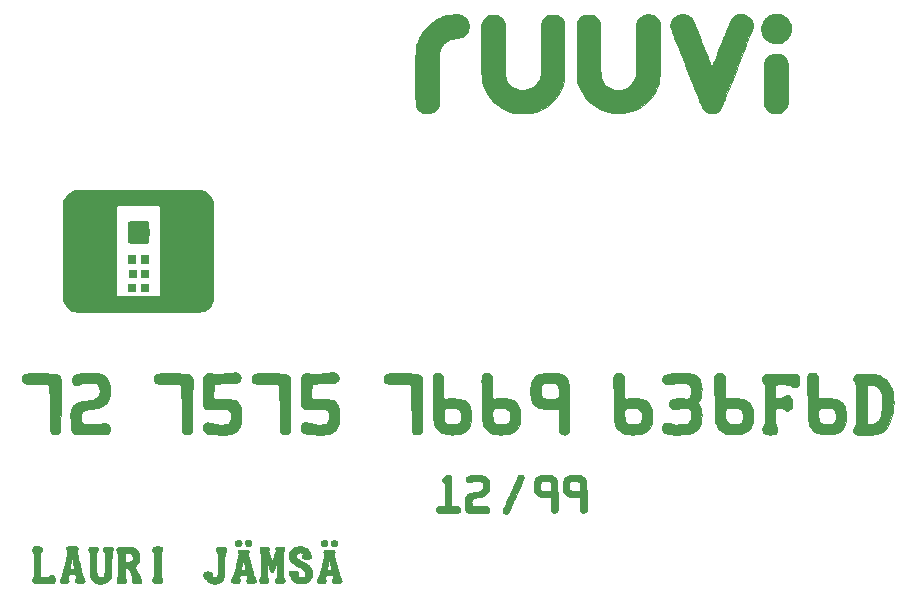
<source format=gts>
G04 #@! TF.FileFunction,Soldermask,Top*
%FSLAX46Y46*%
G04 Gerber Fmt 4.6, Leading zero omitted, Abs format (unit mm)*
G04 Created by KiCad (PCBNEW 4.0.1-stable) date 2016 January 26, Tuesday 13:40:38*
%MOMM*%
G01*
G04 APERTURE LIST*
%ADD10C,0.100000*%
%ADD11C,0.010000*%
G04 APERTURE END LIST*
D10*
D11*
G36*
X127167065Y-118006059D02*
X127258859Y-118024262D01*
X127321981Y-118051503D01*
X127336408Y-118062786D01*
X127372234Y-118114114D01*
X127398698Y-118186195D01*
X127411464Y-118266269D01*
X127412008Y-118285340D01*
X127399989Y-118344439D01*
X127366776Y-118414489D01*
X127359012Y-118427165D01*
X127336298Y-118463259D01*
X127317333Y-118495862D01*
X127301779Y-118528303D01*
X127289297Y-118563916D01*
X127279548Y-118606029D01*
X127272195Y-118657975D01*
X127266898Y-118723085D01*
X127263320Y-118804690D01*
X127261120Y-118906121D01*
X127259961Y-119030709D01*
X127259505Y-119181786D01*
X127259412Y-119362682D01*
X127259407Y-119407167D01*
X127259033Y-119619073D01*
X127257801Y-119800527D01*
X127255452Y-119954961D01*
X127251730Y-120085805D01*
X127246375Y-120196494D01*
X127239131Y-120290457D01*
X127229740Y-120371127D01*
X127217944Y-120441936D01*
X127203487Y-120506316D01*
X127186109Y-120567698D01*
X127168212Y-120621914D01*
X127101598Y-120771007D01*
X127014689Y-120896575D01*
X126909762Y-120996621D01*
X126789092Y-121069150D01*
X126654955Y-121112167D01*
X126599622Y-121120499D01*
X126538431Y-121127027D01*
X126484924Y-121132883D01*
X126463109Y-121135356D01*
X126424464Y-121136078D01*
X126365672Y-121133058D01*
X126306534Y-121127672D01*
X126231274Y-121116372D01*
X126155064Y-121100248D01*
X126108505Y-121087201D01*
X125987283Y-121032502D01*
X125867816Y-120952596D01*
X125759611Y-120855269D01*
X125672179Y-120748302D01*
X125648712Y-120710841D01*
X125613480Y-120662254D01*
X125572914Y-120623287D01*
X125561357Y-120615560D01*
X125510650Y-120568305D01*
X125478307Y-120500714D01*
X125464336Y-120420939D01*
X125468745Y-120337131D01*
X125491541Y-120257442D01*
X125532732Y-120190023D01*
X125560933Y-120162906D01*
X125615991Y-120129431D01*
X125682541Y-120109230D01*
X125766842Y-120101345D01*
X125875155Y-120104818D01*
X125917641Y-120108331D01*
X125999573Y-120116792D01*
X126055354Y-120125562D01*
X126092675Y-120136703D01*
X126119228Y-120152275D01*
X126135265Y-120166655D01*
X126179132Y-120234095D01*
X126195383Y-120320738D01*
X126185883Y-120416651D01*
X126176263Y-120468989D01*
X126177027Y-120501029D01*
X126191578Y-120525637D01*
X126222427Y-120554883D01*
X126289232Y-120593438D01*
X126368061Y-120606525D01*
X126450436Y-120595665D01*
X126527885Y-120562376D01*
X126591931Y-120508179D01*
X126608945Y-120485565D01*
X126629205Y-120452311D01*
X126646301Y-120416796D01*
X126660473Y-120376018D01*
X126671960Y-120326973D01*
X126681004Y-120266656D01*
X126687842Y-120192064D01*
X126692716Y-120100194D01*
X126695865Y-119988042D01*
X126697529Y-119852603D01*
X126697948Y-119690875D01*
X126697361Y-119499853D01*
X126696727Y-119386156D01*
X126691861Y-118595931D01*
X126611374Y-118460909D01*
X126561563Y-118367398D01*
X126535319Y-118289994D01*
X126531547Y-118221560D01*
X126549153Y-118154962D01*
X126560567Y-118129954D01*
X126592622Y-118082493D01*
X126637838Y-118047552D01*
X126701240Y-118023241D01*
X126787855Y-118007669D01*
X126902711Y-117998947D01*
X126909845Y-117998633D01*
X127049694Y-117997361D01*
X127167065Y-118006059D01*
X127167065Y-118006059D01*
G37*
X127167065Y-118006059D02*
X127258859Y-118024262D01*
X127321981Y-118051503D01*
X127336408Y-118062786D01*
X127372234Y-118114114D01*
X127398698Y-118186195D01*
X127411464Y-118266269D01*
X127412008Y-118285340D01*
X127399989Y-118344439D01*
X127366776Y-118414489D01*
X127359012Y-118427165D01*
X127336298Y-118463259D01*
X127317333Y-118495862D01*
X127301779Y-118528303D01*
X127289297Y-118563916D01*
X127279548Y-118606029D01*
X127272195Y-118657975D01*
X127266898Y-118723085D01*
X127263320Y-118804690D01*
X127261120Y-118906121D01*
X127259961Y-119030709D01*
X127259505Y-119181786D01*
X127259412Y-119362682D01*
X127259407Y-119407167D01*
X127259033Y-119619073D01*
X127257801Y-119800527D01*
X127255452Y-119954961D01*
X127251730Y-120085805D01*
X127246375Y-120196494D01*
X127239131Y-120290457D01*
X127229740Y-120371127D01*
X127217944Y-120441936D01*
X127203487Y-120506316D01*
X127186109Y-120567698D01*
X127168212Y-120621914D01*
X127101598Y-120771007D01*
X127014689Y-120896575D01*
X126909762Y-120996621D01*
X126789092Y-121069150D01*
X126654955Y-121112167D01*
X126599622Y-121120499D01*
X126538431Y-121127027D01*
X126484924Y-121132883D01*
X126463109Y-121135356D01*
X126424464Y-121136078D01*
X126365672Y-121133058D01*
X126306534Y-121127672D01*
X126231274Y-121116372D01*
X126155064Y-121100248D01*
X126108505Y-121087201D01*
X125987283Y-121032502D01*
X125867816Y-120952596D01*
X125759611Y-120855269D01*
X125672179Y-120748302D01*
X125648712Y-120710841D01*
X125613480Y-120662254D01*
X125572914Y-120623287D01*
X125561357Y-120615560D01*
X125510650Y-120568305D01*
X125478307Y-120500714D01*
X125464336Y-120420939D01*
X125468745Y-120337131D01*
X125491541Y-120257442D01*
X125532732Y-120190023D01*
X125560933Y-120162906D01*
X125615991Y-120129431D01*
X125682541Y-120109230D01*
X125766842Y-120101345D01*
X125875155Y-120104818D01*
X125917641Y-120108331D01*
X125999573Y-120116792D01*
X126055354Y-120125562D01*
X126092675Y-120136703D01*
X126119228Y-120152275D01*
X126135265Y-120166655D01*
X126179132Y-120234095D01*
X126195383Y-120320738D01*
X126185883Y-120416651D01*
X126176263Y-120468989D01*
X126177027Y-120501029D01*
X126191578Y-120525637D01*
X126222427Y-120554883D01*
X126289232Y-120593438D01*
X126368061Y-120606525D01*
X126450436Y-120595665D01*
X126527885Y-120562376D01*
X126591931Y-120508179D01*
X126608945Y-120485565D01*
X126629205Y-120452311D01*
X126646301Y-120416796D01*
X126660473Y-120376018D01*
X126671960Y-120326973D01*
X126681004Y-120266656D01*
X126687842Y-120192064D01*
X126692716Y-120100194D01*
X126695865Y-119988042D01*
X126697529Y-119852603D01*
X126697948Y-119690875D01*
X126697361Y-119499853D01*
X126696727Y-119386156D01*
X126691861Y-118595931D01*
X126611374Y-118460909D01*
X126561563Y-118367398D01*
X126535319Y-118289994D01*
X126531547Y-118221560D01*
X126549153Y-118154962D01*
X126560567Y-118129954D01*
X126592622Y-118082493D01*
X126637838Y-118047552D01*
X126701240Y-118023241D01*
X126787855Y-118007669D01*
X126902711Y-117998947D01*
X126909845Y-117998633D01*
X127049694Y-117997361D01*
X127167065Y-118006059D01*
G36*
X117486934Y-117995832D02*
X117578552Y-118001031D01*
X117646683Y-118011336D01*
X117696484Y-118028086D01*
X117733114Y-118052624D01*
X117761730Y-118086291D01*
X117770079Y-118099281D01*
X117795852Y-118156488D01*
X117801559Y-118216403D01*
X117786628Y-118286711D01*
X117750485Y-118375095D01*
X117749333Y-118377543D01*
X117694263Y-118494263D01*
X117684749Y-119451635D01*
X117682667Y-119656654D01*
X117680739Y-119830774D01*
X117678835Y-119976986D01*
X117676828Y-120098280D01*
X117674589Y-120197644D01*
X117671989Y-120278070D01*
X117668901Y-120342546D01*
X117665196Y-120394062D01*
X117660746Y-120435609D01*
X117655422Y-120470176D01*
X117649095Y-120500752D01*
X117641639Y-120530328D01*
X117637840Y-120544252D01*
X117581082Y-120700723D01*
X117504080Y-120830768D01*
X117405530Y-120936064D01*
X117284132Y-121018285D01*
X117259602Y-121030837D01*
X117129745Y-121079628D01*
X116978265Y-121111587D01*
X116813393Y-121125920D01*
X116643362Y-121121832D01*
X116503965Y-121103833D01*
X116342139Y-121060456D01*
X116203900Y-120992872D01*
X116088352Y-120900306D01*
X115994599Y-120781980D01*
X115921744Y-120637121D01*
X115901977Y-120582889D01*
X115894423Y-120559094D01*
X115887975Y-120534449D01*
X115882513Y-120506080D01*
X115877917Y-120471112D01*
X115874067Y-120426672D01*
X115870843Y-120369885D01*
X115868125Y-120297878D01*
X115865793Y-120207776D01*
X115863728Y-120096704D01*
X115861808Y-119961789D01*
X115859914Y-119800157D01*
X115857927Y-119608933D01*
X115856872Y-119502469D01*
X115847298Y-118528152D01*
X115782539Y-118387768D01*
X115746663Y-118302378D01*
X115729586Y-118237330D01*
X115731282Y-118184794D01*
X115751718Y-118136935D01*
X115781437Y-118096876D01*
X115821941Y-118057257D01*
X115870421Y-118028683D01*
X115932378Y-118009850D01*
X116013312Y-117999457D01*
X116118724Y-117996201D01*
X116202098Y-117997274D01*
X116434753Y-118002869D01*
X116481569Y-118055312D01*
X116520250Y-118117012D01*
X116540066Y-118180809D01*
X116543998Y-118221717D01*
X116539453Y-118259942D01*
X116523803Y-118305587D01*
X116494418Y-118368755D01*
X116487582Y-118382535D01*
X116423416Y-118511208D01*
X116418590Y-119381727D01*
X116417528Y-119591003D01*
X116417022Y-119769228D01*
X116417338Y-119919240D01*
X116418743Y-120043874D01*
X116421502Y-120145969D01*
X116425881Y-120228362D01*
X116432146Y-120293889D01*
X116440564Y-120345388D01*
X116451399Y-120385695D01*
X116464919Y-120417649D01*
X116481389Y-120444086D01*
X116501075Y-120467843D01*
X116522496Y-120490013D01*
X116599027Y-120545010D01*
X116690155Y-120577041D01*
X116787551Y-120586037D01*
X116882886Y-120571926D01*
X116967833Y-120534636D01*
X117017115Y-120494218D01*
X117036741Y-120472659D01*
X117053377Y-120451047D01*
X117067268Y-120426531D01*
X117078660Y-120396258D01*
X117087798Y-120357377D01*
X117094928Y-120307038D01*
X117100295Y-120242389D01*
X117104145Y-120160579D01*
X117106724Y-120058756D01*
X117108276Y-119934069D01*
X117109047Y-119783667D01*
X117109283Y-119604699D01*
X117109244Y-119424252D01*
X117108815Y-118545097D01*
X117041466Y-118409727D01*
X117010819Y-118342910D01*
X116987469Y-118282071D01*
X116975140Y-118237307D01*
X116974116Y-118227028D01*
X116988199Y-118149603D01*
X117025497Y-118076468D01*
X117067543Y-118031131D01*
X117088114Y-118016835D01*
X117111478Y-118006806D01*
X117143725Y-118000295D01*
X117190943Y-117996556D01*
X117259221Y-117994840D01*
X117354647Y-117994399D01*
X117366672Y-117994397D01*
X117486934Y-117995832D01*
X117486934Y-117995832D01*
G37*
X117486934Y-117995832D02*
X117578552Y-118001031D01*
X117646683Y-118011336D01*
X117696484Y-118028086D01*
X117733114Y-118052624D01*
X117761730Y-118086291D01*
X117770079Y-118099281D01*
X117795852Y-118156488D01*
X117801559Y-118216403D01*
X117786628Y-118286711D01*
X117750485Y-118375095D01*
X117749333Y-118377543D01*
X117694263Y-118494263D01*
X117684749Y-119451635D01*
X117682667Y-119656654D01*
X117680739Y-119830774D01*
X117678835Y-119976986D01*
X117676828Y-120098280D01*
X117674589Y-120197644D01*
X117671989Y-120278070D01*
X117668901Y-120342546D01*
X117665196Y-120394062D01*
X117660746Y-120435609D01*
X117655422Y-120470176D01*
X117649095Y-120500752D01*
X117641639Y-120530328D01*
X117637840Y-120544252D01*
X117581082Y-120700723D01*
X117504080Y-120830768D01*
X117405530Y-120936064D01*
X117284132Y-121018285D01*
X117259602Y-121030837D01*
X117129745Y-121079628D01*
X116978265Y-121111587D01*
X116813393Y-121125920D01*
X116643362Y-121121832D01*
X116503965Y-121103833D01*
X116342139Y-121060456D01*
X116203900Y-120992872D01*
X116088352Y-120900306D01*
X115994599Y-120781980D01*
X115921744Y-120637121D01*
X115901977Y-120582889D01*
X115894423Y-120559094D01*
X115887975Y-120534449D01*
X115882513Y-120506080D01*
X115877917Y-120471112D01*
X115874067Y-120426672D01*
X115870843Y-120369885D01*
X115868125Y-120297878D01*
X115865793Y-120207776D01*
X115863728Y-120096704D01*
X115861808Y-119961789D01*
X115859914Y-119800157D01*
X115857927Y-119608933D01*
X115856872Y-119502469D01*
X115847298Y-118528152D01*
X115782539Y-118387768D01*
X115746663Y-118302378D01*
X115729586Y-118237330D01*
X115731282Y-118184794D01*
X115751718Y-118136935D01*
X115781437Y-118096876D01*
X115821941Y-118057257D01*
X115870421Y-118028683D01*
X115932378Y-118009850D01*
X116013312Y-117999457D01*
X116118724Y-117996201D01*
X116202098Y-117997274D01*
X116434753Y-118002869D01*
X116481569Y-118055312D01*
X116520250Y-118117012D01*
X116540066Y-118180809D01*
X116543998Y-118221717D01*
X116539453Y-118259942D01*
X116523803Y-118305587D01*
X116494418Y-118368755D01*
X116487582Y-118382535D01*
X116423416Y-118511208D01*
X116418590Y-119381727D01*
X116417528Y-119591003D01*
X116417022Y-119769228D01*
X116417338Y-119919240D01*
X116418743Y-120043874D01*
X116421502Y-120145969D01*
X116425881Y-120228362D01*
X116432146Y-120293889D01*
X116440564Y-120345388D01*
X116451399Y-120385695D01*
X116464919Y-120417649D01*
X116481389Y-120444086D01*
X116501075Y-120467843D01*
X116522496Y-120490013D01*
X116599027Y-120545010D01*
X116690155Y-120577041D01*
X116787551Y-120586037D01*
X116882886Y-120571926D01*
X116967833Y-120534636D01*
X117017115Y-120494218D01*
X117036741Y-120472659D01*
X117053377Y-120451047D01*
X117067268Y-120426531D01*
X117078660Y-120396258D01*
X117087798Y-120357377D01*
X117094928Y-120307038D01*
X117100295Y-120242389D01*
X117104145Y-120160579D01*
X117106724Y-120058756D01*
X117108276Y-119934069D01*
X117109047Y-119783667D01*
X117109283Y-119604699D01*
X117109244Y-119424252D01*
X117108815Y-118545097D01*
X117041466Y-118409727D01*
X117010819Y-118342910D01*
X116987469Y-118282071D01*
X116975140Y-118237307D01*
X116974116Y-118227028D01*
X116988199Y-118149603D01*
X117025497Y-118076468D01*
X117067543Y-118031131D01*
X117088114Y-118016835D01*
X117111478Y-118006806D01*
X117143725Y-118000295D01*
X117190943Y-117996556D01*
X117259221Y-117994840D01*
X117354647Y-117994399D01*
X117366672Y-117994397D01*
X117486934Y-117995832D01*
G36*
X133868915Y-117990453D02*
X134028618Y-118036957D01*
X134110178Y-118073202D01*
X134236305Y-118155499D01*
X134339569Y-118262318D01*
X134418586Y-118391966D01*
X134460558Y-118501360D01*
X134486844Y-118574829D01*
X134521418Y-118654774D01*
X134543788Y-118699433D01*
X134583821Y-118791112D01*
X134595484Y-118866958D01*
X134578252Y-118927517D01*
X134531602Y-118973337D01*
X134455008Y-119004966D01*
X134347945Y-119022951D01*
X134228819Y-119027924D01*
X134087671Y-119022244D01*
X133975039Y-119005238D01*
X133891854Y-118977239D01*
X133839048Y-118938583D01*
X133817552Y-118889603D01*
X133817078Y-118880212D01*
X133824445Y-118840988D01*
X133843408Y-118786368D01*
X133860891Y-118746984D01*
X133885059Y-118694145D01*
X133894454Y-118659380D01*
X133890858Y-118631190D01*
X133882072Y-118610265D01*
X133838440Y-118555808D01*
X133770262Y-118514607D01*
X133685571Y-118490597D01*
X133628386Y-118486070D01*
X133527176Y-118498454D01*
X133437934Y-118533532D01*
X133365727Y-118587269D01*
X133315624Y-118655629D01*
X133292693Y-118734578D01*
X133291795Y-118754080D01*
X133298809Y-118815762D01*
X133321547Y-118874386D01*
X133362548Y-118932278D01*
X133424354Y-118991763D01*
X133509505Y-119055166D01*
X133620541Y-119124812D01*
X133760004Y-119203028D01*
X133813383Y-119231478D01*
X133949374Y-119303515D01*
X134059347Y-119362701D01*
X134147449Y-119411636D01*
X134217827Y-119452916D01*
X134274627Y-119489139D01*
X134321996Y-119522905D01*
X134364080Y-119556809D01*
X134405025Y-119593452D01*
X134432178Y-119619185D01*
X134542240Y-119747423D01*
X134623579Y-119890637D01*
X134675491Y-120044734D01*
X134697270Y-120205625D01*
X134688213Y-120369219D01*
X134647614Y-120531426D01*
X134606260Y-120629571D01*
X134524913Y-120758351D01*
X134416532Y-120873752D01*
X134286732Y-120971481D01*
X134141129Y-121047243D01*
X133999560Y-121093494D01*
X133895861Y-121111192D01*
X133778168Y-121120281D01*
X133659844Y-121120476D01*
X133554254Y-121111494D01*
X133512075Y-121103853D01*
X133358165Y-121054744D01*
X133212533Y-120980908D01*
X133085115Y-120887737D01*
X133046028Y-120850919D01*
X132996302Y-120798072D01*
X132954382Y-120748999D01*
X132927554Y-120712360D01*
X132923752Y-120705537D01*
X132905331Y-120666697D01*
X132879550Y-120611346D01*
X132860491Y-120569980D01*
X132823889Y-120500223D01*
X132778772Y-120427464D01*
X132755940Y-120395289D01*
X132708846Y-120312801D01*
X132693416Y-120233928D01*
X132709146Y-120162064D01*
X132755531Y-120100605D01*
X132804796Y-120066230D01*
X132832917Y-120053938D01*
X132868794Y-120045417D01*
X132918686Y-120040044D01*
X132988850Y-120037194D01*
X133085545Y-120036242D01*
X133105404Y-120036224D01*
X133204388Y-120036725D01*
X133276022Y-120038721D01*
X133326837Y-120042959D01*
X133363363Y-120050181D01*
X133392130Y-120061133D01*
X133410407Y-120070980D01*
X133467966Y-120122089D01*
X133497565Y-120187824D01*
X133496802Y-120261164D01*
X133486513Y-120293355D01*
X133462229Y-120379158D01*
X133467829Y-120450789D01*
X133503589Y-120510564D01*
X133513610Y-120520581D01*
X133588783Y-120569061D01*
X133679700Y-120594505D01*
X133778208Y-120597905D01*
X133876155Y-120580258D01*
X133965391Y-120542556D01*
X134037764Y-120485794D01*
X134063151Y-120453551D01*
X134107105Y-120358955D01*
X134118193Y-120261002D01*
X134096819Y-120162806D01*
X134043384Y-120067480D01*
X134007889Y-120025173D01*
X133970257Y-119987798D01*
X133926498Y-119950635D01*
X133873056Y-119911460D01*
X133806375Y-119868046D01*
X133722902Y-119818167D01*
X133619079Y-119759599D01*
X133491351Y-119690115D01*
X133365238Y-119622879D01*
X133226283Y-119547389D01*
X133114196Y-119481494D01*
X133024655Y-119421535D01*
X132953336Y-119363852D01*
X132895919Y-119304788D01*
X132848079Y-119240683D01*
X132805495Y-119167880D01*
X132788632Y-119134831D01*
X132756727Y-119066237D01*
X132736961Y-119009444D01*
X132725783Y-118950233D01*
X132719637Y-118874384D01*
X132718641Y-118854760D01*
X132723716Y-118679853D01*
X132756926Y-118523145D01*
X132818790Y-118383192D01*
X132909827Y-118258553D01*
X132946580Y-118220322D01*
X133067399Y-118125049D01*
X133209014Y-118051595D01*
X133365700Y-118000684D01*
X133531730Y-117973041D01*
X133701377Y-117969390D01*
X133868915Y-117990453D01*
X133868915Y-117990453D01*
G37*
X133868915Y-117990453D02*
X134028618Y-118036957D01*
X134110178Y-118073202D01*
X134236305Y-118155499D01*
X134339569Y-118262318D01*
X134418586Y-118391966D01*
X134460558Y-118501360D01*
X134486844Y-118574829D01*
X134521418Y-118654774D01*
X134543788Y-118699433D01*
X134583821Y-118791112D01*
X134595484Y-118866958D01*
X134578252Y-118927517D01*
X134531602Y-118973337D01*
X134455008Y-119004966D01*
X134347945Y-119022951D01*
X134228819Y-119027924D01*
X134087671Y-119022244D01*
X133975039Y-119005238D01*
X133891854Y-118977239D01*
X133839048Y-118938583D01*
X133817552Y-118889603D01*
X133817078Y-118880212D01*
X133824445Y-118840988D01*
X133843408Y-118786368D01*
X133860891Y-118746984D01*
X133885059Y-118694145D01*
X133894454Y-118659380D01*
X133890858Y-118631190D01*
X133882072Y-118610265D01*
X133838440Y-118555808D01*
X133770262Y-118514607D01*
X133685571Y-118490597D01*
X133628386Y-118486070D01*
X133527176Y-118498454D01*
X133437934Y-118533532D01*
X133365727Y-118587269D01*
X133315624Y-118655629D01*
X133292693Y-118734578D01*
X133291795Y-118754080D01*
X133298809Y-118815762D01*
X133321547Y-118874386D01*
X133362548Y-118932278D01*
X133424354Y-118991763D01*
X133509505Y-119055166D01*
X133620541Y-119124812D01*
X133760004Y-119203028D01*
X133813383Y-119231478D01*
X133949374Y-119303515D01*
X134059347Y-119362701D01*
X134147449Y-119411636D01*
X134217827Y-119452916D01*
X134274627Y-119489139D01*
X134321996Y-119522905D01*
X134364080Y-119556809D01*
X134405025Y-119593452D01*
X134432178Y-119619185D01*
X134542240Y-119747423D01*
X134623579Y-119890637D01*
X134675491Y-120044734D01*
X134697270Y-120205625D01*
X134688213Y-120369219D01*
X134647614Y-120531426D01*
X134606260Y-120629571D01*
X134524913Y-120758351D01*
X134416532Y-120873752D01*
X134286732Y-120971481D01*
X134141129Y-121047243D01*
X133999560Y-121093494D01*
X133895861Y-121111192D01*
X133778168Y-121120281D01*
X133659844Y-121120476D01*
X133554254Y-121111494D01*
X133512075Y-121103853D01*
X133358165Y-121054744D01*
X133212533Y-120980908D01*
X133085115Y-120887737D01*
X133046028Y-120850919D01*
X132996302Y-120798072D01*
X132954382Y-120748999D01*
X132927554Y-120712360D01*
X132923752Y-120705537D01*
X132905331Y-120666697D01*
X132879550Y-120611346D01*
X132860491Y-120569980D01*
X132823889Y-120500223D01*
X132778772Y-120427464D01*
X132755940Y-120395289D01*
X132708846Y-120312801D01*
X132693416Y-120233928D01*
X132709146Y-120162064D01*
X132755531Y-120100605D01*
X132804796Y-120066230D01*
X132832917Y-120053938D01*
X132868794Y-120045417D01*
X132918686Y-120040044D01*
X132988850Y-120037194D01*
X133085545Y-120036242D01*
X133105404Y-120036224D01*
X133204388Y-120036725D01*
X133276022Y-120038721D01*
X133326837Y-120042959D01*
X133363363Y-120050181D01*
X133392130Y-120061133D01*
X133410407Y-120070980D01*
X133467966Y-120122089D01*
X133497565Y-120187824D01*
X133496802Y-120261164D01*
X133486513Y-120293355D01*
X133462229Y-120379158D01*
X133467829Y-120450789D01*
X133503589Y-120510564D01*
X133513610Y-120520581D01*
X133588783Y-120569061D01*
X133679700Y-120594505D01*
X133778208Y-120597905D01*
X133876155Y-120580258D01*
X133965391Y-120542556D01*
X134037764Y-120485794D01*
X134063151Y-120453551D01*
X134107105Y-120358955D01*
X134118193Y-120261002D01*
X134096819Y-120162806D01*
X134043384Y-120067480D01*
X134007889Y-120025173D01*
X133970257Y-119987798D01*
X133926498Y-119950635D01*
X133873056Y-119911460D01*
X133806375Y-119868046D01*
X133722902Y-119818167D01*
X133619079Y-119759599D01*
X133491351Y-119690115D01*
X133365238Y-119622879D01*
X133226283Y-119547389D01*
X133114196Y-119481494D01*
X133024655Y-119421535D01*
X132953336Y-119363852D01*
X132895919Y-119304788D01*
X132848079Y-119240683D01*
X132805495Y-119167880D01*
X132788632Y-119134831D01*
X132756727Y-119066237D01*
X132736961Y-119009444D01*
X132725783Y-118950233D01*
X132719637Y-118874384D01*
X132718641Y-118854760D01*
X132723716Y-118679853D01*
X132756926Y-118523145D01*
X132818790Y-118383192D01*
X132909827Y-118258553D01*
X132946580Y-118220322D01*
X133067399Y-118125049D01*
X133209014Y-118051595D01*
X133365700Y-118000684D01*
X133531730Y-117973041D01*
X133701377Y-117969390D01*
X133868915Y-117990453D01*
G36*
X114450991Y-117970764D02*
X114541779Y-117972224D01*
X114608658Y-117974865D01*
X114656618Y-117979090D01*
X114690648Y-117985304D01*
X114715737Y-117993909D01*
X114732295Y-118002534D01*
X114789395Y-118053789D01*
X114818171Y-118122112D01*
X114818252Y-118205405D01*
X114789260Y-118301569D01*
X114786699Y-118307453D01*
X114762795Y-118378570D01*
X114760779Y-118440058D01*
X114762230Y-118449400D01*
X114775853Y-118519520D01*
X114797053Y-118619713D01*
X114825187Y-118747175D01*
X114859614Y-118899103D01*
X114899691Y-119072691D01*
X114944775Y-119265135D01*
X114994225Y-119473632D01*
X115047399Y-119695377D01*
X115051956Y-119714276D01*
X115092136Y-119880445D01*
X115125645Y-120017548D01*
X115153657Y-120129486D01*
X115177346Y-120220163D01*
X115197889Y-120293480D01*
X115216457Y-120353341D01*
X115234227Y-120403647D01*
X115252373Y-120448300D01*
X115272069Y-120491204D01*
X115294489Y-120536259D01*
X115306243Y-120559174D01*
X115365038Y-120684038D01*
X115400370Y-120787275D01*
X115412011Y-120871927D01*
X115399733Y-120941037D01*
X115363311Y-120997646D01*
X115302516Y-121044798D01*
X115268600Y-121063032D01*
X115188133Y-121089918D01*
X115086550Y-121105213D01*
X114974884Y-121108047D01*
X114864168Y-121097549D01*
X114853641Y-121095745D01*
X114750684Y-121067593D01*
X114670510Y-121025261D01*
X114618002Y-120971352D01*
X114616875Y-120969535D01*
X114594749Y-120925626D01*
X114587246Y-120883536D01*
X114594810Y-120833624D01*
X114617882Y-120766248D01*
X114627285Y-120742685D01*
X114660411Y-120630016D01*
X114668544Y-120521294D01*
X114651249Y-120424677D01*
X114645094Y-120408462D01*
X114620542Y-120349700D01*
X114349159Y-120349700D01*
X114244178Y-120349564D01*
X114167874Y-120350898D01*
X114115054Y-120356316D01*
X114080525Y-120368431D01*
X114059095Y-120389856D01*
X114045571Y-120423206D01*
X114034760Y-120471093D01*
X114026563Y-120512059D01*
X114015549Y-120578658D01*
X114015212Y-120633413D01*
X114026082Y-120694910D01*
X114032513Y-120720999D01*
X114052588Y-120813856D01*
X114058056Y-120883922D01*
X114048896Y-120938991D01*
X114031926Y-120975976D01*
X113996618Y-121022312D01*
X113950385Y-121054867D01*
X113887034Y-121076021D01*
X113800372Y-121088154D01*
X113729126Y-121092310D01*
X113608228Y-121092884D01*
X113514024Y-121083211D01*
X113440482Y-121061844D01*
X113381569Y-121027339D01*
X113353225Y-121002245D01*
X113319343Y-120962222D01*
X113300057Y-120920746D01*
X113296023Y-120872817D01*
X113307898Y-120813439D01*
X113336337Y-120737613D01*
X113381998Y-120640342D01*
X113407336Y-120590196D01*
X113437038Y-120531666D01*
X113462078Y-120479994D01*
X113483904Y-120430686D01*
X113503962Y-120379250D01*
X113523699Y-120321193D01*
X113544563Y-120252023D01*
X113567999Y-120167246D01*
X113595455Y-120062369D01*
X113628378Y-119932901D01*
X113639915Y-119887000D01*
X114127418Y-119887000D01*
X114143271Y-119889005D01*
X114186464Y-119890651D01*
X114250449Y-119891770D01*
X114328676Y-119892195D01*
X114330754Y-119892195D01*
X114421329Y-119891303D01*
X114482361Y-119888317D01*
X114518159Y-119882771D01*
X114533029Y-119874196D01*
X114534089Y-119870172D01*
X114531110Y-119845893D01*
X114522845Y-119794541D01*
X114510303Y-119721570D01*
X114494495Y-119632434D01*
X114476430Y-119532584D01*
X114457118Y-119427475D01*
X114437568Y-119322559D01*
X114418790Y-119223290D01*
X114401793Y-119135121D01*
X114387588Y-119063505D01*
X114377184Y-119013895D01*
X114371590Y-118991745D01*
X114371371Y-118991306D01*
X114347419Y-118977279D01*
X114319856Y-118987030D01*
X114306654Y-119006923D01*
X114301569Y-119028671D01*
X114291034Y-119077755D01*
X114276147Y-119148781D01*
X114258006Y-119236357D01*
X114237711Y-119335087D01*
X114216359Y-119439577D01*
X114195049Y-119544435D01*
X114174880Y-119644265D01*
X114156951Y-119733674D01*
X114142359Y-119807267D01*
X114132203Y-119859652D01*
X114127583Y-119885433D01*
X114127418Y-119887000D01*
X113639915Y-119887000D01*
X113661677Y-119800418D01*
X113719104Y-119569341D01*
X113768038Y-119367589D01*
X113809183Y-119191870D01*
X113843243Y-119038892D01*
X113870922Y-118905364D01*
X113892923Y-118787992D01*
X113909950Y-118683485D01*
X113922706Y-118588550D01*
X113925063Y-118568144D01*
X113933714Y-118487867D01*
X113937719Y-118432174D01*
X113936273Y-118391980D01*
X113928572Y-118358196D01*
X113913811Y-118321738D01*
X113900779Y-118293843D01*
X113871022Y-118223940D01*
X113858731Y-118170648D01*
X113862823Y-118122216D01*
X113880287Y-118071467D01*
X113895491Y-118039182D01*
X113913624Y-118014489D01*
X113939110Y-117996394D01*
X113976372Y-117983902D01*
X114029834Y-117976019D01*
X114103919Y-117971751D01*
X114203051Y-117970104D01*
X114331304Y-117970080D01*
X114450991Y-117970764D01*
X114450991Y-117970764D01*
G37*
X114450991Y-117970764D02*
X114541779Y-117972224D01*
X114608658Y-117974865D01*
X114656618Y-117979090D01*
X114690648Y-117985304D01*
X114715737Y-117993909D01*
X114732295Y-118002534D01*
X114789395Y-118053789D01*
X114818171Y-118122112D01*
X114818252Y-118205405D01*
X114789260Y-118301569D01*
X114786699Y-118307453D01*
X114762795Y-118378570D01*
X114760779Y-118440058D01*
X114762230Y-118449400D01*
X114775853Y-118519520D01*
X114797053Y-118619713D01*
X114825187Y-118747175D01*
X114859614Y-118899103D01*
X114899691Y-119072691D01*
X114944775Y-119265135D01*
X114994225Y-119473632D01*
X115047399Y-119695377D01*
X115051956Y-119714276D01*
X115092136Y-119880445D01*
X115125645Y-120017548D01*
X115153657Y-120129486D01*
X115177346Y-120220163D01*
X115197889Y-120293480D01*
X115216457Y-120353341D01*
X115234227Y-120403647D01*
X115252373Y-120448300D01*
X115272069Y-120491204D01*
X115294489Y-120536259D01*
X115306243Y-120559174D01*
X115365038Y-120684038D01*
X115400370Y-120787275D01*
X115412011Y-120871927D01*
X115399733Y-120941037D01*
X115363311Y-120997646D01*
X115302516Y-121044798D01*
X115268600Y-121063032D01*
X115188133Y-121089918D01*
X115086550Y-121105213D01*
X114974884Y-121108047D01*
X114864168Y-121097549D01*
X114853641Y-121095745D01*
X114750684Y-121067593D01*
X114670510Y-121025261D01*
X114618002Y-120971352D01*
X114616875Y-120969535D01*
X114594749Y-120925626D01*
X114587246Y-120883536D01*
X114594810Y-120833624D01*
X114617882Y-120766248D01*
X114627285Y-120742685D01*
X114660411Y-120630016D01*
X114668544Y-120521294D01*
X114651249Y-120424677D01*
X114645094Y-120408462D01*
X114620542Y-120349700D01*
X114349159Y-120349700D01*
X114244178Y-120349564D01*
X114167874Y-120350898D01*
X114115054Y-120356316D01*
X114080525Y-120368431D01*
X114059095Y-120389856D01*
X114045571Y-120423206D01*
X114034760Y-120471093D01*
X114026563Y-120512059D01*
X114015549Y-120578658D01*
X114015212Y-120633413D01*
X114026082Y-120694910D01*
X114032513Y-120720999D01*
X114052588Y-120813856D01*
X114058056Y-120883922D01*
X114048896Y-120938991D01*
X114031926Y-120975976D01*
X113996618Y-121022312D01*
X113950385Y-121054867D01*
X113887034Y-121076021D01*
X113800372Y-121088154D01*
X113729126Y-121092310D01*
X113608228Y-121092884D01*
X113514024Y-121083211D01*
X113440482Y-121061844D01*
X113381569Y-121027339D01*
X113353225Y-121002245D01*
X113319343Y-120962222D01*
X113300057Y-120920746D01*
X113296023Y-120872817D01*
X113307898Y-120813439D01*
X113336337Y-120737613D01*
X113381998Y-120640342D01*
X113407336Y-120590196D01*
X113437038Y-120531666D01*
X113462078Y-120479994D01*
X113483904Y-120430686D01*
X113503962Y-120379250D01*
X113523699Y-120321193D01*
X113544563Y-120252023D01*
X113567999Y-120167246D01*
X113595455Y-120062369D01*
X113628378Y-119932901D01*
X113639915Y-119887000D01*
X114127418Y-119887000D01*
X114143271Y-119889005D01*
X114186464Y-119890651D01*
X114250449Y-119891770D01*
X114328676Y-119892195D01*
X114330754Y-119892195D01*
X114421329Y-119891303D01*
X114482361Y-119888317D01*
X114518159Y-119882771D01*
X114533029Y-119874196D01*
X114534089Y-119870172D01*
X114531110Y-119845893D01*
X114522845Y-119794541D01*
X114510303Y-119721570D01*
X114494495Y-119632434D01*
X114476430Y-119532584D01*
X114457118Y-119427475D01*
X114437568Y-119322559D01*
X114418790Y-119223290D01*
X114401793Y-119135121D01*
X114387588Y-119063505D01*
X114377184Y-119013895D01*
X114371590Y-118991745D01*
X114371371Y-118991306D01*
X114347419Y-118977279D01*
X114319856Y-118987030D01*
X114306654Y-119006923D01*
X114301569Y-119028671D01*
X114291034Y-119077755D01*
X114276147Y-119148781D01*
X114258006Y-119236357D01*
X114237711Y-119335087D01*
X114216359Y-119439577D01*
X114195049Y-119544435D01*
X114174880Y-119644265D01*
X114156951Y-119733674D01*
X114142359Y-119807267D01*
X114132203Y-119859652D01*
X114127583Y-119885433D01*
X114127418Y-119887000D01*
X113639915Y-119887000D01*
X113661677Y-119800418D01*
X113719104Y-119569341D01*
X113768038Y-119367589D01*
X113809183Y-119191870D01*
X113843243Y-119038892D01*
X113870922Y-118905364D01*
X113892923Y-118787992D01*
X113909950Y-118683485D01*
X113922706Y-118588550D01*
X113925063Y-118568144D01*
X113933714Y-118487867D01*
X113937719Y-118432174D01*
X113936273Y-118391980D01*
X113928572Y-118358196D01*
X113913811Y-118321738D01*
X113900779Y-118293843D01*
X113871022Y-118223940D01*
X113858731Y-118170648D01*
X113862823Y-118122216D01*
X113880287Y-118071467D01*
X113895491Y-118039182D01*
X113913624Y-118014489D01*
X113939110Y-117996394D01*
X113976372Y-117983902D01*
X114029834Y-117976019D01*
X114103919Y-117971751D01*
X114203051Y-117970104D01*
X114331304Y-117970080D01*
X114450991Y-117970764D01*
G36*
X128953451Y-118274323D02*
X129045564Y-118275587D01*
X129113698Y-118278139D01*
X129162803Y-118282344D01*
X129197833Y-118288568D01*
X129223738Y-118297174D01*
X129237290Y-118303811D01*
X129295901Y-118351874D01*
X129324454Y-118414494D01*
X129322576Y-118489877D01*
X129292862Y-118570514D01*
X129271619Y-118619954D01*
X129259824Y-118662558D01*
X129258973Y-118672038D01*
X129263242Y-118699697D01*
X129275477Y-118756675D01*
X129294818Y-118839570D01*
X129320403Y-118944983D01*
X129351374Y-119069512D01*
X129386870Y-119209756D01*
X129426031Y-119362314D01*
X129467996Y-119523785D01*
X129511907Y-119690768D01*
X129556902Y-119859863D01*
X129597550Y-120010807D01*
X129634581Y-120146619D01*
X129664841Y-120254673D01*
X129690118Y-120340004D01*
X129712196Y-120407646D01*
X129732861Y-120462633D01*
X129753896Y-120510001D01*
X129777089Y-120554782D01*
X129804224Y-120602012D01*
X129811572Y-120614356D01*
X129872357Y-120726363D01*
X129907707Y-120818787D01*
X129917383Y-120894711D01*
X129901149Y-120957216D01*
X129858765Y-121009385D01*
X129789992Y-121054298D01*
X129777031Y-121060771D01*
X129699384Y-121086541D01*
X129600829Y-121101850D01*
X129493020Y-121105643D01*
X129387608Y-121096864D01*
X129384399Y-121096362D01*
X129282372Y-121075528D01*
X129207583Y-121048627D01*
X129153546Y-121012951D01*
X129132443Y-120991165D01*
X129102080Y-120945635D01*
X129091981Y-120899390D01*
X129102116Y-120843538D01*
X129131722Y-120770762D01*
X129166739Y-120662923D01*
X129170928Y-120558876D01*
X129149697Y-120476241D01*
X129125145Y-120417479D01*
X128855241Y-120417479D01*
X128742863Y-120418353D01*
X128661117Y-120421135D01*
X128606789Y-120426064D01*
X128576662Y-120433376D01*
X128569117Y-120438659D01*
X128556940Y-120465951D01*
X128542228Y-120514628D01*
X128531537Y-120559063D01*
X128520808Y-120619591D01*
X128519585Y-120669920D01*
X128528482Y-120726044D01*
X128539750Y-120772307D01*
X128554789Y-120844775D01*
X128560195Y-120904731D01*
X128557625Y-120932933D01*
X128524425Y-120998129D01*
X128461795Y-121046658D01*
X128369840Y-121078475D01*
X128248662Y-121093535D01*
X128188194Y-121094850D01*
X128053853Y-121087247D01*
X127948815Y-121065003D01*
X127871516Y-121027463D01*
X127820389Y-120973973D01*
X127801303Y-120932981D01*
X127794021Y-120904779D01*
X127793200Y-120876519D01*
X127800827Y-120843193D01*
X127818887Y-120799792D01*
X127849369Y-120741308D01*
X127894260Y-120662733D01*
X127937826Y-120588871D01*
X127963302Y-120543225D01*
X127986690Y-120494261D01*
X128009761Y-120436924D01*
X128034283Y-120366159D01*
X128062026Y-120276911D01*
X128094761Y-120164125D01*
X128127645Y-120046643D01*
X128143231Y-119989627D01*
X128632793Y-119989627D01*
X128641779Y-119999176D01*
X128672137Y-120005612D01*
X128727741Y-120009339D01*
X128812462Y-120010763D01*
X128835357Y-120010807D01*
X128927010Y-120009834D01*
X128988692Y-120006644D01*
X129024276Y-120000834D01*
X129037632Y-119991997D01*
X129037973Y-119989627D01*
X129034490Y-119967609D01*
X129025110Y-119917326D01*
X129010796Y-119843700D01*
X128992513Y-119751653D01*
X128971224Y-119646107D01*
X128957486Y-119578719D01*
X128931817Y-119454434D01*
X128911474Y-119359528D01*
X128895324Y-119290115D01*
X128882232Y-119242308D01*
X128871066Y-119212217D01*
X128860691Y-119195957D01*
X128849973Y-119189640D01*
X128843829Y-119188993D01*
X128832389Y-119191821D01*
X128821635Y-119202870D01*
X128810361Y-119225990D01*
X128797362Y-119265030D01*
X128781432Y-119323838D01*
X128761366Y-119406264D01*
X128735957Y-119516156D01*
X128721752Y-119578719D01*
X128696796Y-119689734D01*
X128674514Y-119790245D01*
X128655964Y-119875366D01*
X128642204Y-119940206D01*
X128634294Y-119979878D01*
X128632793Y-119989627D01*
X128143231Y-119989627D01*
X128201738Y-119775611D01*
X128265153Y-119535936D01*
X128318069Y-119326876D01*
X128360670Y-119147687D01*
X128393135Y-118997623D01*
X128415647Y-118875941D01*
X128420698Y-118843423D01*
X128447537Y-118660409D01*
X128402101Y-118561076D01*
X128372152Y-118473423D01*
X128370842Y-118401706D01*
X128398518Y-118343209D01*
X128434206Y-118309496D01*
X128452230Y-118297537D01*
X128472859Y-118288606D01*
X128501021Y-118282264D01*
X128541642Y-118278072D01*
X128599650Y-118275591D01*
X128679972Y-118274380D01*
X128787536Y-118274001D01*
X128832405Y-118273983D01*
X128953451Y-118274323D01*
X128953451Y-118274323D01*
G37*
X128953451Y-118274323D02*
X129045564Y-118275587D01*
X129113698Y-118278139D01*
X129162803Y-118282344D01*
X129197833Y-118288568D01*
X129223738Y-118297174D01*
X129237290Y-118303811D01*
X129295901Y-118351874D01*
X129324454Y-118414494D01*
X129322576Y-118489877D01*
X129292862Y-118570514D01*
X129271619Y-118619954D01*
X129259824Y-118662558D01*
X129258973Y-118672038D01*
X129263242Y-118699697D01*
X129275477Y-118756675D01*
X129294818Y-118839570D01*
X129320403Y-118944983D01*
X129351374Y-119069512D01*
X129386870Y-119209756D01*
X129426031Y-119362314D01*
X129467996Y-119523785D01*
X129511907Y-119690768D01*
X129556902Y-119859863D01*
X129597550Y-120010807D01*
X129634581Y-120146619D01*
X129664841Y-120254673D01*
X129690118Y-120340004D01*
X129712196Y-120407646D01*
X129732861Y-120462633D01*
X129753896Y-120510001D01*
X129777089Y-120554782D01*
X129804224Y-120602012D01*
X129811572Y-120614356D01*
X129872357Y-120726363D01*
X129907707Y-120818787D01*
X129917383Y-120894711D01*
X129901149Y-120957216D01*
X129858765Y-121009385D01*
X129789992Y-121054298D01*
X129777031Y-121060771D01*
X129699384Y-121086541D01*
X129600829Y-121101850D01*
X129493020Y-121105643D01*
X129387608Y-121096864D01*
X129384399Y-121096362D01*
X129282372Y-121075528D01*
X129207583Y-121048627D01*
X129153546Y-121012951D01*
X129132443Y-120991165D01*
X129102080Y-120945635D01*
X129091981Y-120899390D01*
X129102116Y-120843538D01*
X129131722Y-120770762D01*
X129166739Y-120662923D01*
X129170928Y-120558876D01*
X129149697Y-120476241D01*
X129125145Y-120417479D01*
X128855241Y-120417479D01*
X128742863Y-120418353D01*
X128661117Y-120421135D01*
X128606789Y-120426064D01*
X128576662Y-120433376D01*
X128569117Y-120438659D01*
X128556940Y-120465951D01*
X128542228Y-120514628D01*
X128531537Y-120559063D01*
X128520808Y-120619591D01*
X128519585Y-120669920D01*
X128528482Y-120726044D01*
X128539750Y-120772307D01*
X128554789Y-120844775D01*
X128560195Y-120904731D01*
X128557625Y-120932933D01*
X128524425Y-120998129D01*
X128461795Y-121046658D01*
X128369840Y-121078475D01*
X128248662Y-121093535D01*
X128188194Y-121094850D01*
X128053853Y-121087247D01*
X127948815Y-121065003D01*
X127871516Y-121027463D01*
X127820389Y-120973973D01*
X127801303Y-120932981D01*
X127794021Y-120904779D01*
X127793200Y-120876519D01*
X127800827Y-120843193D01*
X127818887Y-120799792D01*
X127849369Y-120741308D01*
X127894260Y-120662733D01*
X127937826Y-120588871D01*
X127963302Y-120543225D01*
X127986690Y-120494261D01*
X128009761Y-120436924D01*
X128034283Y-120366159D01*
X128062026Y-120276911D01*
X128094761Y-120164125D01*
X128127645Y-120046643D01*
X128143231Y-119989627D01*
X128632793Y-119989627D01*
X128641779Y-119999176D01*
X128672137Y-120005612D01*
X128727741Y-120009339D01*
X128812462Y-120010763D01*
X128835357Y-120010807D01*
X128927010Y-120009834D01*
X128988692Y-120006644D01*
X129024276Y-120000834D01*
X129037632Y-119991997D01*
X129037973Y-119989627D01*
X129034490Y-119967609D01*
X129025110Y-119917326D01*
X129010796Y-119843700D01*
X128992513Y-119751653D01*
X128971224Y-119646107D01*
X128957486Y-119578719D01*
X128931817Y-119454434D01*
X128911474Y-119359528D01*
X128895324Y-119290115D01*
X128882232Y-119242308D01*
X128871066Y-119212217D01*
X128860691Y-119195957D01*
X128849973Y-119189640D01*
X128843829Y-119188993D01*
X128832389Y-119191821D01*
X128821635Y-119202870D01*
X128810361Y-119225990D01*
X128797362Y-119265030D01*
X128781432Y-119323838D01*
X128761366Y-119406264D01*
X128735957Y-119516156D01*
X128721752Y-119578719D01*
X128696796Y-119689734D01*
X128674514Y-119790245D01*
X128655964Y-119875366D01*
X128642204Y-119940206D01*
X128634294Y-119979878D01*
X128632793Y-119989627D01*
X128143231Y-119989627D01*
X128201738Y-119775611D01*
X128265153Y-119535936D01*
X128318069Y-119326876D01*
X128360670Y-119147687D01*
X128393135Y-118997623D01*
X128415647Y-118875941D01*
X128420698Y-118843423D01*
X128447537Y-118660409D01*
X128402101Y-118561076D01*
X128372152Y-118473423D01*
X128370842Y-118401706D01*
X128398518Y-118343209D01*
X128434206Y-118309496D01*
X128452230Y-118297537D01*
X128472859Y-118288606D01*
X128501021Y-118282264D01*
X128541642Y-118278072D01*
X128599650Y-118275591D01*
X128679972Y-118274380D01*
X128787536Y-118274001D01*
X128832405Y-118273983D01*
X128953451Y-118274323D01*
G36*
X136232126Y-118274369D02*
X136322349Y-118275718D01*
X136388802Y-118278430D01*
X136436541Y-118282889D01*
X136470623Y-118289478D01*
X136496105Y-118298580D01*
X136506536Y-118303828D01*
X136565142Y-118351869D01*
X136593697Y-118414477D01*
X136591827Y-118489853D01*
X136562108Y-118570514D01*
X136540856Y-118620070D01*
X136529065Y-118662903D01*
X136528219Y-118672432D01*
X136532451Y-118698973D01*
X136544513Y-118754503D01*
X136563452Y-118835280D01*
X136588317Y-118937563D01*
X136618155Y-119057609D01*
X136652015Y-119191676D01*
X136688946Y-119336023D01*
X136727993Y-119486906D01*
X136768207Y-119640584D01*
X136808635Y-119793315D01*
X136848325Y-119941356D01*
X136886324Y-120080966D01*
X136889124Y-120091155D01*
X136928596Y-120231862D01*
X136961855Y-120343675D01*
X136990311Y-120430720D01*
X137015373Y-120497124D01*
X137038449Y-120547014D01*
X137054022Y-120574077D01*
X137122969Y-120691035D01*
X137167110Y-120787818D01*
X137186378Y-120867414D01*
X137180706Y-120932808D01*
X137150026Y-120986989D01*
X137094271Y-121032944D01*
X137043080Y-121060512D01*
X136958520Y-121087928D01*
X136853855Y-121103133D01*
X136740995Y-121105030D01*
X136653645Y-121096362D01*
X136551618Y-121075528D01*
X136476829Y-121048627D01*
X136422792Y-121012951D01*
X136401689Y-120991165D01*
X136371326Y-120945635D01*
X136361227Y-120899390D01*
X136371362Y-120843538D01*
X136400969Y-120770762D01*
X136435985Y-120662923D01*
X136440174Y-120558876D01*
X136418943Y-120476241D01*
X136394391Y-120417479D01*
X136124487Y-120417479D01*
X136012630Y-120418329D01*
X135931176Y-120421053D01*
X135876675Y-120425909D01*
X135845680Y-120433155D01*
X135836697Y-120439031D01*
X135824566Y-120466055D01*
X135810436Y-120515492D01*
X135798273Y-120572043D01*
X135787895Y-120639137D01*
X135786974Y-120688527D01*
X135796077Y-120735213D01*
X135805612Y-120765317D01*
X135828587Y-120861850D01*
X135824762Y-120940235D01*
X135793285Y-121001410D01*
X135733304Y-121046318D01*
X135643966Y-121075899D01*
X135524420Y-121091095D01*
X135509854Y-121091906D01*
X135363329Y-121091082D01*
X135245472Y-121072607D01*
X135156375Y-121036514D01*
X135096125Y-120982834D01*
X135070549Y-120932981D01*
X135063263Y-120904723D01*
X135062465Y-120876396D01*
X135070143Y-120842979D01*
X135088288Y-120799455D01*
X135118887Y-120740804D01*
X135163931Y-120662008D01*
X135206632Y-120589632D01*
X135229117Y-120549633D01*
X135249939Y-120506952D01*
X135270550Y-120457284D01*
X135292404Y-120396321D01*
X135316954Y-120319757D01*
X135345654Y-120223286D01*
X135379957Y-120102602D01*
X135408967Y-119997951D01*
X135901268Y-119997951D01*
X135917119Y-120002914D01*
X135960309Y-120006987D01*
X136024289Y-120009756D01*
X136102512Y-120010807D01*
X136104603Y-120010807D01*
X136183100Y-120009817D01*
X136247521Y-120007117D01*
X136291316Y-120003119D01*
X136307937Y-119998230D01*
X136307948Y-119998099D01*
X136304760Y-119978568D01*
X136295806Y-119930570D01*
X136282005Y-119858857D01*
X136264279Y-119768186D01*
X136243548Y-119663310D01*
X136228906Y-119589825D01*
X136201465Y-119455278D01*
X136178688Y-119351151D01*
X136159517Y-119274462D01*
X136142891Y-119222230D01*
X136127752Y-119191472D01*
X136113041Y-119179206D01*
X136097697Y-119182451D01*
X136087268Y-119191077D01*
X136080663Y-119209918D01*
X136068144Y-119256267D01*
X136051004Y-119324520D01*
X136030533Y-119409071D01*
X136008025Y-119504316D01*
X135984772Y-119604649D01*
X135962065Y-119704464D01*
X135941197Y-119798157D01*
X135923460Y-119880122D01*
X135910146Y-119944754D01*
X135902547Y-119986448D01*
X135901268Y-119997951D01*
X135408967Y-119997951D01*
X135421094Y-119954208D01*
X135490510Y-119698529D01*
X135549542Y-119473634D01*
X135598515Y-119278152D01*
X135637756Y-119110716D01*
X135667589Y-118969955D01*
X135688341Y-118854501D01*
X135696937Y-118793827D01*
X135704842Y-118723052D01*
X135706723Y-118674740D01*
X135701354Y-118637803D01*
X135687510Y-118601155D01*
X135672191Y-118569874D01*
X135639974Y-118491879D01*
X135631718Y-118427450D01*
X135646399Y-118367251D01*
X135649296Y-118360649D01*
X135665476Y-118333425D01*
X135688910Y-118312457D01*
X135723783Y-118296962D01*
X135774278Y-118286160D01*
X135844581Y-118279268D01*
X135938875Y-118275504D01*
X136061345Y-118274086D01*
X136113075Y-118274000D01*
X136232126Y-118274369D01*
X136232126Y-118274369D01*
G37*
X136232126Y-118274369D02*
X136322349Y-118275718D01*
X136388802Y-118278430D01*
X136436541Y-118282889D01*
X136470623Y-118289478D01*
X136496105Y-118298580D01*
X136506536Y-118303828D01*
X136565142Y-118351869D01*
X136593697Y-118414477D01*
X136591827Y-118489853D01*
X136562108Y-118570514D01*
X136540856Y-118620070D01*
X136529065Y-118662903D01*
X136528219Y-118672432D01*
X136532451Y-118698973D01*
X136544513Y-118754503D01*
X136563452Y-118835280D01*
X136588317Y-118937563D01*
X136618155Y-119057609D01*
X136652015Y-119191676D01*
X136688946Y-119336023D01*
X136727993Y-119486906D01*
X136768207Y-119640584D01*
X136808635Y-119793315D01*
X136848325Y-119941356D01*
X136886324Y-120080966D01*
X136889124Y-120091155D01*
X136928596Y-120231862D01*
X136961855Y-120343675D01*
X136990311Y-120430720D01*
X137015373Y-120497124D01*
X137038449Y-120547014D01*
X137054022Y-120574077D01*
X137122969Y-120691035D01*
X137167110Y-120787818D01*
X137186378Y-120867414D01*
X137180706Y-120932808D01*
X137150026Y-120986989D01*
X137094271Y-121032944D01*
X137043080Y-121060512D01*
X136958520Y-121087928D01*
X136853855Y-121103133D01*
X136740995Y-121105030D01*
X136653645Y-121096362D01*
X136551618Y-121075528D01*
X136476829Y-121048627D01*
X136422792Y-121012951D01*
X136401689Y-120991165D01*
X136371326Y-120945635D01*
X136361227Y-120899390D01*
X136371362Y-120843538D01*
X136400969Y-120770762D01*
X136435985Y-120662923D01*
X136440174Y-120558876D01*
X136418943Y-120476241D01*
X136394391Y-120417479D01*
X136124487Y-120417479D01*
X136012630Y-120418329D01*
X135931176Y-120421053D01*
X135876675Y-120425909D01*
X135845680Y-120433155D01*
X135836697Y-120439031D01*
X135824566Y-120466055D01*
X135810436Y-120515492D01*
X135798273Y-120572043D01*
X135787895Y-120639137D01*
X135786974Y-120688527D01*
X135796077Y-120735213D01*
X135805612Y-120765317D01*
X135828587Y-120861850D01*
X135824762Y-120940235D01*
X135793285Y-121001410D01*
X135733304Y-121046318D01*
X135643966Y-121075899D01*
X135524420Y-121091095D01*
X135509854Y-121091906D01*
X135363329Y-121091082D01*
X135245472Y-121072607D01*
X135156375Y-121036514D01*
X135096125Y-120982834D01*
X135070549Y-120932981D01*
X135063263Y-120904723D01*
X135062465Y-120876396D01*
X135070143Y-120842979D01*
X135088288Y-120799455D01*
X135118887Y-120740804D01*
X135163931Y-120662008D01*
X135206632Y-120589632D01*
X135229117Y-120549633D01*
X135249939Y-120506952D01*
X135270550Y-120457284D01*
X135292404Y-120396321D01*
X135316954Y-120319757D01*
X135345654Y-120223286D01*
X135379957Y-120102602D01*
X135408967Y-119997951D01*
X135901268Y-119997951D01*
X135917119Y-120002914D01*
X135960309Y-120006987D01*
X136024289Y-120009756D01*
X136102512Y-120010807D01*
X136104603Y-120010807D01*
X136183100Y-120009817D01*
X136247521Y-120007117D01*
X136291316Y-120003119D01*
X136307937Y-119998230D01*
X136307948Y-119998099D01*
X136304760Y-119978568D01*
X136295806Y-119930570D01*
X136282005Y-119858857D01*
X136264279Y-119768186D01*
X136243548Y-119663310D01*
X136228906Y-119589825D01*
X136201465Y-119455278D01*
X136178688Y-119351151D01*
X136159517Y-119274462D01*
X136142891Y-119222230D01*
X136127752Y-119191472D01*
X136113041Y-119179206D01*
X136097697Y-119182451D01*
X136087268Y-119191077D01*
X136080663Y-119209918D01*
X136068144Y-119256267D01*
X136051004Y-119324520D01*
X136030533Y-119409071D01*
X136008025Y-119504316D01*
X135984772Y-119604649D01*
X135962065Y-119704464D01*
X135941197Y-119798157D01*
X135923460Y-119880122D01*
X135910146Y-119944754D01*
X135902547Y-119986448D01*
X135901268Y-119997951D01*
X135408967Y-119997951D01*
X135421094Y-119954208D01*
X135490510Y-119698529D01*
X135549542Y-119473634D01*
X135598515Y-119278152D01*
X135637756Y-119110716D01*
X135667589Y-118969955D01*
X135688341Y-118854501D01*
X135696937Y-118793827D01*
X135704842Y-118723052D01*
X135706723Y-118674740D01*
X135701354Y-118637803D01*
X135687510Y-118601155D01*
X135672191Y-118569874D01*
X135639974Y-118491879D01*
X135631718Y-118427450D01*
X135646399Y-118367251D01*
X135649296Y-118360649D01*
X135665476Y-118333425D01*
X135688910Y-118312457D01*
X135723783Y-118296962D01*
X135774278Y-118286160D01*
X135844581Y-118279268D01*
X135938875Y-118275504D01*
X136061345Y-118274086D01*
X136113075Y-118274000D01*
X136232126Y-118274369D01*
G36*
X111492512Y-117982795D02*
X111598686Y-117996562D01*
X111679182Y-118021300D01*
X111737685Y-118058752D01*
X111777882Y-118110661D01*
X111803460Y-118178771D01*
X111806309Y-118190691D01*
X111812048Y-118286481D01*
X111786039Y-118374192D01*
X111733138Y-118445709D01*
X111695178Y-118491582D01*
X111668920Y-118539715D01*
X111664124Y-118555532D01*
X111662124Y-118582195D01*
X111660256Y-118639439D01*
X111658555Y-118723954D01*
X111657056Y-118832433D01*
X111655795Y-118961566D01*
X111654805Y-119108046D01*
X111654122Y-119268564D01*
X111653782Y-119439810D01*
X111653752Y-119534240D01*
X111653987Y-119747046D01*
X111654602Y-119928201D01*
X111655647Y-120079942D01*
X111657172Y-120204505D01*
X111659227Y-120304128D01*
X111661863Y-120381047D01*
X111665130Y-120437498D01*
X111669079Y-120475719D01*
X111673758Y-120497947D01*
X111675496Y-120502202D01*
X111696991Y-120544563D01*
X112288926Y-120544563D01*
X112447163Y-120470623D01*
X112523641Y-120436126D01*
X112578430Y-120415271D01*
X112619747Y-120405758D01*
X112655809Y-120405288D01*
X112672872Y-120407471D01*
X112747831Y-120426976D01*
X112803312Y-120461001D01*
X112842198Y-120513906D01*
X112867373Y-120590048D01*
X112881720Y-120693788D01*
X112884091Y-120726760D01*
X112886238Y-120841111D01*
X112875862Y-120928410D01*
X112851694Y-120993571D01*
X112812464Y-121041509D01*
X112800281Y-121051284D01*
X112788191Y-121059601D01*
X112774281Y-121066530D01*
X112755493Y-121072220D01*
X112728767Y-121076819D01*
X112691043Y-121080474D01*
X112639263Y-121083334D01*
X112570368Y-121085546D01*
X112481297Y-121087258D01*
X112368991Y-121088618D01*
X112230391Y-121089775D01*
X112062438Y-121090876D01*
X111969994Y-121091431D01*
X111785584Y-121092444D01*
X111631974Y-121093041D01*
X111506077Y-121093128D01*
X111404806Y-121092612D01*
X111325074Y-121091399D01*
X111263794Y-121089396D01*
X111217878Y-121086509D01*
X111184239Y-121082646D01*
X111159790Y-121077713D01*
X111141443Y-121071616D01*
X111129423Y-121066014D01*
X111061642Y-121017627D01*
X111019085Y-120952989D01*
X110998259Y-120866310D01*
X110996375Y-120845558D01*
X110994414Y-120795729D01*
X110998767Y-120754928D01*
X111012432Y-120712670D01*
X111038405Y-120658473D01*
X111063056Y-120612342D01*
X111136691Y-120476785D01*
X111141933Y-119604136D01*
X111142748Y-119432113D01*
X111143107Y-119267835D01*
X111143032Y-119114910D01*
X111142544Y-118976950D01*
X111141664Y-118857563D01*
X111140412Y-118760360D01*
X111138809Y-118688951D01*
X111136877Y-118646945D01*
X111136361Y-118641597D01*
X111117465Y-118561158D01*
X111080026Y-118499301D01*
X111078534Y-118497568D01*
X111027483Y-118430891D01*
X110999069Y-118369518D01*
X110987884Y-118299735D01*
X110987022Y-118265584D01*
X110998670Y-118166664D01*
X111031666Y-118083406D01*
X111083117Y-118022288D01*
X111101446Y-118009404D01*
X111129912Y-117995343D01*
X111165152Y-117986088D01*
X111214367Y-117980761D01*
X111284756Y-117978486D01*
X111356971Y-117978257D01*
X111492512Y-117982795D01*
X111492512Y-117982795D01*
G37*
X111492512Y-117982795D02*
X111598686Y-117996562D01*
X111679182Y-118021300D01*
X111737685Y-118058752D01*
X111777882Y-118110661D01*
X111803460Y-118178771D01*
X111806309Y-118190691D01*
X111812048Y-118286481D01*
X111786039Y-118374192D01*
X111733138Y-118445709D01*
X111695178Y-118491582D01*
X111668920Y-118539715D01*
X111664124Y-118555532D01*
X111662124Y-118582195D01*
X111660256Y-118639439D01*
X111658555Y-118723954D01*
X111657056Y-118832433D01*
X111655795Y-118961566D01*
X111654805Y-119108046D01*
X111654122Y-119268564D01*
X111653782Y-119439810D01*
X111653752Y-119534240D01*
X111653987Y-119747046D01*
X111654602Y-119928201D01*
X111655647Y-120079942D01*
X111657172Y-120204505D01*
X111659227Y-120304128D01*
X111661863Y-120381047D01*
X111665130Y-120437498D01*
X111669079Y-120475719D01*
X111673758Y-120497947D01*
X111675496Y-120502202D01*
X111696991Y-120544563D01*
X112288926Y-120544563D01*
X112447163Y-120470623D01*
X112523641Y-120436126D01*
X112578430Y-120415271D01*
X112619747Y-120405758D01*
X112655809Y-120405288D01*
X112672872Y-120407471D01*
X112747831Y-120426976D01*
X112803312Y-120461001D01*
X112842198Y-120513906D01*
X112867373Y-120590048D01*
X112881720Y-120693788D01*
X112884091Y-120726760D01*
X112886238Y-120841111D01*
X112875862Y-120928410D01*
X112851694Y-120993571D01*
X112812464Y-121041509D01*
X112800281Y-121051284D01*
X112788191Y-121059601D01*
X112774281Y-121066530D01*
X112755493Y-121072220D01*
X112728767Y-121076819D01*
X112691043Y-121080474D01*
X112639263Y-121083334D01*
X112570368Y-121085546D01*
X112481297Y-121087258D01*
X112368991Y-121088618D01*
X112230391Y-121089775D01*
X112062438Y-121090876D01*
X111969994Y-121091431D01*
X111785584Y-121092444D01*
X111631974Y-121093041D01*
X111506077Y-121093128D01*
X111404806Y-121092612D01*
X111325074Y-121091399D01*
X111263794Y-121089396D01*
X111217878Y-121086509D01*
X111184239Y-121082646D01*
X111159790Y-121077713D01*
X111141443Y-121071616D01*
X111129423Y-121066014D01*
X111061642Y-121017627D01*
X111019085Y-120952989D01*
X110998259Y-120866310D01*
X110996375Y-120845558D01*
X110994414Y-120795729D01*
X110998767Y-120754928D01*
X111012432Y-120712670D01*
X111038405Y-120658473D01*
X111063056Y-120612342D01*
X111136691Y-120476785D01*
X111141933Y-119604136D01*
X111142748Y-119432113D01*
X111143107Y-119267835D01*
X111143032Y-119114910D01*
X111142544Y-118976950D01*
X111141664Y-118857563D01*
X111140412Y-118760360D01*
X111138809Y-118688951D01*
X111136877Y-118646945D01*
X111136361Y-118641597D01*
X111117465Y-118561158D01*
X111080026Y-118499301D01*
X111078534Y-118497568D01*
X111027483Y-118430891D01*
X110999069Y-118369518D01*
X110987884Y-118299735D01*
X110987022Y-118265584D01*
X110998670Y-118166664D01*
X111031666Y-118083406D01*
X111083117Y-118022288D01*
X111101446Y-118009404D01*
X111129912Y-117995343D01*
X111165152Y-117986088D01*
X111214367Y-117980761D01*
X111284756Y-117978486D01*
X111356971Y-117978257D01*
X111492512Y-117982795D01*
G36*
X119042759Y-117997694D02*
X119161902Y-118001778D01*
X119261212Y-118009339D01*
X119345361Y-118020955D01*
X119419019Y-118037208D01*
X119486856Y-118058678D01*
X119553544Y-118085945D01*
X119595529Y-118105611D01*
X119740840Y-118192468D01*
X119858548Y-118298583D01*
X119948875Y-118424331D01*
X120012040Y-118570088D01*
X120048265Y-118736230D01*
X120058039Y-118895188D01*
X120052829Y-119037485D01*
X120035974Y-119157634D01*
X120005639Y-119265925D01*
X119980740Y-119328272D01*
X119936313Y-119405953D01*
X119872838Y-119488287D01*
X119800558Y-119563478D01*
X119729719Y-119619727D01*
X119725187Y-119622584D01*
X119680634Y-119661209D01*
X119668312Y-119697581D01*
X119676011Y-119729613D01*
X119697543Y-119786501D01*
X119730557Y-119863323D01*
X119772707Y-119955161D01*
X119821642Y-120057091D01*
X119875013Y-120164195D01*
X119930473Y-120271551D01*
X119985671Y-120374238D01*
X120023719Y-120442143D01*
X120086989Y-120553938D01*
X120134616Y-120641789D01*
X120168576Y-120710701D01*
X120190843Y-120765680D01*
X120203391Y-120811734D01*
X120208196Y-120853867D01*
X120207231Y-120897086D01*
X120206566Y-120905732D01*
X120198423Y-120965758D01*
X120182177Y-121006213D01*
X120151554Y-121041366D01*
X120143820Y-121048421D01*
X120088831Y-121097553D01*
X119817835Y-121092172D01*
X119546838Y-121086791D01*
X119495254Y-121029013D01*
X119468618Y-120997508D01*
X119454286Y-120970912D01*
X119449952Y-120938350D01*
X119453312Y-120888948D01*
X119457554Y-120851094D01*
X119465469Y-120777901D01*
X119469400Y-120717557D01*
X119467935Y-120663940D01*
X119459663Y-120610931D01*
X119443173Y-120552409D01*
X119417053Y-120482255D01*
X119379892Y-120394347D01*
X119330279Y-120282565D01*
X119322400Y-120264977D01*
X119276965Y-120165015D01*
X119234450Y-120074134D01*
X119197339Y-119997434D01*
X119168115Y-119940019D01*
X119149263Y-119906990D01*
X119145972Y-119902565D01*
X119086830Y-119859062D01*
X119005064Y-119832106D01*
X118923889Y-119824417D01*
X118869236Y-119827352D01*
X118837865Y-119838486D01*
X118820420Y-119859541D01*
X118812871Y-119893072D01*
X118808053Y-119960292D01*
X118805971Y-120061113D01*
X118806626Y-120195445D01*
X118807115Y-120228086D01*
X118812609Y-120561508D01*
X118867679Y-120666929D01*
X118905878Y-120753704D01*
X118920045Y-120827436D01*
X118910976Y-120898148D01*
X118890409Y-120953029D01*
X118858592Y-121006510D01*
X118815575Y-121045481D01*
X118756450Y-121071741D01*
X118676305Y-121087086D01*
X118570232Y-121093313D01*
X118506491Y-121093575D01*
X118424086Y-121092014D01*
X118351719Y-121089036D01*
X118297509Y-121085080D01*
X118270380Y-121080866D01*
X118198341Y-121043984D01*
X118151071Y-120986880D01*
X118126970Y-120906996D01*
X118122962Y-120844994D01*
X118126191Y-120783040D01*
X118138031Y-120726155D01*
X118161713Y-120664629D01*
X118200467Y-120588748D01*
X118219546Y-120554607D01*
X118261908Y-120479927D01*
X118261908Y-118936884D01*
X118804136Y-118936884D01*
X118804203Y-119053229D01*
X118806338Y-119140019D01*
X118813446Y-119201577D01*
X118828431Y-119242225D01*
X118854195Y-119266288D01*
X118893644Y-119278089D01*
X118949680Y-119281951D01*
X119025208Y-119282197D01*
X119036059Y-119282188D01*
X119146258Y-119279105D01*
X119226646Y-119269596D01*
X119274894Y-119255873D01*
X119368164Y-119200867D01*
X119437198Y-119127418D01*
X119481929Y-119040843D01*
X119502289Y-118946454D01*
X119498212Y-118849566D01*
X119469629Y-118755494D01*
X119416474Y-118669553D01*
X119338679Y-118597056D01*
X119283663Y-118563976D01*
X119242746Y-118552210D01*
X119178438Y-118543175D01*
X119101164Y-118537308D01*
X119021344Y-118535045D01*
X118949400Y-118536820D01*
X118895755Y-118543070D01*
X118881146Y-118547150D01*
X118854698Y-118562948D01*
X118834819Y-118590134D01*
X118820670Y-118632949D01*
X118811414Y-118695635D01*
X118806213Y-118782431D01*
X118804229Y-118897578D01*
X118804136Y-118936884D01*
X118261908Y-118936884D01*
X118261908Y-118608880D01*
X118185657Y-118459445D01*
X118140417Y-118361795D01*
X118115613Y-118282794D01*
X118110062Y-118214991D01*
X118122584Y-118150937D01*
X118132512Y-118124401D01*
X118163485Y-118075265D01*
X118204526Y-118035985D01*
X118221177Y-118026167D01*
X118241520Y-118018410D01*
X118269653Y-118012411D01*
X118309670Y-118007871D01*
X118365670Y-118004487D01*
X118441748Y-118001960D01*
X118542000Y-117999987D01*
X118670522Y-117998268D01*
X118726293Y-117997634D01*
X118899113Y-117996506D01*
X119042759Y-117997694D01*
X119042759Y-117997694D01*
G37*
X119042759Y-117997694D02*
X119161902Y-118001778D01*
X119261212Y-118009339D01*
X119345361Y-118020955D01*
X119419019Y-118037208D01*
X119486856Y-118058678D01*
X119553544Y-118085945D01*
X119595529Y-118105611D01*
X119740840Y-118192468D01*
X119858548Y-118298583D01*
X119948875Y-118424331D01*
X120012040Y-118570088D01*
X120048265Y-118736230D01*
X120058039Y-118895188D01*
X120052829Y-119037485D01*
X120035974Y-119157634D01*
X120005639Y-119265925D01*
X119980740Y-119328272D01*
X119936313Y-119405953D01*
X119872838Y-119488287D01*
X119800558Y-119563478D01*
X119729719Y-119619727D01*
X119725187Y-119622584D01*
X119680634Y-119661209D01*
X119668312Y-119697581D01*
X119676011Y-119729613D01*
X119697543Y-119786501D01*
X119730557Y-119863323D01*
X119772707Y-119955161D01*
X119821642Y-120057091D01*
X119875013Y-120164195D01*
X119930473Y-120271551D01*
X119985671Y-120374238D01*
X120023719Y-120442143D01*
X120086989Y-120553938D01*
X120134616Y-120641789D01*
X120168576Y-120710701D01*
X120190843Y-120765680D01*
X120203391Y-120811734D01*
X120208196Y-120853867D01*
X120207231Y-120897086D01*
X120206566Y-120905732D01*
X120198423Y-120965758D01*
X120182177Y-121006213D01*
X120151554Y-121041366D01*
X120143820Y-121048421D01*
X120088831Y-121097553D01*
X119817835Y-121092172D01*
X119546838Y-121086791D01*
X119495254Y-121029013D01*
X119468618Y-120997508D01*
X119454286Y-120970912D01*
X119449952Y-120938350D01*
X119453312Y-120888948D01*
X119457554Y-120851094D01*
X119465469Y-120777901D01*
X119469400Y-120717557D01*
X119467935Y-120663940D01*
X119459663Y-120610931D01*
X119443173Y-120552409D01*
X119417053Y-120482255D01*
X119379892Y-120394347D01*
X119330279Y-120282565D01*
X119322400Y-120264977D01*
X119276965Y-120165015D01*
X119234450Y-120074134D01*
X119197339Y-119997434D01*
X119168115Y-119940019D01*
X119149263Y-119906990D01*
X119145972Y-119902565D01*
X119086830Y-119859062D01*
X119005064Y-119832106D01*
X118923889Y-119824417D01*
X118869236Y-119827352D01*
X118837865Y-119838486D01*
X118820420Y-119859541D01*
X118812871Y-119893072D01*
X118808053Y-119960292D01*
X118805971Y-120061113D01*
X118806626Y-120195445D01*
X118807115Y-120228086D01*
X118812609Y-120561508D01*
X118867679Y-120666929D01*
X118905878Y-120753704D01*
X118920045Y-120827436D01*
X118910976Y-120898148D01*
X118890409Y-120953029D01*
X118858592Y-121006510D01*
X118815575Y-121045481D01*
X118756450Y-121071741D01*
X118676305Y-121087086D01*
X118570232Y-121093313D01*
X118506491Y-121093575D01*
X118424086Y-121092014D01*
X118351719Y-121089036D01*
X118297509Y-121085080D01*
X118270380Y-121080866D01*
X118198341Y-121043984D01*
X118151071Y-120986880D01*
X118126970Y-120906996D01*
X118122962Y-120844994D01*
X118126191Y-120783040D01*
X118138031Y-120726155D01*
X118161713Y-120664629D01*
X118200467Y-120588748D01*
X118219546Y-120554607D01*
X118261908Y-120479927D01*
X118261908Y-118936884D01*
X118804136Y-118936884D01*
X118804203Y-119053229D01*
X118806338Y-119140019D01*
X118813446Y-119201577D01*
X118828431Y-119242225D01*
X118854195Y-119266288D01*
X118893644Y-119278089D01*
X118949680Y-119281951D01*
X119025208Y-119282197D01*
X119036059Y-119282188D01*
X119146258Y-119279105D01*
X119226646Y-119269596D01*
X119274894Y-119255873D01*
X119368164Y-119200867D01*
X119437198Y-119127418D01*
X119481929Y-119040843D01*
X119502289Y-118946454D01*
X119498212Y-118849566D01*
X119469629Y-118755494D01*
X119416474Y-118669553D01*
X119338679Y-118597056D01*
X119283663Y-118563976D01*
X119242746Y-118552210D01*
X119178438Y-118543175D01*
X119101164Y-118537308D01*
X119021344Y-118535045D01*
X118949400Y-118536820D01*
X118895755Y-118543070D01*
X118881146Y-118547150D01*
X118854698Y-118562948D01*
X118834819Y-118590134D01*
X118820670Y-118632949D01*
X118811414Y-118695635D01*
X118806213Y-118782431D01*
X118804229Y-118897578D01*
X118804136Y-118936884D01*
X118261908Y-118936884D01*
X118261908Y-118608880D01*
X118185657Y-118459445D01*
X118140417Y-118361795D01*
X118115613Y-118282794D01*
X118110062Y-118214991D01*
X118122584Y-118150937D01*
X118132512Y-118124401D01*
X118163485Y-118075265D01*
X118204526Y-118035985D01*
X118221177Y-118026167D01*
X118241520Y-118018410D01*
X118269653Y-118012411D01*
X118309670Y-118007871D01*
X118365670Y-118004487D01*
X118441748Y-118001960D01*
X118542000Y-117999987D01*
X118670522Y-117998268D01*
X118726293Y-117997634D01*
X118899113Y-117996506D01*
X119042759Y-117997694D01*
G36*
X121700059Y-117988008D02*
X121788258Y-117991932D01*
X121852720Y-117999993D01*
X121898508Y-118013664D01*
X121930689Y-118034418D01*
X121954326Y-118063727D01*
X121973182Y-118100175D01*
X122004033Y-118202742D01*
X122002066Y-118300138D01*
X121967636Y-118390036D01*
X121919795Y-118452096D01*
X121854170Y-118519719D01*
X121854170Y-120514135D01*
X121895811Y-120571711D01*
X121942216Y-120638872D01*
X121970674Y-120691380D01*
X121984913Y-120740637D01*
X121988658Y-120798043D01*
X121986963Y-120850564D01*
X121978587Y-120930286D01*
X121959923Y-120991068D01*
X121927035Y-121035322D01*
X121875985Y-121065457D01*
X121802835Y-121083883D01*
X121703650Y-121093009D01*
X121587190Y-121095264D01*
X121493965Y-121094618D01*
X121426916Y-121092012D01*
X121378341Y-121086438D01*
X121340543Y-121076891D01*
X121305818Y-121062365D01*
X121295343Y-121057138D01*
X121222685Y-121010941D01*
X121177875Y-120956962D01*
X121155864Y-120886818D01*
X121151280Y-120817850D01*
X121152890Y-120759694D01*
X121161002Y-120715516D01*
X121179929Y-120672467D01*
X121213983Y-120617699D01*
X121222982Y-120604218D01*
X121294997Y-120496905D01*
X121294997Y-119534813D01*
X121294672Y-119298467D01*
X121293703Y-119092467D01*
X121292101Y-118917356D01*
X121289874Y-118773677D01*
X121287033Y-118661975D01*
X121283586Y-118582793D01*
X121279544Y-118536673D01*
X121277255Y-118526057D01*
X121252645Y-118483136D01*
X121226325Y-118456146D01*
X121182370Y-118406591D01*
X121153679Y-118336352D01*
X121141718Y-118255701D01*
X121147951Y-118174907D01*
X121173841Y-118104240D01*
X121175698Y-118101123D01*
X121203997Y-118060800D01*
X121236267Y-118030999D01*
X121277874Y-118010214D01*
X121334181Y-117996940D01*
X121410554Y-117989669D01*
X121512356Y-117986897D01*
X121583055Y-117986749D01*
X121700059Y-117988008D01*
X121700059Y-117988008D01*
G37*
X121700059Y-117988008D02*
X121788258Y-117991932D01*
X121852720Y-117999993D01*
X121898508Y-118013664D01*
X121930689Y-118034418D01*
X121954326Y-118063727D01*
X121973182Y-118100175D01*
X122004033Y-118202742D01*
X122002066Y-118300138D01*
X121967636Y-118390036D01*
X121919795Y-118452096D01*
X121854170Y-118519719D01*
X121854170Y-120514135D01*
X121895811Y-120571711D01*
X121942216Y-120638872D01*
X121970674Y-120691380D01*
X121984913Y-120740637D01*
X121988658Y-120798043D01*
X121986963Y-120850564D01*
X121978587Y-120930286D01*
X121959923Y-120991068D01*
X121927035Y-121035322D01*
X121875985Y-121065457D01*
X121802835Y-121083883D01*
X121703650Y-121093009D01*
X121587190Y-121095264D01*
X121493965Y-121094618D01*
X121426916Y-121092012D01*
X121378341Y-121086438D01*
X121340543Y-121076891D01*
X121305818Y-121062365D01*
X121295343Y-121057138D01*
X121222685Y-121010941D01*
X121177875Y-120956962D01*
X121155864Y-120886818D01*
X121151280Y-120817850D01*
X121152890Y-120759694D01*
X121161002Y-120715516D01*
X121179929Y-120672467D01*
X121213983Y-120617699D01*
X121222982Y-120604218D01*
X121294997Y-120496905D01*
X121294997Y-119534813D01*
X121294672Y-119298467D01*
X121293703Y-119092467D01*
X121292101Y-118917356D01*
X121289874Y-118773677D01*
X121287033Y-118661975D01*
X121283586Y-118582793D01*
X121279544Y-118536673D01*
X121277255Y-118526057D01*
X121252645Y-118483136D01*
X121226325Y-118456146D01*
X121182370Y-118406591D01*
X121153679Y-118336352D01*
X121141718Y-118255701D01*
X121147951Y-118174907D01*
X121173841Y-118104240D01*
X121175698Y-118101123D01*
X121203997Y-118060800D01*
X121236267Y-118030999D01*
X121277874Y-118010214D01*
X121334181Y-117996940D01*
X121410554Y-117989669D01*
X121512356Y-117986897D01*
X121583055Y-117986749D01*
X121700059Y-117988008D01*
G36*
X132063248Y-117996138D02*
X132151191Y-118002240D01*
X132214966Y-118014019D01*
X132259363Y-118032790D01*
X132289176Y-118059870D01*
X132308045Y-118093744D01*
X132319741Y-118131135D01*
X132322072Y-118170971D01*
X132313925Y-118220691D01*
X132294188Y-118287733D01*
X132267772Y-118363057D01*
X132223032Y-118486020D01*
X132227893Y-119508351D01*
X132232755Y-120530682D01*
X132288711Y-120639152D01*
X132336190Y-120750172D01*
X132355796Y-120846848D01*
X132348208Y-120933089D01*
X132343001Y-120950913D01*
X132322393Y-120994839D01*
X132288896Y-121025664D01*
X132243557Y-121049057D01*
X132176199Y-121069612D01*
X132085780Y-121084331D01*
X131982726Y-121092606D01*
X131877459Y-121093823D01*
X131780404Y-121087373D01*
X131728802Y-121079230D01*
X131650207Y-121054434D01*
X131598472Y-121014989D01*
X131567657Y-120954761D01*
X131555908Y-120900746D01*
X131552142Y-120859082D01*
X131556269Y-120819759D01*
X131570689Y-120773008D01*
X131597801Y-120709057D01*
X131609024Y-120684504D01*
X131673582Y-120544563D01*
X131673582Y-119976918D01*
X131673404Y-119803302D01*
X131672420Y-119662677D01*
X131669959Y-119554143D01*
X131665352Y-119476802D01*
X131657925Y-119429755D01*
X131647008Y-119412104D01*
X131631930Y-119422951D01*
X131612020Y-119461395D01*
X131586606Y-119526540D01*
X131555017Y-119617485D01*
X131516582Y-119733334D01*
X131508963Y-119756522D01*
X131471164Y-119868534D01*
X131436445Y-119965492D01*
X131406441Y-120043182D01*
X131382788Y-120097393D01*
X131367125Y-120123910D01*
X131365810Y-120125068D01*
X131315913Y-120144293D01*
X131254131Y-120145932D01*
X131195668Y-120131236D01*
X131161206Y-120108239D01*
X131143680Y-120078214D01*
X131118853Y-120019757D01*
X131088323Y-119937133D01*
X131053691Y-119834608D01*
X131026277Y-119748166D01*
X130990603Y-119633891D01*
X130961122Y-119543702D01*
X130937243Y-119478569D01*
X130918377Y-119439465D01*
X130903935Y-119427359D01*
X130893327Y-119443224D01*
X130885966Y-119488030D01*
X130881260Y-119562748D01*
X130878621Y-119668350D01*
X130877459Y-119805807D01*
X130877186Y-119976089D01*
X130877185Y-119993863D01*
X130877185Y-120561508D01*
X130932255Y-120677787D01*
X130969038Y-120766907D01*
X130984528Y-120838534D01*
X130979416Y-120900964D01*
X130955756Y-120959971D01*
X130924447Y-121007953D01*
X130885856Y-121042572D01*
X130834131Y-121066009D01*
X130763424Y-121080444D01*
X130667884Y-121088058D01*
X130606845Y-121090037D01*
X130526182Y-121091280D01*
X130457598Y-121091297D01*
X130408367Y-121090156D01*
X130385791Y-121087937D01*
X130357755Y-121079593D01*
X130321152Y-121070731D01*
X130282536Y-121051874D01*
X130251389Y-121009900D01*
X130241037Y-120988762D01*
X130211562Y-120889831D01*
X130212884Y-120787646D01*
X130245260Y-120678129D01*
X130262942Y-120639400D01*
X130318012Y-120527619D01*
X130318012Y-119493996D01*
X130317958Y-119280081D01*
X130317749Y-119097424D01*
X130317310Y-118943395D01*
X130316569Y-118815364D01*
X130315453Y-118710699D01*
X130313890Y-118626771D01*
X130311805Y-118560948D01*
X130309126Y-118510600D01*
X130305781Y-118473096D01*
X130301696Y-118445806D01*
X130296797Y-118426099D01*
X130291013Y-118411345D01*
X130287804Y-118405072D01*
X130265577Y-118352928D01*
X130246569Y-118289488D01*
X130242211Y-118269515D01*
X130235031Y-118210416D01*
X130242627Y-118162197D01*
X130261447Y-118116783D01*
X130285797Y-118072539D01*
X130313935Y-118040325D01*
X130351398Y-118018285D01*
X130403722Y-118004562D01*
X130476445Y-117997301D01*
X130575103Y-117994647D01*
X130626410Y-117994460D01*
X130724015Y-117995123D01*
X130794255Y-117997534D01*
X130843639Y-118002419D01*
X130878675Y-118010504D01*
X130905872Y-118022513D01*
X130912424Y-118026345D01*
X130965555Y-118072376D01*
X130993137Y-118132568D01*
X130996645Y-118211539D01*
X130988713Y-118265326D01*
X130977905Y-118343168D01*
X130981077Y-118406132D01*
X130987865Y-118436963D01*
X131002206Y-118483981D01*
X131024892Y-118551136D01*
X131053606Y-118632252D01*
X131086027Y-118721153D01*
X131119839Y-118811665D01*
X131152721Y-118897613D01*
X131182356Y-118972819D01*
X131206424Y-119031110D01*
X131222608Y-119066310D01*
X131226627Y-119072884D01*
X131262826Y-119093238D01*
X131308068Y-119090668D01*
X131347130Y-119066144D01*
X131360859Y-119041458D01*
X131383601Y-118990262D01*
X131413130Y-118918017D01*
X131447219Y-118830185D01*
X131483643Y-118732228D01*
X131486991Y-118723016D01*
X131600687Y-118409540D01*
X131580740Y-118296365D01*
X131570871Y-118232173D01*
X131569595Y-118187388D01*
X131577937Y-118148383D01*
X131595085Y-118105669D01*
X131632420Y-118043136D01*
X131673763Y-118011272D01*
X131706950Y-118004969D01*
X131766132Y-117999736D01*
X131843421Y-117996062D01*
X131930929Y-117994434D01*
X131946344Y-117994397D01*
X132063248Y-117996138D01*
X132063248Y-117996138D01*
G37*
X132063248Y-117996138D02*
X132151191Y-118002240D01*
X132214966Y-118014019D01*
X132259363Y-118032790D01*
X132289176Y-118059870D01*
X132308045Y-118093744D01*
X132319741Y-118131135D01*
X132322072Y-118170971D01*
X132313925Y-118220691D01*
X132294188Y-118287733D01*
X132267772Y-118363057D01*
X132223032Y-118486020D01*
X132227893Y-119508351D01*
X132232755Y-120530682D01*
X132288711Y-120639152D01*
X132336190Y-120750172D01*
X132355796Y-120846848D01*
X132348208Y-120933089D01*
X132343001Y-120950913D01*
X132322393Y-120994839D01*
X132288896Y-121025664D01*
X132243557Y-121049057D01*
X132176199Y-121069612D01*
X132085780Y-121084331D01*
X131982726Y-121092606D01*
X131877459Y-121093823D01*
X131780404Y-121087373D01*
X131728802Y-121079230D01*
X131650207Y-121054434D01*
X131598472Y-121014989D01*
X131567657Y-120954761D01*
X131555908Y-120900746D01*
X131552142Y-120859082D01*
X131556269Y-120819759D01*
X131570689Y-120773008D01*
X131597801Y-120709057D01*
X131609024Y-120684504D01*
X131673582Y-120544563D01*
X131673582Y-119976918D01*
X131673404Y-119803302D01*
X131672420Y-119662677D01*
X131669959Y-119554143D01*
X131665352Y-119476802D01*
X131657925Y-119429755D01*
X131647008Y-119412104D01*
X131631930Y-119422951D01*
X131612020Y-119461395D01*
X131586606Y-119526540D01*
X131555017Y-119617485D01*
X131516582Y-119733334D01*
X131508963Y-119756522D01*
X131471164Y-119868534D01*
X131436445Y-119965492D01*
X131406441Y-120043182D01*
X131382788Y-120097393D01*
X131367125Y-120123910D01*
X131365810Y-120125068D01*
X131315913Y-120144293D01*
X131254131Y-120145932D01*
X131195668Y-120131236D01*
X131161206Y-120108239D01*
X131143680Y-120078214D01*
X131118853Y-120019757D01*
X131088323Y-119937133D01*
X131053691Y-119834608D01*
X131026277Y-119748166D01*
X130990603Y-119633891D01*
X130961122Y-119543702D01*
X130937243Y-119478569D01*
X130918377Y-119439465D01*
X130903935Y-119427359D01*
X130893327Y-119443224D01*
X130885966Y-119488030D01*
X130881260Y-119562748D01*
X130878621Y-119668350D01*
X130877459Y-119805807D01*
X130877186Y-119976089D01*
X130877185Y-119993863D01*
X130877185Y-120561508D01*
X130932255Y-120677787D01*
X130969038Y-120766907D01*
X130984528Y-120838534D01*
X130979416Y-120900964D01*
X130955756Y-120959971D01*
X130924447Y-121007953D01*
X130885856Y-121042572D01*
X130834131Y-121066009D01*
X130763424Y-121080444D01*
X130667884Y-121088058D01*
X130606845Y-121090037D01*
X130526182Y-121091280D01*
X130457598Y-121091297D01*
X130408367Y-121090156D01*
X130385791Y-121087937D01*
X130357755Y-121079593D01*
X130321152Y-121070731D01*
X130282536Y-121051874D01*
X130251389Y-121009900D01*
X130241037Y-120988762D01*
X130211562Y-120889831D01*
X130212884Y-120787646D01*
X130245260Y-120678129D01*
X130262942Y-120639400D01*
X130318012Y-120527619D01*
X130318012Y-119493996D01*
X130317958Y-119280081D01*
X130317749Y-119097424D01*
X130317310Y-118943395D01*
X130316569Y-118815364D01*
X130315453Y-118710699D01*
X130313890Y-118626771D01*
X130311805Y-118560948D01*
X130309126Y-118510600D01*
X130305781Y-118473096D01*
X130301696Y-118445806D01*
X130296797Y-118426099D01*
X130291013Y-118411345D01*
X130287804Y-118405072D01*
X130265577Y-118352928D01*
X130246569Y-118289488D01*
X130242211Y-118269515D01*
X130235031Y-118210416D01*
X130242627Y-118162197D01*
X130261447Y-118116783D01*
X130285797Y-118072539D01*
X130313935Y-118040325D01*
X130351398Y-118018285D01*
X130403722Y-118004562D01*
X130476445Y-117997301D01*
X130575103Y-117994647D01*
X130626410Y-117994460D01*
X130724015Y-117995123D01*
X130794255Y-117997534D01*
X130843639Y-118002419D01*
X130878675Y-118010504D01*
X130905872Y-118022513D01*
X130912424Y-118026345D01*
X130965555Y-118072376D01*
X130993137Y-118132568D01*
X130996645Y-118211539D01*
X130988713Y-118265326D01*
X130977905Y-118343168D01*
X130981077Y-118406132D01*
X130987865Y-118436963D01*
X131002206Y-118483981D01*
X131024892Y-118551136D01*
X131053606Y-118632252D01*
X131086027Y-118721153D01*
X131119839Y-118811665D01*
X131152721Y-118897613D01*
X131182356Y-118972819D01*
X131206424Y-119031110D01*
X131222608Y-119066310D01*
X131226627Y-119072884D01*
X131262826Y-119093238D01*
X131308068Y-119090668D01*
X131347130Y-119066144D01*
X131360859Y-119041458D01*
X131383601Y-118990262D01*
X131413130Y-118918017D01*
X131447219Y-118830185D01*
X131483643Y-118732228D01*
X131486991Y-118723016D01*
X131600687Y-118409540D01*
X131580740Y-118296365D01*
X131570871Y-118232173D01*
X131569595Y-118187388D01*
X131577937Y-118148383D01*
X131595085Y-118105669D01*
X131632420Y-118043136D01*
X131673763Y-118011272D01*
X131706950Y-118004969D01*
X131766132Y-117999736D01*
X131843421Y-117996062D01*
X131930929Y-117994434D01*
X131946344Y-117994397D01*
X132063248Y-117996138D01*
G36*
X128481295Y-117407840D02*
X128561723Y-117437463D01*
X128631275Y-117493906D01*
X128684248Y-117575942D01*
X128690581Y-117590799D01*
X128708980Y-117679515D01*
X128697325Y-117768539D01*
X128658373Y-117849707D01*
X128594883Y-117914854D01*
X128577106Y-117926710D01*
X128505043Y-117953976D01*
X128420230Y-117961522D01*
X128336722Y-117949549D01*
X128274454Y-117922357D01*
X128232397Y-117883842D01*
X128191831Y-117829991D01*
X128176859Y-117803545D01*
X128146348Y-117712944D01*
X128148761Y-117628704D01*
X128184446Y-117548850D01*
X128231748Y-117492146D01*
X128310606Y-117433956D01*
X128395689Y-117406263D01*
X128481295Y-117407840D01*
X128481295Y-117407840D01*
G37*
X128481295Y-117407840D02*
X128561723Y-117437463D01*
X128631275Y-117493906D01*
X128684248Y-117575942D01*
X128690581Y-117590799D01*
X128708980Y-117679515D01*
X128697325Y-117768539D01*
X128658373Y-117849707D01*
X128594883Y-117914854D01*
X128577106Y-117926710D01*
X128505043Y-117953976D01*
X128420230Y-117961522D01*
X128336722Y-117949549D01*
X128274454Y-117922357D01*
X128232397Y-117883842D01*
X128191831Y-117829991D01*
X128176859Y-117803545D01*
X128146348Y-117712944D01*
X128148761Y-117628704D01*
X128184446Y-117548850D01*
X128231748Y-117492146D01*
X128310606Y-117433956D01*
X128395689Y-117406263D01*
X128481295Y-117407840D01*
G36*
X129354304Y-117422662D02*
X129435245Y-117470731D01*
X129468705Y-117502936D01*
X129520794Y-117582929D01*
X129543110Y-117669482D01*
X129536782Y-117756112D01*
X129502939Y-117836332D01*
X129442710Y-117903658D01*
X129393353Y-117935699D01*
X129327336Y-117955621D01*
X129247264Y-117960003D01*
X129168513Y-117949334D01*
X129110552Y-117926710D01*
X129041811Y-117866649D01*
X129000928Y-117787307D01*
X128987922Y-117692788D01*
X128998648Y-117598408D01*
X129033184Y-117523838D01*
X129094313Y-117462303D01*
X129177984Y-117417813D01*
X129266599Y-117404811D01*
X129354304Y-117422662D01*
X129354304Y-117422662D01*
G37*
X129354304Y-117422662D02*
X129435245Y-117470731D01*
X129468705Y-117502936D01*
X129520794Y-117582929D01*
X129543110Y-117669482D01*
X129536782Y-117756112D01*
X129502939Y-117836332D01*
X129442710Y-117903658D01*
X129393353Y-117935699D01*
X129327336Y-117955621D01*
X129247264Y-117960003D01*
X129168513Y-117949334D01*
X129110552Y-117926710D01*
X129041811Y-117866649D01*
X129000928Y-117787307D01*
X128987922Y-117692788D01*
X128998648Y-117598408D01*
X129033184Y-117523838D01*
X129094313Y-117462303D01*
X129177984Y-117417813D01*
X129266599Y-117404811D01*
X129354304Y-117422662D01*
G36*
X135752501Y-117407974D02*
X135835989Y-117445174D01*
X135882679Y-117482611D01*
X135940812Y-117558013D01*
X135971250Y-117642290D01*
X135974715Y-117728866D01*
X135951932Y-117811163D01*
X135903625Y-117882604D01*
X135832834Y-117935429D01*
X135763446Y-117956574D01*
X135681352Y-117960368D01*
X135601366Y-117947482D01*
X135543700Y-117922357D01*
X135501643Y-117883842D01*
X135461077Y-117829991D01*
X135446105Y-117803545D01*
X135415594Y-117712944D01*
X135418007Y-117628704D01*
X135453692Y-117548850D01*
X135500994Y-117492146D01*
X135581364Y-117431551D01*
X135666413Y-117403464D01*
X135752501Y-117407974D01*
X135752501Y-117407974D01*
G37*
X135752501Y-117407974D02*
X135835989Y-117445174D01*
X135882679Y-117482611D01*
X135940812Y-117558013D01*
X135971250Y-117642290D01*
X135974715Y-117728866D01*
X135951932Y-117811163D01*
X135903625Y-117882604D01*
X135832834Y-117935429D01*
X135763446Y-117956574D01*
X135681352Y-117960368D01*
X135601366Y-117947482D01*
X135543700Y-117922357D01*
X135501643Y-117883842D01*
X135461077Y-117829991D01*
X135446105Y-117803545D01*
X135415594Y-117712944D01*
X135418007Y-117628704D01*
X135453692Y-117548850D01*
X135500994Y-117492146D01*
X135581364Y-117431551D01*
X135666413Y-117403464D01*
X135752501Y-117407974D01*
G36*
X136588561Y-117408315D02*
X136596577Y-117409934D01*
X136655613Y-117435841D01*
X136716591Y-117482856D01*
X136768513Y-117540769D01*
X136800276Y-117599054D01*
X136812174Y-117685526D01*
X136795851Y-117773476D01*
X136755086Y-117853597D01*
X136693662Y-117916583D01*
X136663741Y-117935108D01*
X136594352Y-117956421D01*
X136512612Y-117960446D01*
X136433125Y-117947828D01*
X136374903Y-117922324D01*
X136328242Y-117882208D01*
X136289728Y-117835086D01*
X136286712Y-117830152D01*
X136262789Y-117763045D01*
X136255283Y-117681906D01*
X136264531Y-117602534D01*
X136280895Y-117556982D01*
X136335442Y-117486139D01*
X136411029Y-117434893D01*
X136498466Y-117407525D01*
X136588561Y-117408315D01*
X136588561Y-117408315D01*
G37*
X136588561Y-117408315D02*
X136596577Y-117409934D01*
X136655613Y-117435841D01*
X136716591Y-117482856D01*
X136768513Y-117540769D01*
X136800276Y-117599054D01*
X136812174Y-117685526D01*
X136795851Y-117773476D01*
X136755086Y-117853597D01*
X136693662Y-117916583D01*
X136663741Y-117935108D01*
X136594352Y-117956421D01*
X136512612Y-117960446D01*
X136433125Y-117947828D01*
X136374903Y-117922324D01*
X136328242Y-117882208D01*
X136289728Y-117835086D01*
X136286712Y-117830152D01*
X136262789Y-117763045D01*
X136255283Y-117681906D01*
X136264531Y-117602534D01*
X136280895Y-117556982D01*
X136335442Y-117486139D01*
X136411029Y-117434893D01*
X136498466Y-117407525D01*
X136588561Y-117408315D01*
G36*
X152430540Y-111911461D02*
X152496899Y-111934864D01*
X152543268Y-111977375D01*
X152567726Y-112022188D01*
X152589436Y-112107391D01*
X152582474Y-112195554D01*
X152546262Y-112292930D01*
X152541830Y-112301806D01*
X152513015Y-112361242D01*
X152477029Y-112439385D01*
X152439626Y-112523615D01*
X152421139Y-112566544D01*
X152378386Y-112666062D01*
X152323502Y-112792130D01*
X152258395Y-112940452D01*
X152184971Y-113106733D01*
X152105139Y-113286678D01*
X152020807Y-113475991D01*
X151933880Y-113670378D01*
X151846268Y-113865542D01*
X151759878Y-114057189D01*
X151718497Y-114148674D01*
X151656882Y-114285481D01*
X151596114Y-114421810D01*
X151538564Y-114552237D01*
X151486605Y-114671338D01*
X151442608Y-114773689D01*
X151408946Y-114853868D01*
X151394842Y-114888708D01*
X151350928Y-114994235D01*
X151312423Y-115071960D01*
X151275626Y-115126723D01*
X151236836Y-115163366D01*
X151192355Y-115186728D01*
X151159237Y-115196934D01*
X151093598Y-115210889D01*
X151043491Y-115212724D01*
X150992616Y-115201948D01*
X150959686Y-115190928D01*
X150878927Y-115148451D01*
X150827233Y-115088940D01*
X150804601Y-115012318D01*
X150811029Y-114918510D01*
X150846515Y-114807439D01*
X150911058Y-114679028D01*
X150945145Y-114622578D01*
X150976938Y-114566567D01*
X151020138Y-114481896D01*
X151073471Y-114371332D01*
X151135661Y-114237643D01*
X151205433Y-114083596D01*
X151281513Y-113911957D01*
X151362625Y-113725493D01*
X151417608Y-113597265D01*
X151463488Y-113490224D01*
X151519606Y-113360179D01*
X151582491Y-113215120D01*
X151648672Y-113063037D01*
X151714679Y-112911919D01*
X151777042Y-112769756D01*
X151778264Y-112766978D01*
X151832425Y-112643228D01*
X151882975Y-112526560D01*
X151928051Y-112421363D01*
X151965790Y-112332027D01*
X151994330Y-112262940D01*
X152011809Y-112218491D01*
X152015535Y-112207805D01*
X152054422Y-112096703D01*
X152094620Y-112015266D01*
X152140477Y-111959408D01*
X152196345Y-111925043D01*
X152266574Y-111908083D01*
X152338617Y-111904297D01*
X152430540Y-111911461D01*
X152430540Y-111911461D01*
G37*
X152430540Y-111911461D02*
X152496899Y-111934864D01*
X152543268Y-111977375D01*
X152567726Y-112022188D01*
X152589436Y-112107391D01*
X152582474Y-112195554D01*
X152546262Y-112292930D01*
X152541830Y-112301806D01*
X152513015Y-112361242D01*
X152477029Y-112439385D01*
X152439626Y-112523615D01*
X152421139Y-112566544D01*
X152378386Y-112666062D01*
X152323502Y-112792130D01*
X152258395Y-112940452D01*
X152184971Y-113106733D01*
X152105139Y-113286678D01*
X152020807Y-113475991D01*
X151933880Y-113670378D01*
X151846268Y-113865542D01*
X151759878Y-114057189D01*
X151718497Y-114148674D01*
X151656882Y-114285481D01*
X151596114Y-114421810D01*
X151538564Y-114552237D01*
X151486605Y-114671338D01*
X151442608Y-114773689D01*
X151408946Y-114853868D01*
X151394842Y-114888708D01*
X151350928Y-114994235D01*
X151312423Y-115071960D01*
X151275626Y-115126723D01*
X151236836Y-115163366D01*
X151192355Y-115186728D01*
X151159237Y-115196934D01*
X151093598Y-115210889D01*
X151043491Y-115212724D01*
X150992616Y-115201948D01*
X150959686Y-115190928D01*
X150878927Y-115148451D01*
X150827233Y-115088940D01*
X150804601Y-115012318D01*
X150811029Y-114918510D01*
X150846515Y-114807439D01*
X150911058Y-114679028D01*
X150945145Y-114622578D01*
X150976938Y-114566567D01*
X151020138Y-114481896D01*
X151073471Y-114371332D01*
X151135661Y-114237643D01*
X151205433Y-114083596D01*
X151281513Y-113911957D01*
X151362625Y-113725493D01*
X151417608Y-113597265D01*
X151463488Y-113490224D01*
X151519606Y-113360179D01*
X151582491Y-113215120D01*
X151648672Y-113063037D01*
X151714679Y-112911919D01*
X151777042Y-112769756D01*
X151778264Y-112766978D01*
X151832425Y-112643228D01*
X151882975Y-112526560D01*
X151928051Y-112421363D01*
X151965790Y-112332027D01*
X151994330Y-112262940D01*
X152011809Y-112218491D01*
X152015535Y-112207805D01*
X152054422Y-112096703D01*
X152094620Y-112015266D01*
X152140477Y-111959408D01*
X152196345Y-111925043D01*
X152266574Y-111908083D01*
X152338617Y-111904297D01*
X152430540Y-111911461D01*
G36*
X154536333Y-111936186D02*
X154662586Y-111939438D01*
X154777062Y-111945848D01*
X154872205Y-111955417D01*
X154935469Y-111966835D01*
X155081679Y-112013061D01*
X155198534Y-112072153D01*
X155289235Y-112147568D01*
X155356984Y-112242765D01*
X155404982Y-112361200D01*
X155436431Y-112506332D01*
X155436708Y-112508165D01*
X155439470Y-112542807D01*
X155442240Y-112608298D01*
X155444966Y-112701597D01*
X155447599Y-112819664D01*
X155450088Y-112959459D01*
X155452382Y-113117942D01*
X155454430Y-113292072D01*
X155456183Y-113478808D01*
X155457589Y-113675112D01*
X155458279Y-113803561D01*
X155459339Y-114032889D01*
X155460180Y-114230757D01*
X155460741Y-114399597D01*
X155460964Y-114541837D01*
X155460790Y-114659909D01*
X155460160Y-114756241D01*
X155459014Y-114833265D01*
X155457294Y-114893409D01*
X155454939Y-114939104D01*
X155451892Y-114972779D01*
X155448094Y-114996866D01*
X155443484Y-115013793D01*
X155438003Y-115025990D01*
X155431594Y-115035888D01*
X155428182Y-115040519D01*
X155360532Y-115104800D01*
X155276153Y-115144653D01*
X155183958Y-115157403D01*
X155094175Y-115140860D01*
X155018912Y-115103434D01*
X154971024Y-115054468D01*
X154949179Y-115005857D01*
X154944976Y-114976296D01*
X154940599Y-114917361D01*
X154936239Y-114833567D01*
X154932087Y-114729425D01*
X154928332Y-114609449D01*
X154925166Y-114478154D01*
X154923759Y-114403618D01*
X154920207Y-114228593D01*
X154916053Y-114085021D01*
X154911323Y-113973421D01*
X154906043Y-113894313D01*
X154900237Y-113848216D01*
X154895983Y-113835973D01*
X154871471Y-113828965D01*
X154813918Y-113823405D01*
X154724142Y-113819334D01*
X154602961Y-113816793D01*
X154501385Y-113815953D01*
X154346608Y-113814213D01*
X154220036Y-113809913D01*
X154116033Y-113802265D01*
X154028961Y-113790484D01*
X153953184Y-113773781D01*
X153883064Y-113751371D01*
X153812963Y-113722465D01*
X153804603Y-113718668D01*
X153697687Y-113653759D01*
X153609882Y-113565110D01*
X153540742Y-113451665D01*
X153489819Y-113312365D01*
X153456668Y-113146156D01*
X153440842Y-112951979D01*
X153439486Y-112868646D01*
X153973195Y-112868646D01*
X153975564Y-112970105D01*
X153984039Y-113046814D01*
X153999679Y-113107534D01*
X154003245Y-113117205D01*
X154026864Y-113167884D01*
X154056705Y-113207263D01*
X154096946Y-113236614D01*
X154151766Y-113257209D01*
X154225343Y-113270321D01*
X154321857Y-113277223D01*
X154445487Y-113279188D01*
X154533000Y-113278544D01*
X154642089Y-113276688D01*
X154722763Y-113273954D01*
X154780497Y-113269778D01*
X154820764Y-113263597D01*
X154849038Y-113254848D01*
X154869336Y-113243933D01*
X154916501Y-113213029D01*
X154909759Y-112930697D01*
X154905702Y-112804174D01*
X154899319Y-112706770D01*
X154889073Y-112633721D01*
X154873425Y-112580267D01*
X154850838Y-112541645D01*
X154819776Y-112513094D01*
X154778699Y-112489851D01*
X154765449Y-112483759D01*
X154724791Y-112467922D01*
X154681838Y-112457370D01*
X154628427Y-112451087D01*
X154556392Y-112448056D01*
X154472582Y-112447273D01*
X154328464Y-112450316D01*
X154214398Y-112461882D01*
X154127030Y-112484803D01*
X154063002Y-112521909D01*
X154018961Y-112576033D01*
X153991549Y-112650005D01*
X153977412Y-112746657D01*
X153973195Y-112868646D01*
X153439486Y-112868646D01*
X153439254Y-112854447D01*
X153446961Y-112658699D01*
X153470451Y-112491405D01*
X153511114Y-112350340D01*
X153570338Y-112233277D01*
X153649511Y-112137992D01*
X153750023Y-112062258D01*
X153873261Y-112003849D01*
X153992816Y-111967179D01*
X154064638Y-111954689D01*
X154162455Y-111945342D01*
X154278713Y-111939140D01*
X154405857Y-111936087D01*
X154536333Y-111936186D01*
X154536333Y-111936186D01*
G37*
X154536333Y-111936186D02*
X154662586Y-111939438D01*
X154777062Y-111945848D01*
X154872205Y-111955417D01*
X154935469Y-111966835D01*
X155081679Y-112013061D01*
X155198534Y-112072153D01*
X155289235Y-112147568D01*
X155356984Y-112242765D01*
X155404982Y-112361200D01*
X155436431Y-112506332D01*
X155436708Y-112508165D01*
X155439470Y-112542807D01*
X155442240Y-112608298D01*
X155444966Y-112701597D01*
X155447599Y-112819664D01*
X155450088Y-112959459D01*
X155452382Y-113117942D01*
X155454430Y-113292072D01*
X155456183Y-113478808D01*
X155457589Y-113675112D01*
X155458279Y-113803561D01*
X155459339Y-114032889D01*
X155460180Y-114230757D01*
X155460741Y-114399597D01*
X155460964Y-114541837D01*
X155460790Y-114659909D01*
X155460160Y-114756241D01*
X155459014Y-114833265D01*
X155457294Y-114893409D01*
X155454939Y-114939104D01*
X155451892Y-114972779D01*
X155448094Y-114996866D01*
X155443484Y-115013793D01*
X155438003Y-115025990D01*
X155431594Y-115035888D01*
X155428182Y-115040519D01*
X155360532Y-115104800D01*
X155276153Y-115144653D01*
X155183958Y-115157403D01*
X155094175Y-115140860D01*
X155018912Y-115103434D01*
X154971024Y-115054468D01*
X154949179Y-115005857D01*
X154944976Y-114976296D01*
X154940599Y-114917361D01*
X154936239Y-114833567D01*
X154932087Y-114729425D01*
X154928332Y-114609449D01*
X154925166Y-114478154D01*
X154923759Y-114403618D01*
X154920207Y-114228593D01*
X154916053Y-114085021D01*
X154911323Y-113973421D01*
X154906043Y-113894313D01*
X154900237Y-113848216D01*
X154895983Y-113835973D01*
X154871471Y-113828965D01*
X154813918Y-113823405D01*
X154724142Y-113819334D01*
X154602961Y-113816793D01*
X154501385Y-113815953D01*
X154346608Y-113814213D01*
X154220036Y-113809913D01*
X154116033Y-113802265D01*
X154028961Y-113790484D01*
X153953184Y-113773781D01*
X153883064Y-113751371D01*
X153812963Y-113722465D01*
X153804603Y-113718668D01*
X153697687Y-113653759D01*
X153609882Y-113565110D01*
X153540742Y-113451665D01*
X153489819Y-113312365D01*
X153456668Y-113146156D01*
X153440842Y-112951979D01*
X153439486Y-112868646D01*
X153973195Y-112868646D01*
X153975564Y-112970105D01*
X153984039Y-113046814D01*
X153999679Y-113107534D01*
X154003245Y-113117205D01*
X154026864Y-113167884D01*
X154056705Y-113207263D01*
X154096946Y-113236614D01*
X154151766Y-113257209D01*
X154225343Y-113270321D01*
X154321857Y-113277223D01*
X154445487Y-113279188D01*
X154533000Y-113278544D01*
X154642089Y-113276688D01*
X154722763Y-113273954D01*
X154780497Y-113269778D01*
X154820764Y-113263597D01*
X154849038Y-113254848D01*
X154869336Y-113243933D01*
X154916501Y-113213029D01*
X154909759Y-112930697D01*
X154905702Y-112804174D01*
X154899319Y-112706770D01*
X154889073Y-112633721D01*
X154873425Y-112580267D01*
X154850838Y-112541645D01*
X154819776Y-112513094D01*
X154778699Y-112489851D01*
X154765449Y-112483759D01*
X154724791Y-112467922D01*
X154681838Y-112457370D01*
X154628427Y-112451087D01*
X154556392Y-112448056D01*
X154472582Y-112447273D01*
X154328464Y-112450316D01*
X154214398Y-112461882D01*
X154127030Y-112484803D01*
X154063002Y-112521909D01*
X154018961Y-112576033D01*
X153991549Y-112650005D01*
X153977412Y-112746657D01*
X153973195Y-112868646D01*
X153439486Y-112868646D01*
X153439254Y-112854447D01*
X153446961Y-112658699D01*
X153470451Y-112491405D01*
X153511114Y-112350340D01*
X153570338Y-112233277D01*
X153649511Y-112137992D01*
X153750023Y-112062258D01*
X153873261Y-112003849D01*
X153992816Y-111967179D01*
X154064638Y-111954689D01*
X154162455Y-111945342D01*
X154278713Y-111939140D01*
X154405857Y-111936087D01*
X154536333Y-111936186D01*
G36*
X157090506Y-111933063D02*
X157190522Y-111938530D01*
X157239246Y-111943655D01*
X157406265Y-111973166D01*
X157543651Y-112014665D01*
X157654333Y-112070754D01*
X157741244Y-112144035D01*
X157807312Y-112237110D01*
X157855468Y-112352580D01*
X157888642Y-112493048D01*
X157893806Y-112524827D01*
X157896612Y-112559582D01*
X157899419Y-112625171D01*
X157902176Y-112718541D01*
X157904831Y-112836636D01*
X157907334Y-112976402D01*
X157909632Y-113134784D01*
X157911675Y-113308728D01*
X157913411Y-113495179D01*
X157914788Y-113691083D01*
X157915423Y-113812057D01*
X157916453Y-114040513D01*
X157917266Y-114237519D01*
X157917801Y-114405514D01*
X157917999Y-114546939D01*
X157917800Y-114664232D01*
X157917142Y-114759832D01*
X157915967Y-114836180D01*
X157914214Y-114895713D01*
X157911823Y-114940872D01*
X157908734Y-114974096D01*
X157904887Y-114997824D01*
X157900221Y-115014495D01*
X157894677Y-115026550D01*
X157888194Y-115036426D01*
X157885153Y-115040543D01*
X157817484Y-115104817D01*
X157733093Y-115144662D01*
X157640895Y-115157401D01*
X157551147Y-115140860D01*
X157475847Y-115103406D01*
X157427849Y-115054335D01*
X157405920Y-115005857D01*
X157401609Y-114976314D01*
X157397024Y-114917391D01*
X157392370Y-114833594D01*
X157387854Y-114729427D01*
X157383680Y-114609398D01*
X157380055Y-114478010D01*
X157378361Y-114402135D01*
X157375029Y-114262459D01*
X157371085Y-114136184D01*
X157366711Y-114027059D01*
X157362091Y-113938837D01*
X157357405Y-113875268D01*
X157352835Y-113840103D01*
X157350815Y-113834490D01*
X157328673Y-113828834D01*
X157276110Y-113823994D01*
X157196589Y-113820135D01*
X157093572Y-113817420D01*
X156970522Y-113816011D01*
X156958356Y-113815953D01*
X156802622Y-113814193D01*
X156675104Y-113809798D01*
X156570174Y-113801911D01*
X156482205Y-113789678D01*
X156405570Y-113772244D01*
X156334643Y-113748753D01*
X156263796Y-113718352D01*
X156239663Y-113706750D01*
X156139543Y-113643551D01*
X156057776Y-113560271D01*
X155993582Y-113454989D01*
X155946180Y-113325782D01*
X155914793Y-113170731D01*
X155898638Y-112987914D01*
X155895949Y-112860804D01*
X156430143Y-112860804D01*
X156430148Y-112868646D01*
X156431086Y-112959108D01*
X156434234Y-113023739D01*
X156440706Y-113070578D01*
X156451620Y-113107665D01*
X156468091Y-113143042D01*
X156468296Y-113143430D01*
X156495161Y-113186985D01*
X156527009Y-113220573D01*
X156568263Y-113245331D01*
X156623346Y-113262398D01*
X156696681Y-113272911D01*
X156792690Y-113278011D01*
X156915798Y-113278834D01*
X156991012Y-113277965D01*
X157100850Y-113275780D01*
X157182197Y-113272752D01*
X157240448Y-113268322D01*
X157281000Y-113261935D01*
X157309249Y-113253033D01*
X157327347Y-113243251D01*
X157373472Y-113213029D01*
X157366731Y-112930697D01*
X157362133Y-112796355D01*
X157353786Y-112691705D01*
X157339079Y-112612567D01*
X157315395Y-112554764D01*
X157280121Y-112514116D01*
X157230644Y-112486445D01*
X157164349Y-112467572D01*
X157078623Y-112453319D01*
X157067129Y-112451751D01*
X156976618Y-112444163D01*
X156877328Y-112443373D01*
X156777248Y-112448643D01*
X156684370Y-112459236D01*
X156606684Y-112474413D01*
X156552181Y-112493438D01*
X156540801Y-112500321D01*
X156496424Y-112540892D01*
X156464900Y-112591466D01*
X156444498Y-112657804D01*
X156433489Y-112745663D01*
X156430143Y-112860804D01*
X155895949Y-112860804D01*
X155895931Y-112859997D01*
X155903015Y-112664170D01*
X155925227Y-112497017D01*
X155964004Y-112356210D01*
X156020782Y-112239423D01*
X156096999Y-112144327D01*
X156194091Y-112068595D01*
X156313496Y-112009900D01*
X156446484Y-111968401D01*
X156517611Y-111955694D01*
X156614272Y-111945368D01*
X156728180Y-111937684D01*
X156851048Y-111932899D01*
X156974586Y-111931273D01*
X157090506Y-111933063D01*
X157090506Y-111933063D01*
G37*
X157090506Y-111933063D02*
X157190522Y-111938530D01*
X157239246Y-111943655D01*
X157406265Y-111973166D01*
X157543651Y-112014665D01*
X157654333Y-112070754D01*
X157741244Y-112144035D01*
X157807312Y-112237110D01*
X157855468Y-112352580D01*
X157888642Y-112493048D01*
X157893806Y-112524827D01*
X157896612Y-112559582D01*
X157899419Y-112625171D01*
X157902176Y-112718541D01*
X157904831Y-112836636D01*
X157907334Y-112976402D01*
X157909632Y-113134784D01*
X157911675Y-113308728D01*
X157913411Y-113495179D01*
X157914788Y-113691083D01*
X157915423Y-113812057D01*
X157916453Y-114040513D01*
X157917266Y-114237519D01*
X157917801Y-114405514D01*
X157917999Y-114546939D01*
X157917800Y-114664232D01*
X157917142Y-114759832D01*
X157915967Y-114836180D01*
X157914214Y-114895713D01*
X157911823Y-114940872D01*
X157908734Y-114974096D01*
X157904887Y-114997824D01*
X157900221Y-115014495D01*
X157894677Y-115026550D01*
X157888194Y-115036426D01*
X157885153Y-115040543D01*
X157817484Y-115104817D01*
X157733093Y-115144662D01*
X157640895Y-115157401D01*
X157551147Y-115140860D01*
X157475847Y-115103406D01*
X157427849Y-115054335D01*
X157405920Y-115005857D01*
X157401609Y-114976314D01*
X157397024Y-114917391D01*
X157392370Y-114833594D01*
X157387854Y-114729427D01*
X157383680Y-114609398D01*
X157380055Y-114478010D01*
X157378361Y-114402135D01*
X157375029Y-114262459D01*
X157371085Y-114136184D01*
X157366711Y-114027059D01*
X157362091Y-113938837D01*
X157357405Y-113875268D01*
X157352835Y-113840103D01*
X157350815Y-113834490D01*
X157328673Y-113828834D01*
X157276110Y-113823994D01*
X157196589Y-113820135D01*
X157093572Y-113817420D01*
X156970522Y-113816011D01*
X156958356Y-113815953D01*
X156802622Y-113814193D01*
X156675104Y-113809798D01*
X156570174Y-113801911D01*
X156482205Y-113789678D01*
X156405570Y-113772244D01*
X156334643Y-113748753D01*
X156263796Y-113718352D01*
X156239663Y-113706750D01*
X156139543Y-113643551D01*
X156057776Y-113560271D01*
X155993582Y-113454989D01*
X155946180Y-113325782D01*
X155914793Y-113170731D01*
X155898638Y-112987914D01*
X155895949Y-112860804D01*
X156430143Y-112860804D01*
X156430148Y-112868646D01*
X156431086Y-112959108D01*
X156434234Y-113023739D01*
X156440706Y-113070578D01*
X156451620Y-113107665D01*
X156468091Y-113143042D01*
X156468296Y-113143430D01*
X156495161Y-113186985D01*
X156527009Y-113220573D01*
X156568263Y-113245331D01*
X156623346Y-113262398D01*
X156696681Y-113272911D01*
X156792690Y-113278011D01*
X156915798Y-113278834D01*
X156991012Y-113277965D01*
X157100850Y-113275780D01*
X157182197Y-113272752D01*
X157240448Y-113268322D01*
X157281000Y-113261935D01*
X157309249Y-113253033D01*
X157327347Y-113243251D01*
X157373472Y-113213029D01*
X157366731Y-112930697D01*
X157362133Y-112796355D01*
X157353786Y-112691705D01*
X157339079Y-112612567D01*
X157315395Y-112554764D01*
X157280121Y-112514116D01*
X157230644Y-112486445D01*
X157164349Y-112467572D01*
X157078623Y-112453319D01*
X157067129Y-112451751D01*
X156976618Y-112444163D01*
X156877328Y-112443373D01*
X156777248Y-112448643D01*
X156684370Y-112459236D01*
X156606684Y-112474413D01*
X156552181Y-112493438D01*
X156540801Y-112500321D01*
X156496424Y-112540892D01*
X156464900Y-112591466D01*
X156444498Y-112657804D01*
X156433489Y-112745663D01*
X156430143Y-112860804D01*
X155895949Y-112860804D01*
X155895931Y-112859997D01*
X155903015Y-112664170D01*
X155925227Y-112497017D01*
X155964004Y-112356210D01*
X156020782Y-112239423D01*
X156096999Y-112144327D01*
X156194091Y-112068595D01*
X156313496Y-112009900D01*
X156446484Y-111968401D01*
X156517611Y-111955694D01*
X156614272Y-111945368D01*
X156728180Y-111937684D01*
X156851048Y-111932899D01*
X156974586Y-111931273D01*
X157090506Y-111933063D01*
G36*
X148760208Y-111921174D02*
X148838485Y-111927391D01*
X149024522Y-111950959D01*
X149180860Y-111985273D01*
X149310572Y-112032459D01*
X149416734Y-112094643D01*
X149502422Y-112173951D01*
X149570710Y-112272510D01*
X149624673Y-112392446D01*
X149656282Y-112492862D01*
X149671556Y-112572952D01*
X149681540Y-112675409D01*
X149686262Y-112790822D01*
X149685750Y-112909780D01*
X149680029Y-113022873D01*
X149669129Y-113120690D01*
X149654251Y-113190084D01*
X149595788Y-113342467D01*
X149520562Y-113468260D01*
X149425400Y-113571918D01*
X149332290Y-113642221D01*
X149246082Y-113691086D01*
X149151827Y-113729842D01*
X149042695Y-113760497D01*
X148911859Y-113785058D01*
X148791922Y-113801092D01*
X148635984Y-113821501D01*
X148510195Y-113843526D01*
X148410811Y-113868757D01*
X148334093Y-113898785D01*
X148276298Y-113935199D01*
X148233686Y-113979588D01*
X148202515Y-114033543D01*
X148193461Y-114055386D01*
X148179894Y-114098022D01*
X148172557Y-114143643D01*
X148170801Y-114201561D01*
X148173977Y-114281088D01*
X148175743Y-114309739D01*
X148183601Y-114410271D01*
X148193250Y-114482156D01*
X148206415Y-114530635D01*
X148224823Y-114560948D01*
X148250200Y-114578338D01*
X148266012Y-114583817D01*
X148300476Y-114588441D01*
X148363256Y-114592024D01*
X148448793Y-114594597D01*
X148551530Y-114596188D01*
X148665911Y-114596828D01*
X148786376Y-114596544D01*
X148907370Y-114595367D01*
X149023335Y-114593326D01*
X149128712Y-114590451D01*
X149217946Y-114586770D01*
X149285479Y-114582314D01*
X149319994Y-114578237D01*
X149420280Y-114567934D01*
X149498770Y-114577282D01*
X149562369Y-114607911D01*
X149603999Y-114645337D01*
X149659614Y-114729666D01*
X149688873Y-114833604D01*
X149694038Y-114910474D01*
X149679626Y-114998993D01*
X149638361Y-115068903D01*
X149573318Y-115117491D01*
X149487572Y-115142044D01*
X149428994Y-115144181D01*
X149394996Y-115143227D01*
X149331025Y-115141923D01*
X149240990Y-115140331D01*
X149128805Y-115138513D01*
X148998382Y-115136531D01*
X148853632Y-115134447D01*
X148698468Y-115132322D01*
X148592795Y-115130935D01*
X148435106Y-115128588D01*
X148287092Y-115125783D01*
X148152361Y-115122634D01*
X148034520Y-115119250D01*
X147937176Y-115115746D01*
X147863937Y-115112231D01*
X147818410Y-115108818D01*
X147804870Y-115106511D01*
X147747281Y-115069792D01*
X147697549Y-115018156D01*
X147674036Y-114978252D01*
X147668161Y-114949445D01*
X147661195Y-114892273D01*
X147653633Y-114812223D01*
X147645970Y-114714781D01*
X147638701Y-114605435D01*
X147635610Y-114552350D01*
X147626977Y-114373133D01*
X147623007Y-114223367D01*
X147624006Y-114098892D01*
X147630281Y-113995552D01*
X147642141Y-113909186D01*
X147659890Y-113835638D01*
X147683838Y-113770749D01*
X147695123Y-113746486D01*
X147733456Y-113678815D01*
X147778832Y-113620958D01*
X147834659Y-113571413D01*
X147904344Y-113528678D01*
X147991297Y-113491250D01*
X148098925Y-113457627D01*
X148230636Y-113426306D01*
X148389839Y-113395786D01*
X148551366Y-113369029D01*
X148702416Y-113341761D01*
X148823819Y-113311201D01*
X148919795Y-113275232D01*
X148994567Y-113231733D01*
X149052355Y-113178587D01*
X149097382Y-113113675D01*
X149110641Y-113088329D01*
X149132940Y-113039558D01*
X149145847Y-112998347D01*
X149151116Y-112953230D01*
X149150500Y-112892744D01*
X149148018Y-112844009D01*
X149134853Y-112720607D01*
X149108798Y-112625790D01*
X149066228Y-112555546D01*
X149003518Y-112505863D01*
X148917043Y-112472728D01*
X148803180Y-112452130D01*
X148792933Y-112450921D01*
X148560286Y-112439604D01*
X148336866Y-112459611D01*
X148141823Y-112505421D01*
X148031625Y-112537047D01*
X147946806Y-112554517D01*
X147882001Y-112557939D01*
X147831850Y-112547420D01*
X147790988Y-112523069D01*
X147779345Y-112512705D01*
X147727188Y-112441622D01*
X147697150Y-112355389D01*
X147690676Y-112264222D01*
X147709209Y-112178334D01*
X147727010Y-112142631D01*
X147779668Y-112086468D01*
X147861858Y-112036955D01*
X147969742Y-111994837D01*
X148099480Y-111960856D01*
X148247234Y-111935756D01*
X148409166Y-111920280D01*
X148581437Y-111915172D01*
X148760208Y-111921174D01*
X148760208Y-111921174D01*
G37*
X148760208Y-111921174D02*
X148838485Y-111927391D01*
X149024522Y-111950959D01*
X149180860Y-111985273D01*
X149310572Y-112032459D01*
X149416734Y-112094643D01*
X149502422Y-112173951D01*
X149570710Y-112272510D01*
X149624673Y-112392446D01*
X149656282Y-112492862D01*
X149671556Y-112572952D01*
X149681540Y-112675409D01*
X149686262Y-112790822D01*
X149685750Y-112909780D01*
X149680029Y-113022873D01*
X149669129Y-113120690D01*
X149654251Y-113190084D01*
X149595788Y-113342467D01*
X149520562Y-113468260D01*
X149425400Y-113571918D01*
X149332290Y-113642221D01*
X149246082Y-113691086D01*
X149151827Y-113729842D01*
X149042695Y-113760497D01*
X148911859Y-113785058D01*
X148791922Y-113801092D01*
X148635984Y-113821501D01*
X148510195Y-113843526D01*
X148410811Y-113868757D01*
X148334093Y-113898785D01*
X148276298Y-113935199D01*
X148233686Y-113979588D01*
X148202515Y-114033543D01*
X148193461Y-114055386D01*
X148179894Y-114098022D01*
X148172557Y-114143643D01*
X148170801Y-114201561D01*
X148173977Y-114281088D01*
X148175743Y-114309739D01*
X148183601Y-114410271D01*
X148193250Y-114482156D01*
X148206415Y-114530635D01*
X148224823Y-114560948D01*
X148250200Y-114578338D01*
X148266012Y-114583817D01*
X148300476Y-114588441D01*
X148363256Y-114592024D01*
X148448793Y-114594597D01*
X148551530Y-114596188D01*
X148665911Y-114596828D01*
X148786376Y-114596544D01*
X148907370Y-114595367D01*
X149023335Y-114593326D01*
X149128712Y-114590451D01*
X149217946Y-114586770D01*
X149285479Y-114582314D01*
X149319994Y-114578237D01*
X149420280Y-114567934D01*
X149498770Y-114577282D01*
X149562369Y-114607911D01*
X149603999Y-114645337D01*
X149659614Y-114729666D01*
X149688873Y-114833604D01*
X149694038Y-114910474D01*
X149679626Y-114998993D01*
X149638361Y-115068903D01*
X149573318Y-115117491D01*
X149487572Y-115142044D01*
X149428994Y-115144181D01*
X149394996Y-115143227D01*
X149331025Y-115141923D01*
X149240990Y-115140331D01*
X149128805Y-115138513D01*
X148998382Y-115136531D01*
X148853632Y-115134447D01*
X148698468Y-115132322D01*
X148592795Y-115130935D01*
X148435106Y-115128588D01*
X148287092Y-115125783D01*
X148152361Y-115122634D01*
X148034520Y-115119250D01*
X147937176Y-115115746D01*
X147863937Y-115112231D01*
X147818410Y-115108818D01*
X147804870Y-115106511D01*
X147747281Y-115069792D01*
X147697549Y-115018156D01*
X147674036Y-114978252D01*
X147668161Y-114949445D01*
X147661195Y-114892273D01*
X147653633Y-114812223D01*
X147645970Y-114714781D01*
X147638701Y-114605435D01*
X147635610Y-114552350D01*
X147626977Y-114373133D01*
X147623007Y-114223367D01*
X147624006Y-114098892D01*
X147630281Y-113995552D01*
X147642141Y-113909186D01*
X147659890Y-113835638D01*
X147683838Y-113770749D01*
X147695123Y-113746486D01*
X147733456Y-113678815D01*
X147778832Y-113620958D01*
X147834659Y-113571413D01*
X147904344Y-113528678D01*
X147991297Y-113491250D01*
X148098925Y-113457627D01*
X148230636Y-113426306D01*
X148389839Y-113395786D01*
X148551366Y-113369029D01*
X148702416Y-113341761D01*
X148823819Y-113311201D01*
X148919795Y-113275232D01*
X148994567Y-113231733D01*
X149052355Y-113178587D01*
X149097382Y-113113675D01*
X149110641Y-113088329D01*
X149132940Y-113039558D01*
X149145847Y-112998347D01*
X149151116Y-112953230D01*
X149150500Y-112892744D01*
X149148018Y-112844009D01*
X149134853Y-112720607D01*
X149108798Y-112625790D01*
X149066228Y-112555546D01*
X149003518Y-112505863D01*
X148917043Y-112472728D01*
X148803180Y-112452130D01*
X148792933Y-112450921D01*
X148560286Y-112439604D01*
X148336866Y-112459611D01*
X148141823Y-112505421D01*
X148031625Y-112537047D01*
X147946806Y-112554517D01*
X147882001Y-112557939D01*
X147831850Y-112547420D01*
X147790988Y-112523069D01*
X147779345Y-112512705D01*
X147727188Y-112441622D01*
X147697150Y-112355389D01*
X147690676Y-112264222D01*
X147709209Y-112178334D01*
X147727010Y-112142631D01*
X147779668Y-112086468D01*
X147861858Y-112036955D01*
X147969742Y-111994837D01*
X148099480Y-111960856D01*
X148247234Y-111935756D01*
X148409166Y-111920280D01*
X148581437Y-111915172D01*
X148760208Y-111921174D01*
G36*
X146247883Y-111917382D02*
X146345740Y-111942388D01*
X146419438Y-111986380D01*
X146452817Y-112024405D01*
X146458388Y-112034723D01*
X146463183Y-112049020D01*
X146467246Y-112069662D01*
X146470623Y-112099018D01*
X146473357Y-112139452D01*
X146475494Y-112193332D01*
X146477078Y-112263024D01*
X146478153Y-112350895D01*
X146478765Y-112459311D01*
X146478957Y-112590638D01*
X146478774Y-112747244D01*
X146478261Y-112931495D01*
X146477462Y-113145756D01*
X146476823Y-113299325D01*
X146471575Y-114529596D01*
X146508918Y-114563297D01*
X146525769Y-114576210D01*
X146546756Y-114585184D01*
X146577636Y-114590792D01*
X146624169Y-114593607D01*
X146692113Y-114594204D01*
X146787229Y-114593154D01*
X146805842Y-114592864D01*
X146904839Y-114591451D01*
X146975976Y-114591389D01*
X147025277Y-114593455D01*
X147058766Y-114598425D01*
X147082469Y-114607076D01*
X147102408Y-114620184D01*
X147118177Y-114633121D01*
X147186836Y-114709514D01*
X147225180Y-114794132D01*
X147233277Y-114881773D01*
X147211197Y-114967237D01*
X147159011Y-115045320D01*
X147112102Y-115087346D01*
X147100710Y-115095187D01*
X147087387Y-115101777D01*
X147069232Y-115107241D01*
X147043343Y-115111703D01*
X147006819Y-115115289D01*
X146956758Y-115118124D01*
X146890258Y-115120333D01*
X146804419Y-115122040D01*
X146696338Y-115123372D01*
X146563115Y-115124453D01*
X146401848Y-115125408D01*
X146209635Y-115126362D01*
X146206611Y-115126377D01*
X146011753Y-115127216D01*
X145847890Y-115127669D01*
X145712129Y-115127660D01*
X145601576Y-115127114D01*
X145513339Y-115125956D01*
X145444525Y-115124111D01*
X145392241Y-115121503D01*
X145353593Y-115118058D01*
X145325689Y-115113699D01*
X145305636Y-115108353D01*
X145291852Y-115102606D01*
X145232579Y-115055638D01*
X145192399Y-114988196D01*
X145171450Y-114907903D01*
X145169873Y-114822381D01*
X145187808Y-114739250D01*
X145225395Y-114666134D01*
X145282774Y-114610653D01*
X145282813Y-114610627D01*
X145304885Y-114598714D01*
X145332420Y-114590595D01*
X145371410Y-114585773D01*
X145427845Y-114583746D01*
X145507717Y-114584017D01*
X145585377Y-114585400D01*
X145697820Y-114587717D01*
X145781132Y-114586635D01*
X145840066Y-114578163D01*
X145879374Y-114558312D01*
X145903810Y-114523091D01*
X145918126Y-114468510D01*
X145927075Y-114390580D01*
X145934879Y-114291995D01*
X145938977Y-114219175D01*
X145942009Y-114121235D01*
X145944028Y-114002943D01*
X145945086Y-113869063D01*
X145945235Y-113724362D01*
X145944527Y-113573605D01*
X145943015Y-113421558D01*
X145940749Y-113272987D01*
X145937784Y-113132659D01*
X145934170Y-113005338D01*
X145929960Y-112895791D01*
X145925206Y-112808783D01*
X145919959Y-112749080D01*
X145917843Y-112734515D01*
X145905084Y-112683537D01*
X145883026Y-112641572D01*
X145844532Y-112597068D01*
X145815625Y-112569063D01*
X145755183Y-112506961D01*
X145718378Y-112452798D01*
X145700147Y-112396487D01*
X145695423Y-112329551D01*
X145711638Y-112240887D01*
X145756216Y-112155155D01*
X145823647Y-112076466D01*
X145908427Y-112008926D01*
X146005046Y-111956646D01*
X146107998Y-111923733D01*
X146211777Y-111914296D01*
X146247883Y-111917382D01*
X146247883Y-111917382D01*
G37*
X146247883Y-111917382D02*
X146345740Y-111942388D01*
X146419438Y-111986380D01*
X146452817Y-112024405D01*
X146458388Y-112034723D01*
X146463183Y-112049020D01*
X146467246Y-112069662D01*
X146470623Y-112099018D01*
X146473357Y-112139452D01*
X146475494Y-112193332D01*
X146477078Y-112263024D01*
X146478153Y-112350895D01*
X146478765Y-112459311D01*
X146478957Y-112590638D01*
X146478774Y-112747244D01*
X146478261Y-112931495D01*
X146477462Y-113145756D01*
X146476823Y-113299325D01*
X146471575Y-114529596D01*
X146508918Y-114563297D01*
X146525769Y-114576210D01*
X146546756Y-114585184D01*
X146577636Y-114590792D01*
X146624169Y-114593607D01*
X146692113Y-114594204D01*
X146787229Y-114593154D01*
X146805842Y-114592864D01*
X146904839Y-114591451D01*
X146975976Y-114591389D01*
X147025277Y-114593455D01*
X147058766Y-114598425D01*
X147082469Y-114607076D01*
X147102408Y-114620184D01*
X147118177Y-114633121D01*
X147186836Y-114709514D01*
X147225180Y-114794132D01*
X147233277Y-114881773D01*
X147211197Y-114967237D01*
X147159011Y-115045320D01*
X147112102Y-115087346D01*
X147100710Y-115095187D01*
X147087387Y-115101777D01*
X147069232Y-115107241D01*
X147043343Y-115111703D01*
X147006819Y-115115289D01*
X146956758Y-115118124D01*
X146890258Y-115120333D01*
X146804419Y-115122040D01*
X146696338Y-115123372D01*
X146563115Y-115124453D01*
X146401848Y-115125408D01*
X146209635Y-115126362D01*
X146206611Y-115126377D01*
X146011753Y-115127216D01*
X145847890Y-115127669D01*
X145712129Y-115127660D01*
X145601576Y-115127114D01*
X145513339Y-115125956D01*
X145444525Y-115124111D01*
X145392241Y-115121503D01*
X145353593Y-115118058D01*
X145325689Y-115113699D01*
X145305636Y-115108353D01*
X145291852Y-115102606D01*
X145232579Y-115055638D01*
X145192399Y-114988196D01*
X145171450Y-114907903D01*
X145169873Y-114822381D01*
X145187808Y-114739250D01*
X145225395Y-114666134D01*
X145282774Y-114610653D01*
X145282813Y-114610627D01*
X145304885Y-114598714D01*
X145332420Y-114590595D01*
X145371410Y-114585773D01*
X145427845Y-114583746D01*
X145507717Y-114584017D01*
X145585377Y-114585400D01*
X145697820Y-114587717D01*
X145781132Y-114586635D01*
X145840066Y-114578163D01*
X145879374Y-114558312D01*
X145903810Y-114523091D01*
X145918126Y-114468510D01*
X145927075Y-114390580D01*
X145934879Y-114291995D01*
X145938977Y-114219175D01*
X145942009Y-114121235D01*
X145944028Y-114002943D01*
X145945086Y-113869063D01*
X145945235Y-113724362D01*
X145944527Y-113573605D01*
X145943015Y-113421558D01*
X145940749Y-113272987D01*
X145937784Y-113132659D01*
X145934170Y-113005338D01*
X145929960Y-112895791D01*
X145925206Y-112808783D01*
X145919959Y-112749080D01*
X145917843Y-112734515D01*
X145905084Y-112683537D01*
X145883026Y-112641572D01*
X145844532Y-112597068D01*
X145815625Y-112569063D01*
X145755183Y-112506961D01*
X145718378Y-112452798D01*
X145700147Y-112396487D01*
X145695423Y-112329551D01*
X145711638Y-112240887D01*
X145756216Y-112155155D01*
X145823647Y-112076466D01*
X145908427Y-112008926D01*
X146005046Y-111956646D01*
X146107998Y-111923733D01*
X146211777Y-111914296D01*
X146247883Y-111917382D01*
G36*
X128253345Y-103247385D02*
X128325304Y-103257559D01*
X128383208Y-103279356D01*
X128436813Y-103316267D01*
X128487609Y-103363455D01*
X128553081Y-103438979D01*
X128594770Y-103515065D01*
X128616761Y-103602165D01*
X128623143Y-103710074D01*
X128615537Y-103824478D01*
X128591053Y-103913959D01*
X128547188Y-103984284D01*
X128481439Y-104041220D01*
X128478612Y-104043106D01*
X128442493Y-104065566D01*
X128405828Y-104084211D01*
X128365005Y-104099495D01*
X128316414Y-104111871D01*
X128256441Y-104121793D01*
X128181475Y-104129714D01*
X128087904Y-104136088D01*
X127972116Y-104141368D01*
X127830499Y-104146008D01*
X127659441Y-104150462D01*
X127615344Y-104151513D01*
X127382646Y-104158140D01*
X127170913Y-104166499D01*
X126981992Y-104176443D01*
X126817734Y-104187824D01*
X126679988Y-104200496D01*
X126570604Y-104214311D01*
X126491432Y-104229123D01*
X126444799Y-104244535D01*
X126405103Y-104271797D01*
X126379938Y-104300236D01*
X126373390Y-104327048D01*
X126365609Y-104382145D01*
X126357028Y-104459962D01*
X126348077Y-104554935D01*
X126339187Y-104661500D01*
X126330789Y-104774094D01*
X126323315Y-104887152D01*
X126317196Y-104995110D01*
X126312862Y-105092404D01*
X126310746Y-105173470D01*
X126310607Y-105194959D01*
X126317275Y-105321618D01*
X126337216Y-105417864D01*
X126370338Y-105483374D01*
X126401604Y-105510935D01*
X126420592Y-105516380D01*
X126458346Y-105520891D01*
X126517093Y-105524529D01*
X126599065Y-105527356D01*
X126706491Y-105529434D01*
X126841600Y-105530823D01*
X127006622Y-105531586D01*
X127157839Y-105531786D01*
X127348877Y-105532102D01*
X127508833Y-105533011D01*
X127640511Y-105534592D01*
X127746712Y-105536925D01*
X127830242Y-105540089D01*
X127893903Y-105544165D01*
X127940498Y-105549232D01*
X127971181Y-105554955D01*
X128138045Y-105611875D01*
X128283175Y-105694739D01*
X128406286Y-105803247D01*
X128507091Y-105937105D01*
X128585302Y-106096014D01*
X128630724Y-106238282D01*
X128664286Y-106404156D01*
X128687056Y-106591423D01*
X128699126Y-106792116D01*
X128700593Y-106998266D01*
X128691551Y-107201905D01*
X128672094Y-107395066D01*
X128642316Y-107569779D01*
X128613585Y-107682860D01*
X128541616Y-107869987D01*
X128445722Y-108033123D01*
X128326057Y-108172126D01*
X128182773Y-108286855D01*
X128016023Y-108377166D01*
X127825958Y-108442920D01*
X127784790Y-108453198D01*
X127700686Y-108471816D01*
X127619422Y-108486995D01*
X127536991Y-108498897D01*
X127449389Y-108507684D01*
X127352611Y-108513519D01*
X127242651Y-108516563D01*
X127115506Y-108516978D01*
X126967168Y-108514926D01*
X126793635Y-108510569D01*
X126590900Y-108504069D01*
X126556304Y-108502870D01*
X126430895Y-108497629D01*
X126306454Y-108490876D01*
X126190399Y-108483130D01*
X126090150Y-108474908D01*
X126013123Y-108466725D01*
X125988659Y-108463297D01*
X125825666Y-108425709D01*
X125688560Y-108368888D01*
X125578203Y-108293726D01*
X125495454Y-108201113D01*
X125441174Y-108091944D01*
X125416224Y-107967108D01*
X125416706Y-107870438D01*
X125441112Y-107747783D01*
X125493005Y-107644908D01*
X125572312Y-107561932D01*
X125641294Y-107517237D01*
X125694677Y-107495737D01*
X125758502Y-107484246D01*
X125836832Y-107483014D01*
X125933736Y-107492288D01*
X126053277Y-107512320D01*
X126199522Y-107543357D01*
X126247162Y-107554370D01*
X126414186Y-107592691D01*
X126554240Y-107622537D01*
X126672980Y-107644590D01*
X126776066Y-107659532D01*
X126869155Y-107668048D01*
X126957905Y-107670819D01*
X127047973Y-107668528D01*
X127140823Y-107662209D01*
X127314999Y-107642185D01*
X127456524Y-107613794D01*
X127565603Y-107576986D01*
X127629688Y-107541412D01*
X127682467Y-107485832D01*
X127728374Y-107401913D01*
X127766067Y-107294750D01*
X127794205Y-107169436D01*
X127811448Y-107031068D01*
X127816455Y-106884739D01*
X127815226Y-106836358D01*
X127806576Y-106726010D01*
X127788665Y-106640538D01*
X127758303Y-106571477D01*
X127712306Y-106510364D01*
X127680371Y-106478181D01*
X127633471Y-106437533D01*
X127587509Y-106407571D01*
X127535575Y-106386168D01*
X127470761Y-106371198D01*
X127386160Y-106360534D01*
X127274864Y-106352048D01*
X127269590Y-106351713D01*
X127089223Y-106342154D01*
X126913481Y-106336311D01*
X126747315Y-106334146D01*
X126595670Y-106335616D01*
X126463496Y-106340683D01*
X126355741Y-106349305D01*
X126285190Y-106359771D01*
X126155028Y-106379008D01*
X126020608Y-106386204D01*
X125893156Y-106381361D01*
X125783894Y-106364483D01*
X125765033Y-106359613D01*
X125658003Y-106313444D01*
X125567104Y-106242100D01*
X125499044Y-106151322D01*
X125482655Y-106117882D01*
X125466122Y-106076290D01*
X125452296Y-106032845D01*
X125441030Y-105984477D01*
X125432180Y-105928122D01*
X125425603Y-105860710D01*
X125421154Y-105779175D01*
X125418688Y-105680451D01*
X125418062Y-105561470D01*
X125419130Y-105419164D01*
X125421749Y-105250468D01*
X125425773Y-105052313D01*
X125427941Y-104955504D01*
X125433374Y-104718686D01*
X125438172Y-104513309D01*
X125442444Y-104336935D01*
X125446300Y-104187124D01*
X125449851Y-104061436D01*
X125453204Y-103957433D01*
X125456471Y-103872675D01*
X125459761Y-103804723D01*
X125463183Y-103751137D01*
X125466846Y-103709478D01*
X125470862Y-103677307D01*
X125475338Y-103652184D01*
X125480386Y-103631670D01*
X125486114Y-103613326D01*
X125488587Y-103606145D01*
X125530772Y-103520904D01*
X125592028Y-103441472D01*
X125663194Y-103378439D01*
X125708127Y-103352307D01*
X125781060Y-103331593D01*
X125881352Y-103321950D01*
X126004282Y-103323524D01*
X126145127Y-103336465D01*
X126158106Y-103338138D01*
X126300861Y-103356039D01*
X126419086Y-103368400D01*
X126521611Y-103375638D01*
X126617267Y-103378173D01*
X126714884Y-103376425D01*
X126823292Y-103370814D01*
X126832942Y-103370195D01*
X126965376Y-103360982D01*
X127106115Y-103350105D01*
X127250073Y-103338054D01*
X127392162Y-103325321D01*
X127527296Y-103312396D01*
X127650388Y-103299772D01*
X127756350Y-103287938D01*
X127840095Y-103277386D01*
X127896538Y-103268606D01*
X127906689Y-103266547D01*
X127965555Y-103257303D01*
X128044312Y-103250007D01*
X128128974Y-103245842D01*
X128157572Y-103245342D01*
X128253345Y-103247385D01*
X128253345Y-103247385D01*
G37*
X128253345Y-103247385D02*
X128325304Y-103257559D01*
X128383208Y-103279356D01*
X128436813Y-103316267D01*
X128487609Y-103363455D01*
X128553081Y-103438979D01*
X128594770Y-103515065D01*
X128616761Y-103602165D01*
X128623143Y-103710074D01*
X128615537Y-103824478D01*
X128591053Y-103913959D01*
X128547188Y-103984284D01*
X128481439Y-104041220D01*
X128478612Y-104043106D01*
X128442493Y-104065566D01*
X128405828Y-104084211D01*
X128365005Y-104099495D01*
X128316414Y-104111871D01*
X128256441Y-104121793D01*
X128181475Y-104129714D01*
X128087904Y-104136088D01*
X127972116Y-104141368D01*
X127830499Y-104146008D01*
X127659441Y-104150462D01*
X127615344Y-104151513D01*
X127382646Y-104158140D01*
X127170913Y-104166499D01*
X126981992Y-104176443D01*
X126817734Y-104187824D01*
X126679988Y-104200496D01*
X126570604Y-104214311D01*
X126491432Y-104229123D01*
X126444799Y-104244535D01*
X126405103Y-104271797D01*
X126379938Y-104300236D01*
X126373390Y-104327048D01*
X126365609Y-104382145D01*
X126357028Y-104459962D01*
X126348077Y-104554935D01*
X126339187Y-104661500D01*
X126330789Y-104774094D01*
X126323315Y-104887152D01*
X126317196Y-104995110D01*
X126312862Y-105092404D01*
X126310746Y-105173470D01*
X126310607Y-105194959D01*
X126317275Y-105321618D01*
X126337216Y-105417864D01*
X126370338Y-105483374D01*
X126401604Y-105510935D01*
X126420592Y-105516380D01*
X126458346Y-105520891D01*
X126517093Y-105524529D01*
X126599065Y-105527356D01*
X126706491Y-105529434D01*
X126841600Y-105530823D01*
X127006622Y-105531586D01*
X127157839Y-105531786D01*
X127348877Y-105532102D01*
X127508833Y-105533011D01*
X127640511Y-105534592D01*
X127746712Y-105536925D01*
X127830242Y-105540089D01*
X127893903Y-105544165D01*
X127940498Y-105549232D01*
X127971181Y-105554955D01*
X128138045Y-105611875D01*
X128283175Y-105694739D01*
X128406286Y-105803247D01*
X128507091Y-105937105D01*
X128585302Y-106096014D01*
X128630724Y-106238282D01*
X128664286Y-106404156D01*
X128687056Y-106591423D01*
X128699126Y-106792116D01*
X128700593Y-106998266D01*
X128691551Y-107201905D01*
X128672094Y-107395066D01*
X128642316Y-107569779D01*
X128613585Y-107682860D01*
X128541616Y-107869987D01*
X128445722Y-108033123D01*
X128326057Y-108172126D01*
X128182773Y-108286855D01*
X128016023Y-108377166D01*
X127825958Y-108442920D01*
X127784790Y-108453198D01*
X127700686Y-108471816D01*
X127619422Y-108486995D01*
X127536991Y-108498897D01*
X127449389Y-108507684D01*
X127352611Y-108513519D01*
X127242651Y-108516563D01*
X127115506Y-108516978D01*
X126967168Y-108514926D01*
X126793635Y-108510569D01*
X126590900Y-108504069D01*
X126556304Y-108502870D01*
X126430895Y-108497629D01*
X126306454Y-108490876D01*
X126190399Y-108483130D01*
X126090150Y-108474908D01*
X126013123Y-108466725D01*
X125988659Y-108463297D01*
X125825666Y-108425709D01*
X125688560Y-108368888D01*
X125578203Y-108293726D01*
X125495454Y-108201113D01*
X125441174Y-108091944D01*
X125416224Y-107967108D01*
X125416706Y-107870438D01*
X125441112Y-107747783D01*
X125493005Y-107644908D01*
X125572312Y-107561932D01*
X125641294Y-107517237D01*
X125694677Y-107495737D01*
X125758502Y-107484246D01*
X125836832Y-107483014D01*
X125933736Y-107492288D01*
X126053277Y-107512320D01*
X126199522Y-107543357D01*
X126247162Y-107554370D01*
X126414186Y-107592691D01*
X126554240Y-107622537D01*
X126672980Y-107644590D01*
X126776066Y-107659532D01*
X126869155Y-107668048D01*
X126957905Y-107670819D01*
X127047973Y-107668528D01*
X127140823Y-107662209D01*
X127314999Y-107642185D01*
X127456524Y-107613794D01*
X127565603Y-107576986D01*
X127629688Y-107541412D01*
X127682467Y-107485832D01*
X127728374Y-107401913D01*
X127766067Y-107294750D01*
X127794205Y-107169436D01*
X127811448Y-107031068D01*
X127816455Y-106884739D01*
X127815226Y-106836358D01*
X127806576Y-106726010D01*
X127788665Y-106640538D01*
X127758303Y-106571477D01*
X127712306Y-106510364D01*
X127680371Y-106478181D01*
X127633471Y-106437533D01*
X127587509Y-106407571D01*
X127535575Y-106386168D01*
X127470761Y-106371198D01*
X127386160Y-106360534D01*
X127274864Y-106352048D01*
X127269590Y-106351713D01*
X127089223Y-106342154D01*
X126913481Y-106336311D01*
X126747315Y-106334146D01*
X126595670Y-106335616D01*
X126463496Y-106340683D01*
X126355741Y-106349305D01*
X126285190Y-106359771D01*
X126155028Y-106379008D01*
X126020608Y-106386204D01*
X125893156Y-106381361D01*
X125783894Y-106364483D01*
X125765033Y-106359613D01*
X125658003Y-106313444D01*
X125567104Y-106242100D01*
X125499044Y-106151322D01*
X125482655Y-106117882D01*
X125466122Y-106076290D01*
X125452296Y-106032845D01*
X125441030Y-105984477D01*
X125432180Y-105928122D01*
X125425603Y-105860710D01*
X125421154Y-105779175D01*
X125418688Y-105680451D01*
X125418062Y-105561470D01*
X125419130Y-105419164D01*
X125421749Y-105250468D01*
X125425773Y-105052313D01*
X125427941Y-104955504D01*
X125433374Y-104718686D01*
X125438172Y-104513309D01*
X125442444Y-104336935D01*
X125446300Y-104187124D01*
X125449851Y-104061436D01*
X125453204Y-103957433D01*
X125456471Y-103872675D01*
X125459761Y-103804723D01*
X125463183Y-103751137D01*
X125466846Y-103709478D01*
X125470862Y-103677307D01*
X125475338Y-103652184D01*
X125480386Y-103631670D01*
X125486114Y-103613326D01*
X125488587Y-103606145D01*
X125530772Y-103520904D01*
X125592028Y-103441472D01*
X125663194Y-103378439D01*
X125708127Y-103352307D01*
X125781060Y-103331593D01*
X125881352Y-103321950D01*
X126004282Y-103323524D01*
X126145127Y-103336465D01*
X126158106Y-103338138D01*
X126300861Y-103356039D01*
X126419086Y-103368400D01*
X126521611Y-103375638D01*
X126617267Y-103378173D01*
X126714884Y-103376425D01*
X126823292Y-103370814D01*
X126832942Y-103370195D01*
X126965376Y-103360982D01*
X127106115Y-103350105D01*
X127250073Y-103338054D01*
X127392162Y-103325321D01*
X127527296Y-103312396D01*
X127650388Y-103299772D01*
X127756350Y-103287938D01*
X127840095Y-103277386D01*
X127896538Y-103268606D01*
X127906689Y-103266547D01*
X127965555Y-103257303D01*
X128044312Y-103250007D01*
X128128974Y-103245842D01*
X128157572Y-103245342D01*
X128253345Y-103247385D01*
G36*
X136569274Y-103246155D02*
X136628165Y-103263292D01*
X136631623Y-103264788D01*
X136738210Y-103327939D01*
X136820648Y-103413643D01*
X136875102Y-103508704D01*
X136899479Y-103567496D01*
X136912639Y-103616243D01*
X136916919Y-103669148D01*
X136914652Y-103740413D01*
X136914276Y-103747017D01*
X136899249Y-103856357D01*
X136865917Y-103941274D01*
X136810431Y-104007997D01*
X136728941Y-104062755D01*
X136714610Y-104070135D01*
X136659499Y-104093971D01*
X136597205Y-104112842D01*
X136523338Y-104127249D01*
X136433510Y-104137691D01*
X136323329Y-104144669D01*
X136188408Y-104148683D01*
X136024355Y-104150233D01*
X136011408Y-104150262D01*
X135824589Y-104152062D01*
X135640604Y-104156565D01*
X135463149Y-104163495D01*
X135295921Y-104172573D01*
X135142617Y-104183521D01*
X135006931Y-104196061D01*
X134892561Y-104209915D01*
X134803203Y-104224805D01*
X134742553Y-104240453D01*
X134727124Y-104246879D01*
X134688317Y-104276072D01*
X134665486Y-104308515D01*
X134659009Y-104339823D01*
X134651485Y-104399314D01*
X134643296Y-104481314D01*
X134634825Y-104580148D01*
X134626453Y-104690139D01*
X134618562Y-104805613D01*
X134611536Y-104920895D01*
X134605755Y-105030309D01*
X134601602Y-105128181D01*
X134599459Y-105208834D01*
X134599708Y-105266593D01*
X134600238Y-105277579D01*
X134614087Y-105375685D01*
X134640577Y-105453115D01*
X134677680Y-105504835D01*
X134697302Y-105518381D01*
X134719364Y-105521201D01*
X134771686Y-105523858D01*
X134850642Y-105526283D01*
X134952602Y-105528409D01*
X135073940Y-105530168D01*
X135211027Y-105531492D01*
X135360234Y-105532312D01*
X135452235Y-105532532D01*
X135639383Y-105532876D01*
X135796189Y-105533621D01*
X135926200Y-105535100D01*
X136032965Y-105537645D01*
X136120031Y-105541587D01*
X136190946Y-105547261D01*
X136249256Y-105554998D01*
X136298509Y-105565130D01*
X136342254Y-105577991D01*
X136384036Y-105593911D01*
X136427405Y-105613225D01*
X136455607Y-105626553D01*
X136592296Y-105710263D01*
X136710480Y-105820975D01*
X136807784Y-105955889D01*
X136881834Y-106112204D01*
X136892251Y-106141628D01*
X136931708Y-106287721D01*
X136961537Y-106458970D01*
X136981512Y-106647972D01*
X136991406Y-106847324D01*
X136990993Y-107049624D01*
X136980048Y-107247469D01*
X136958342Y-107433456D01*
X136935530Y-107557683D01*
X136883211Y-107741997D01*
X136811327Y-107909758D01*
X136722329Y-108056647D01*
X136618669Y-108178345D01*
X136549078Y-108238522D01*
X136444532Y-108305879D01*
X136317973Y-108368637D01*
X136181271Y-108421483D01*
X136066820Y-108454436D01*
X135970296Y-108475557D01*
X135875606Y-108492009D01*
X135777541Y-108504090D01*
X135670890Y-108512098D01*
X135550444Y-108516330D01*
X135410992Y-108517086D01*
X135247323Y-108514661D01*
X135087925Y-108510404D01*
X134862800Y-108502575D01*
X134668622Y-108493458D01*
X134502459Y-108482501D01*
X134361378Y-108469152D01*
X134242446Y-108452860D01*
X134142729Y-108433072D01*
X134059295Y-108409237D01*
X133989210Y-108380801D01*
X133929540Y-108347214D01*
X133877354Y-108307924D01*
X133843109Y-108276136D01*
X133771214Y-108183210D01*
X133724831Y-108077950D01*
X133703346Y-107966063D01*
X133706146Y-107853255D01*
X133732616Y-107745234D01*
X133782142Y-107647708D01*
X133854111Y-107566384D01*
X133924621Y-107518297D01*
X133974210Y-107497651D01*
X134031721Y-107485614D01*
X134101261Y-107482462D01*
X134186935Y-107488471D01*
X134292848Y-107503916D01*
X134423106Y-107529075D01*
X134571114Y-107561757D01*
X134733860Y-107598374D01*
X134869635Y-107626779D01*
X134984178Y-107647633D01*
X135083226Y-107661597D01*
X135172517Y-107669330D01*
X135257787Y-107671495D01*
X135344774Y-107668750D01*
X135439216Y-107661758D01*
X135439422Y-107661740D01*
X135600751Y-107643320D01*
X135732024Y-107617760D01*
X135836802Y-107582235D01*
X135918641Y-107533922D01*
X135981100Y-107469997D01*
X136027737Y-107387637D01*
X136062111Y-107284017D01*
X136087780Y-107156314D01*
X136089415Y-107145936D01*
X136099371Y-107054038D01*
X136103424Y-106952019D01*
X136101953Y-106848334D01*
X136095342Y-106751434D01*
X136083971Y-106669773D01*
X136068224Y-106611804D01*
X136064966Y-106604565D01*
X136011143Y-106522764D01*
X135939066Y-106449815D01*
X135860745Y-106397815D01*
X135858849Y-106396906D01*
X135809369Y-106381871D01*
X135731353Y-106368600D01*
X135630115Y-106357242D01*
X135510968Y-106347945D01*
X135379227Y-106340857D01*
X135240206Y-106336127D01*
X135099219Y-106333901D01*
X134961580Y-106334330D01*
X134832603Y-106337560D01*
X134717603Y-106343740D01*
X134621894Y-106353017D01*
X134571355Y-106361011D01*
X134437491Y-106380030D01*
X134302426Y-106386181D01*
X134174819Y-106379818D01*
X134063328Y-106361295D01*
X133990023Y-106337287D01*
X133890458Y-106275519D01*
X133811878Y-106187188D01*
X133754404Y-106072439D01*
X133746359Y-106049141D01*
X133734649Y-106010446D01*
X133725827Y-105972488D01*
X133719528Y-105929866D01*
X133715387Y-105877178D01*
X133713040Y-105809025D01*
X133712121Y-105720004D01*
X133712266Y-105604714D01*
X133712549Y-105548566D01*
X133713573Y-105427238D01*
X133715318Y-105289273D01*
X133717690Y-105138371D01*
X133720596Y-104978232D01*
X133723943Y-104812558D01*
X133727636Y-104645048D01*
X133731582Y-104479404D01*
X133735687Y-104319324D01*
X133739857Y-104168510D01*
X133744000Y-104030663D01*
X133748020Y-103909482D01*
X133751825Y-103808668D01*
X133755320Y-103731921D01*
X133758412Y-103682943D01*
X133760170Y-103667712D01*
X133792130Y-103573002D01*
X133845596Y-103482929D01*
X133913504Y-103407017D01*
X133988786Y-103354787D01*
X133994296Y-103352197D01*
X134064320Y-103331303D01*
X134158413Y-103321972D01*
X134278832Y-103324186D01*
X134427834Y-103337929D01*
X134506704Y-103348132D01*
X134608948Y-103359506D01*
X134728244Y-103368428D01*
X134847783Y-103373825D01*
X134926951Y-103374919D01*
X135022486Y-103372677D01*
X135142989Y-103367065D01*
X135281464Y-103358655D01*
X135430915Y-103348020D01*
X135584345Y-103335733D01*
X135734759Y-103322366D01*
X135875160Y-103308491D01*
X135998553Y-103294683D01*
X136097941Y-103281512D01*
X136130020Y-103276447D01*
X136278361Y-103253862D01*
X136398358Y-103241347D01*
X136494000Y-103238809D01*
X136569274Y-103246155D01*
X136569274Y-103246155D01*
G37*
X136569274Y-103246155D02*
X136628165Y-103263292D01*
X136631623Y-103264788D01*
X136738210Y-103327939D01*
X136820648Y-103413643D01*
X136875102Y-103508704D01*
X136899479Y-103567496D01*
X136912639Y-103616243D01*
X136916919Y-103669148D01*
X136914652Y-103740413D01*
X136914276Y-103747017D01*
X136899249Y-103856357D01*
X136865917Y-103941274D01*
X136810431Y-104007997D01*
X136728941Y-104062755D01*
X136714610Y-104070135D01*
X136659499Y-104093971D01*
X136597205Y-104112842D01*
X136523338Y-104127249D01*
X136433510Y-104137691D01*
X136323329Y-104144669D01*
X136188408Y-104148683D01*
X136024355Y-104150233D01*
X136011408Y-104150262D01*
X135824589Y-104152062D01*
X135640604Y-104156565D01*
X135463149Y-104163495D01*
X135295921Y-104172573D01*
X135142617Y-104183521D01*
X135006931Y-104196061D01*
X134892561Y-104209915D01*
X134803203Y-104224805D01*
X134742553Y-104240453D01*
X134727124Y-104246879D01*
X134688317Y-104276072D01*
X134665486Y-104308515D01*
X134659009Y-104339823D01*
X134651485Y-104399314D01*
X134643296Y-104481314D01*
X134634825Y-104580148D01*
X134626453Y-104690139D01*
X134618562Y-104805613D01*
X134611536Y-104920895D01*
X134605755Y-105030309D01*
X134601602Y-105128181D01*
X134599459Y-105208834D01*
X134599708Y-105266593D01*
X134600238Y-105277579D01*
X134614087Y-105375685D01*
X134640577Y-105453115D01*
X134677680Y-105504835D01*
X134697302Y-105518381D01*
X134719364Y-105521201D01*
X134771686Y-105523858D01*
X134850642Y-105526283D01*
X134952602Y-105528409D01*
X135073940Y-105530168D01*
X135211027Y-105531492D01*
X135360234Y-105532312D01*
X135452235Y-105532532D01*
X135639383Y-105532876D01*
X135796189Y-105533621D01*
X135926200Y-105535100D01*
X136032965Y-105537645D01*
X136120031Y-105541587D01*
X136190946Y-105547261D01*
X136249256Y-105554998D01*
X136298509Y-105565130D01*
X136342254Y-105577991D01*
X136384036Y-105593911D01*
X136427405Y-105613225D01*
X136455607Y-105626553D01*
X136592296Y-105710263D01*
X136710480Y-105820975D01*
X136807784Y-105955889D01*
X136881834Y-106112204D01*
X136892251Y-106141628D01*
X136931708Y-106287721D01*
X136961537Y-106458970D01*
X136981512Y-106647972D01*
X136991406Y-106847324D01*
X136990993Y-107049624D01*
X136980048Y-107247469D01*
X136958342Y-107433456D01*
X136935530Y-107557683D01*
X136883211Y-107741997D01*
X136811327Y-107909758D01*
X136722329Y-108056647D01*
X136618669Y-108178345D01*
X136549078Y-108238522D01*
X136444532Y-108305879D01*
X136317973Y-108368637D01*
X136181271Y-108421483D01*
X136066820Y-108454436D01*
X135970296Y-108475557D01*
X135875606Y-108492009D01*
X135777541Y-108504090D01*
X135670890Y-108512098D01*
X135550444Y-108516330D01*
X135410992Y-108517086D01*
X135247323Y-108514661D01*
X135087925Y-108510404D01*
X134862800Y-108502575D01*
X134668622Y-108493458D01*
X134502459Y-108482501D01*
X134361378Y-108469152D01*
X134242446Y-108452860D01*
X134142729Y-108433072D01*
X134059295Y-108409237D01*
X133989210Y-108380801D01*
X133929540Y-108347214D01*
X133877354Y-108307924D01*
X133843109Y-108276136D01*
X133771214Y-108183210D01*
X133724831Y-108077950D01*
X133703346Y-107966063D01*
X133706146Y-107853255D01*
X133732616Y-107745234D01*
X133782142Y-107647708D01*
X133854111Y-107566384D01*
X133924621Y-107518297D01*
X133974210Y-107497651D01*
X134031721Y-107485614D01*
X134101261Y-107482462D01*
X134186935Y-107488471D01*
X134292848Y-107503916D01*
X134423106Y-107529075D01*
X134571114Y-107561757D01*
X134733860Y-107598374D01*
X134869635Y-107626779D01*
X134984178Y-107647633D01*
X135083226Y-107661597D01*
X135172517Y-107669330D01*
X135257787Y-107671495D01*
X135344774Y-107668750D01*
X135439216Y-107661758D01*
X135439422Y-107661740D01*
X135600751Y-107643320D01*
X135732024Y-107617760D01*
X135836802Y-107582235D01*
X135918641Y-107533922D01*
X135981100Y-107469997D01*
X136027737Y-107387637D01*
X136062111Y-107284017D01*
X136087780Y-107156314D01*
X136089415Y-107145936D01*
X136099371Y-107054038D01*
X136103424Y-106952019D01*
X136101953Y-106848334D01*
X136095342Y-106751434D01*
X136083971Y-106669773D01*
X136068224Y-106611804D01*
X136064966Y-106604565D01*
X136011143Y-106522764D01*
X135939066Y-106449815D01*
X135860745Y-106397815D01*
X135858849Y-106396906D01*
X135809369Y-106381871D01*
X135731353Y-106368600D01*
X135630115Y-106357242D01*
X135510968Y-106347945D01*
X135379227Y-106340857D01*
X135240206Y-106336127D01*
X135099219Y-106333901D01*
X134961580Y-106334330D01*
X134832603Y-106337560D01*
X134717603Y-106343740D01*
X134621894Y-106353017D01*
X134571355Y-106361011D01*
X134437491Y-106380030D01*
X134302426Y-106386181D01*
X134174819Y-106379818D01*
X134063328Y-106361295D01*
X133990023Y-106337287D01*
X133890458Y-106275519D01*
X133811878Y-106187188D01*
X133754404Y-106072439D01*
X133746359Y-106049141D01*
X133734649Y-106010446D01*
X133725827Y-105972488D01*
X133719528Y-105929866D01*
X133715387Y-105877178D01*
X133713040Y-105809025D01*
X133712121Y-105720004D01*
X133712266Y-105604714D01*
X133712549Y-105548566D01*
X133713573Y-105427238D01*
X133715318Y-105289273D01*
X133717690Y-105138371D01*
X133720596Y-104978232D01*
X133723943Y-104812558D01*
X133727636Y-104645048D01*
X133731582Y-104479404D01*
X133735687Y-104319324D01*
X133739857Y-104168510D01*
X133744000Y-104030663D01*
X133748020Y-103909482D01*
X133751825Y-103808668D01*
X133755320Y-103731921D01*
X133758412Y-103682943D01*
X133760170Y-103667712D01*
X133792130Y-103573002D01*
X133845596Y-103482929D01*
X133913504Y-103407017D01*
X133988786Y-103354787D01*
X133994296Y-103352197D01*
X134064320Y-103331303D01*
X134158413Y-103321972D01*
X134278832Y-103324186D01*
X134427834Y-103337929D01*
X134506704Y-103348132D01*
X134608948Y-103359506D01*
X134728244Y-103368428D01*
X134847783Y-103373825D01*
X134926951Y-103374919D01*
X135022486Y-103372677D01*
X135142989Y-103367065D01*
X135281464Y-103358655D01*
X135430915Y-103348020D01*
X135584345Y-103335733D01*
X135734759Y-103322366D01*
X135875160Y-103308491D01*
X135998553Y-103294683D01*
X136097941Y-103281512D01*
X136130020Y-103276447D01*
X136278361Y-103253862D01*
X136398358Y-103241347D01*
X136494000Y-103238809D01*
X136569274Y-103246155D01*
G36*
X145390894Y-103277358D02*
X145503817Y-103307284D01*
X145601119Y-103363363D01*
X145678381Y-103443358D01*
X145713332Y-103502005D01*
X145721994Y-103520506D01*
X145729331Y-103539240D01*
X145735511Y-103561155D01*
X145740697Y-103589201D01*
X145745056Y-103626329D01*
X145748752Y-103675486D01*
X145751951Y-103739623D01*
X145754817Y-103821688D01*
X145757517Y-103924633D01*
X145760215Y-104051405D01*
X145763077Y-104204954D01*
X145766268Y-104388230D01*
X145767708Y-104472582D01*
X145771875Y-104698693D01*
X145776115Y-104891795D01*
X145780463Y-105052771D01*
X145784952Y-105182499D01*
X145789613Y-105281862D01*
X145794481Y-105351740D01*
X145799589Y-105393015D01*
X145802649Y-105404142D01*
X145819947Y-105432010D01*
X145844576Y-105451582D01*
X145881158Y-105463390D01*
X145934312Y-105467969D01*
X146008659Y-105465854D01*
X146108821Y-105457577D01*
X146191073Y-105449024D01*
X146308856Y-105437088D01*
X146405166Y-105429970D01*
X146492041Y-105427416D01*
X146581516Y-105429175D01*
X146685627Y-105434995D01*
X146725902Y-105437811D01*
X146970927Y-105461707D01*
X147185735Y-105496544D01*
X147372576Y-105543545D01*
X147533701Y-105603934D01*
X147671357Y-105678933D01*
X147787795Y-105769767D01*
X147885265Y-105877658D01*
X147966016Y-106003830D01*
X148031669Y-106147868D01*
X148088711Y-106329372D01*
X148129155Y-106529949D01*
X148153166Y-106743155D01*
X148160906Y-106962548D01*
X148152537Y-107181683D01*
X148128224Y-107394119D01*
X148088128Y-107593411D01*
X148032413Y-107773117D01*
X147987951Y-107876265D01*
X147906424Y-108008948D01*
X147799307Y-108133032D01*
X147674900Y-108240277D01*
X147541500Y-108322439D01*
X147535998Y-108325134D01*
X147374513Y-108389996D01*
X147186916Y-108441959D01*
X146978744Y-108480246D01*
X146755531Y-108504081D01*
X146522813Y-108512688D01*
X146286125Y-108505290D01*
X146262909Y-108503673D01*
X146022818Y-108473067D01*
X145805871Y-108418177D01*
X145612326Y-108339201D01*
X145442441Y-108236333D01*
X145296474Y-108109769D01*
X145174684Y-107959705D01*
X145077327Y-107786336D01*
X145004663Y-107589858D01*
X144990996Y-107539560D01*
X144982262Y-107503164D01*
X144974369Y-107464835D01*
X144967225Y-107422508D01*
X144960742Y-107374114D01*
X144954828Y-107317590D01*
X144949395Y-107250867D01*
X144944351Y-107171879D01*
X144939607Y-107078561D01*
X144935073Y-106968846D01*
X144930658Y-106840667D01*
X144928534Y-106768647D01*
X145814228Y-106768647D01*
X145814229Y-106796557D01*
X145815648Y-106927224D01*
X145819419Y-107043291D01*
X145825251Y-107139047D01*
X145832854Y-107208784D01*
X145836090Y-107227001D01*
X145875741Y-107353321D01*
X145937426Y-107454538D01*
X146023008Y-107532608D01*
X146134347Y-107589489D01*
X146201128Y-107610829D01*
X146274177Y-107624138D01*
X146371580Y-107632881D01*
X146484842Y-107637185D01*
X146605469Y-107637172D01*
X146724966Y-107632968D01*
X146834840Y-107624696D01*
X146926596Y-107612481D01*
X146983055Y-107599391D01*
X147085136Y-107550444D01*
X147166406Y-107474996D01*
X147226075Y-107373892D01*
X147246143Y-107318702D01*
X147259856Y-107267338D01*
X147269305Y-107213436D01*
X147275157Y-107149379D01*
X147278079Y-107067549D01*
X147278736Y-106960329D01*
X147278698Y-106946498D01*
X147277800Y-106841909D01*
X147275406Y-106764052D01*
X147270748Y-106705775D01*
X147263054Y-106659929D01*
X147251556Y-106619364D01*
X147240174Y-106588614D01*
X147185773Y-106484148D01*
X147112723Y-106402873D01*
X147017759Y-106342473D01*
X146897613Y-106300635D01*
X146808616Y-106282935D01*
X146745489Y-106276680D01*
X146660853Y-106273403D01*
X146560611Y-106272826D01*
X146450666Y-106274672D01*
X146336921Y-106278662D01*
X146225279Y-106284519D01*
X146121643Y-106291965D01*
X146031917Y-106300724D01*
X145962002Y-106310515D01*
X145917802Y-106321064D01*
X145908902Y-106325261D01*
X145878406Y-106349059D01*
X145855096Y-106378425D01*
X145838055Y-106417927D01*
X145826365Y-106472132D01*
X145819109Y-106545609D01*
X145815369Y-106642925D01*
X145814228Y-106768647D01*
X144928534Y-106768647D01*
X144926272Y-106691959D01*
X144921827Y-106520654D01*
X144917230Y-106324687D01*
X144912393Y-106101991D01*
X144907225Y-105850499D01*
X144901636Y-105568147D01*
X144898880Y-105426372D01*
X144893223Y-105134664D01*
X144888222Y-104874869D01*
X144883932Y-104645014D01*
X144880408Y-104443127D01*
X144877706Y-104267239D01*
X144875881Y-104115375D01*
X144874988Y-103985566D01*
X144875083Y-103875840D01*
X144876220Y-103784224D01*
X144878455Y-103708747D01*
X144881843Y-103647437D01*
X144886440Y-103598323D01*
X144892300Y-103559434D01*
X144899478Y-103528797D01*
X144908031Y-103504440D01*
X144918013Y-103484393D01*
X144929479Y-103466683D01*
X144942486Y-103449339D01*
X144954706Y-103433525D01*
X145018970Y-103372281D01*
X145105839Y-103321558D01*
X145204401Y-103286873D01*
X145266768Y-103275822D01*
X145390894Y-103277358D01*
X145390894Y-103277358D01*
G37*
X145390894Y-103277358D02*
X145503817Y-103307284D01*
X145601119Y-103363363D01*
X145678381Y-103443358D01*
X145713332Y-103502005D01*
X145721994Y-103520506D01*
X145729331Y-103539240D01*
X145735511Y-103561155D01*
X145740697Y-103589201D01*
X145745056Y-103626329D01*
X145748752Y-103675486D01*
X145751951Y-103739623D01*
X145754817Y-103821688D01*
X145757517Y-103924633D01*
X145760215Y-104051405D01*
X145763077Y-104204954D01*
X145766268Y-104388230D01*
X145767708Y-104472582D01*
X145771875Y-104698693D01*
X145776115Y-104891795D01*
X145780463Y-105052771D01*
X145784952Y-105182499D01*
X145789613Y-105281862D01*
X145794481Y-105351740D01*
X145799589Y-105393015D01*
X145802649Y-105404142D01*
X145819947Y-105432010D01*
X145844576Y-105451582D01*
X145881158Y-105463390D01*
X145934312Y-105467969D01*
X146008659Y-105465854D01*
X146108821Y-105457577D01*
X146191073Y-105449024D01*
X146308856Y-105437088D01*
X146405166Y-105429970D01*
X146492041Y-105427416D01*
X146581516Y-105429175D01*
X146685627Y-105434995D01*
X146725902Y-105437811D01*
X146970927Y-105461707D01*
X147185735Y-105496544D01*
X147372576Y-105543545D01*
X147533701Y-105603934D01*
X147671357Y-105678933D01*
X147787795Y-105769767D01*
X147885265Y-105877658D01*
X147966016Y-106003830D01*
X148031669Y-106147868D01*
X148088711Y-106329372D01*
X148129155Y-106529949D01*
X148153166Y-106743155D01*
X148160906Y-106962548D01*
X148152537Y-107181683D01*
X148128224Y-107394119D01*
X148088128Y-107593411D01*
X148032413Y-107773117D01*
X147987951Y-107876265D01*
X147906424Y-108008948D01*
X147799307Y-108133032D01*
X147674900Y-108240277D01*
X147541500Y-108322439D01*
X147535998Y-108325134D01*
X147374513Y-108389996D01*
X147186916Y-108441959D01*
X146978744Y-108480246D01*
X146755531Y-108504081D01*
X146522813Y-108512688D01*
X146286125Y-108505290D01*
X146262909Y-108503673D01*
X146022818Y-108473067D01*
X145805871Y-108418177D01*
X145612326Y-108339201D01*
X145442441Y-108236333D01*
X145296474Y-108109769D01*
X145174684Y-107959705D01*
X145077327Y-107786336D01*
X145004663Y-107589858D01*
X144990996Y-107539560D01*
X144982262Y-107503164D01*
X144974369Y-107464835D01*
X144967225Y-107422508D01*
X144960742Y-107374114D01*
X144954828Y-107317590D01*
X144949395Y-107250867D01*
X144944351Y-107171879D01*
X144939607Y-107078561D01*
X144935073Y-106968846D01*
X144930658Y-106840667D01*
X144928534Y-106768647D01*
X145814228Y-106768647D01*
X145814229Y-106796557D01*
X145815648Y-106927224D01*
X145819419Y-107043291D01*
X145825251Y-107139047D01*
X145832854Y-107208784D01*
X145836090Y-107227001D01*
X145875741Y-107353321D01*
X145937426Y-107454538D01*
X146023008Y-107532608D01*
X146134347Y-107589489D01*
X146201128Y-107610829D01*
X146274177Y-107624138D01*
X146371580Y-107632881D01*
X146484842Y-107637185D01*
X146605469Y-107637172D01*
X146724966Y-107632968D01*
X146834840Y-107624696D01*
X146926596Y-107612481D01*
X146983055Y-107599391D01*
X147085136Y-107550444D01*
X147166406Y-107474996D01*
X147226075Y-107373892D01*
X147246143Y-107318702D01*
X147259856Y-107267338D01*
X147269305Y-107213436D01*
X147275157Y-107149379D01*
X147278079Y-107067549D01*
X147278736Y-106960329D01*
X147278698Y-106946498D01*
X147277800Y-106841909D01*
X147275406Y-106764052D01*
X147270748Y-106705775D01*
X147263054Y-106659929D01*
X147251556Y-106619364D01*
X147240174Y-106588614D01*
X147185773Y-106484148D01*
X147112723Y-106402873D01*
X147017759Y-106342473D01*
X146897613Y-106300635D01*
X146808616Y-106282935D01*
X146745489Y-106276680D01*
X146660853Y-106273403D01*
X146560611Y-106272826D01*
X146450666Y-106274672D01*
X146336921Y-106278662D01*
X146225279Y-106284519D01*
X146121643Y-106291965D01*
X146031917Y-106300724D01*
X145962002Y-106310515D01*
X145917802Y-106321064D01*
X145908902Y-106325261D01*
X145878406Y-106349059D01*
X145855096Y-106378425D01*
X145838055Y-106417927D01*
X145826365Y-106472132D01*
X145819109Y-106545609D01*
X145815369Y-106642925D01*
X145814228Y-106768647D01*
X144928534Y-106768647D01*
X144926272Y-106691959D01*
X144921827Y-106520654D01*
X144917230Y-106324687D01*
X144912393Y-106101991D01*
X144907225Y-105850499D01*
X144901636Y-105568147D01*
X144898880Y-105426372D01*
X144893223Y-105134664D01*
X144888222Y-104874869D01*
X144883932Y-104645014D01*
X144880408Y-104443127D01*
X144877706Y-104267239D01*
X144875881Y-104115375D01*
X144874988Y-103985566D01*
X144875083Y-103875840D01*
X144876220Y-103784224D01*
X144878455Y-103708747D01*
X144881843Y-103647437D01*
X144886440Y-103598323D01*
X144892300Y-103559434D01*
X144899478Y-103528797D01*
X144908031Y-103504440D01*
X144918013Y-103484393D01*
X144929479Y-103466683D01*
X144942486Y-103449339D01*
X144954706Y-103433525D01*
X145018970Y-103372281D01*
X145105839Y-103321558D01*
X145204401Y-103286873D01*
X145266768Y-103275822D01*
X145390894Y-103277358D01*
G36*
X149543896Y-103278773D02*
X149646431Y-103308664D01*
X149738170Y-103360734D01*
X149813575Y-103433939D01*
X149867106Y-103527234D01*
X149872095Y-103540572D01*
X149878288Y-103562677D01*
X149883703Y-103593312D01*
X149888462Y-103635257D01*
X149892684Y-103691291D01*
X149896492Y-103764191D01*
X149900004Y-103856736D01*
X149903342Y-103971706D01*
X149906626Y-104111880D01*
X149909976Y-104280035D01*
X149913514Y-104478951D01*
X149913977Y-104506195D01*
X149929020Y-105395748D01*
X149973527Y-105434032D01*
X149996932Y-105451480D01*
X150023348Y-105463233D01*
X150058044Y-105469445D01*
X150106286Y-105470270D01*
X150173342Y-105465864D01*
X150264478Y-105456378D01*
X150357908Y-105445281D01*
X150454882Y-105434560D01*
X150539219Y-105428351D01*
X150621856Y-105426473D01*
X150713727Y-105428745D01*
X150825771Y-105434984D01*
X150856262Y-105437010D01*
X151082598Y-105456946D01*
X151279127Y-105484613D01*
X151449277Y-105521124D01*
X151596477Y-105567596D01*
X151724157Y-105625143D01*
X151835746Y-105694878D01*
X151934673Y-105777918D01*
X151949349Y-105792306D01*
X152055491Y-105919821D01*
X152142363Y-106071296D01*
X152210513Y-106248101D01*
X152260486Y-106451605D01*
X152288769Y-106643762D01*
X152297715Y-106762978D01*
X152301258Y-106900219D01*
X152299745Y-107046542D01*
X152293526Y-107193001D01*
X152282950Y-107330651D01*
X152268366Y-107450548D01*
X152254339Y-107526398D01*
X152193505Y-107732741D01*
X152111103Y-107913018D01*
X152007162Y-108067186D01*
X151881711Y-108195206D01*
X151734780Y-108297036D01*
X151694542Y-108318473D01*
X151539750Y-108383060D01*
X151358589Y-108435471D01*
X151156618Y-108474898D01*
X150939394Y-108500532D01*
X150712476Y-108511564D01*
X150481422Y-108507185D01*
X150422815Y-108503527D01*
X150191773Y-108476472D01*
X149986292Y-108429625D01*
X149803731Y-108361985D01*
X149641449Y-108272552D01*
X149496804Y-108160325D01*
X149482670Y-108147308D01*
X149362641Y-108016661D01*
X149264702Y-107868907D01*
X149187914Y-107701599D01*
X149131338Y-107512296D01*
X149094034Y-107298554D01*
X149076512Y-107090527D01*
X149074895Y-107046687D01*
X149072775Y-106971642D01*
X149070207Y-106868071D01*
X149067611Y-106754645D01*
X149948738Y-106754645D01*
X149951888Y-106943287D01*
X149962905Y-107101708D01*
X149983245Y-107232962D01*
X150014368Y-107340106D01*
X150057731Y-107426195D01*
X150114793Y-107494286D01*
X150187010Y-107547434D01*
X150275843Y-107588695D01*
X150359284Y-107615046D01*
X150429129Y-107627589D01*
X150523601Y-107635853D01*
X150633710Y-107639847D01*
X150750465Y-107639581D01*
X150864877Y-107635061D01*
X150967956Y-107626299D01*
X151045617Y-107614380D01*
X151138741Y-107592480D01*
X151206250Y-107568944D01*
X151256329Y-107539684D01*
X151297162Y-107500615D01*
X151313148Y-107480791D01*
X151359797Y-107397866D01*
X151395685Y-107290039D01*
X151420354Y-107164694D01*
X151433343Y-107029215D01*
X151434192Y-106890987D01*
X151422442Y-106757392D01*
X151397633Y-106635815D01*
X151370615Y-106557971D01*
X151315301Y-106463420D01*
X151238205Y-106389161D01*
X151136766Y-106333544D01*
X151008426Y-106294920D01*
X150943942Y-106283065D01*
X150878039Y-106276474D01*
X150791166Y-106273111D01*
X150689309Y-106272672D01*
X150578455Y-106274855D01*
X150464589Y-106279356D01*
X150353698Y-106285872D01*
X150251768Y-106294102D01*
X150164785Y-106303742D01*
X150098737Y-106314488D01*
X150059609Y-106326039D01*
X150056180Y-106327985D01*
X150018245Y-106359756D01*
X149989927Y-106401720D01*
X149970020Y-106458657D01*
X149957322Y-106535348D01*
X149950627Y-106636574D01*
X149948738Y-106754645D01*
X149067611Y-106754645D01*
X149067245Y-106738654D01*
X149063946Y-106586070D01*
X149060364Y-106413000D01*
X149056554Y-106222121D01*
X149052572Y-106016114D01*
X149048473Y-105797659D01*
X149044312Y-105569434D01*
X149040145Y-105334119D01*
X149039120Y-105275181D01*
X149034209Y-104994032D01*
X149029863Y-104744721D01*
X149026187Y-104525199D01*
X149023288Y-104333419D01*
X149021273Y-104167331D01*
X149020249Y-104024888D01*
X149020321Y-103904041D01*
X149021596Y-103802742D01*
X149024182Y-103718942D01*
X149028185Y-103650593D01*
X149033710Y-103595647D01*
X149040866Y-103552056D01*
X149049758Y-103517770D01*
X149060492Y-103490742D01*
X149073177Y-103468923D01*
X149087917Y-103450265D01*
X149104820Y-103432720D01*
X149123993Y-103414240D01*
X149136591Y-103401889D01*
X149226914Y-103332619D01*
X149328599Y-103289706D01*
X149436106Y-103272106D01*
X149543896Y-103278773D01*
X149543896Y-103278773D01*
G37*
X149543896Y-103278773D02*
X149646431Y-103308664D01*
X149738170Y-103360734D01*
X149813575Y-103433939D01*
X149867106Y-103527234D01*
X149872095Y-103540572D01*
X149878288Y-103562677D01*
X149883703Y-103593312D01*
X149888462Y-103635257D01*
X149892684Y-103691291D01*
X149896492Y-103764191D01*
X149900004Y-103856736D01*
X149903342Y-103971706D01*
X149906626Y-104111880D01*
X149909976Y-104280035D01*
X149913514Y-104478951D01*
X149913977Y-104506195D01*
X149929020Y-105395748D01*
X149973527Y-105434032D01*
X149996932Y-105451480D01*
X150023348Y-105463233D01*
X150058044Y-105469445D01*
X150106286Y-105470270D01*
X150173342Y-105465864D01*
X150264478Y-105456378D01*
X150357908Y-105445281D01*
X150454882Y-105434560D01*
X150539219Y-105428351D01*
X150621856Y-105426473D01*
X150713727Y-105428745D01*
X150825771Y-105434984D01*
X150856262Y-105437010D01*
X151082598Y-105456946D01*
X151279127Y-105484613D01*
X151449277Y-105521124D01*
X151596477Y-105567596D01*
X151724157Y-105625143D01*
X151835746Y-105694878D01*
X151934673Y-105777918D01*
X151949349Y-105792306D01*
X152055491Y-105919821D01*
X152142363Y-106071296D01*
X152210513Y-106248101D01*
X152260486Y-106451605D01*
X152288769Y-106643762D01*
X152297715Y-106762978D01*
X152301258Y-106900219D01*
X152299745Y-107046542D01*
X152293526Y-107193001D01*
X152282950Y-107330651D01*
X152268366Y-107450548D01*
X152254339Y-107526398D01*
X152193505Y-107732741D01*
X152111103Y-107913018D01*
X152007162Y-108067186D01*
X151881711Y-108195206D01*
X151734780Y-108297036D01*
X151694542Y-108318473D01*
X151539750Y-108383060D01*
X151358589Y-108435471D01*
X151156618Y-108474898D01*
X150939394Y-108500532D01*
X150712476Y-108511564D01*
X150481422Y-108507185D01*
X150422815Y-108503527D01*
X150191773Y-108476472D01*
X149986292Y-108429625D01*
X149803731Y-108361985D01*
X149641449Y-108272552D01*
X149496804Y-108160325D01*
X149482670Y-108147308D01*
X149362641Y-108016661D01*
X149264702Y-107868907D01*
X149187914Y-107701599D01*
X149131338Y-107512296D01*
X149094034Y-107298554D01*
X149076512Y-107090527D01*
X149074895Y-107046687D01*
X149072775Y-106971642D01*
X149070207Y-106868071D01*
X149067611Y-106754645D01*
X149948738Y-106754645D01*
X149951888Y-106943287D01*
X149962905Y-107101708D01*
X149983245Y-107232962D01*
X150014368Y-107340106D01*
X150057731Y-107426195D01*
X150114793Y-107494286D01*
X150187010Y-107547434D01*
X150275843Y-107588695D01*
X150359284Y-107615046D01*
X150429129Y-107627589D01*
X150523601Y-107635853D01*
X150633710Y-107639847D01*
X150750465Y-107639581D01*
X150864877Y-107635061D01*
X150967956Y-107626299D01*
X151045617Y-107614380D01*
X151138741Y-107592480D01*
X151206250Y-107568944D01*
X151256329Y-107539684D01*
X151297162Y-107500615D01*
X151313148Y-107480791D01*
X151359797Y-107397866D01*
X151395685Y-107290039D01*
X151420354Y-107164694D01*
X151433343Y-107029215D01*
X151434192Y-106890987D01*
X151422442Y-106757392D01*
X151397633Y-106635815D01*
X151370615Y-106557971D01*
X151315301Y-106463420D01*
X151238205Y-106389161D01*
X151136766Y-106333544D01*
X151008426Y-106294920D01*
X150943942Y-106283065D01*
X150878039Y-106276474D01*
X150791166Y-106273111D01*
X150689309Y-106272672D01*
X150578455Y-106274855D01*
X150464589Y-106279356D01*
X150353698Y-106285872D01*
X150251768Y-106294102D01*
X150164785Y-106303742D01*
X150098737Y-106314488D01*
X150059609Y-106326039D01*
X150056180Y-106327985D01*
X150018245Y-106359756D01*
X149989927Y-106401720D01*
X149970020Y-106458657D01*
X149957322Y-106535348D01*
X149950627Y-106636574D01*
X149948738Y-106754645D01*
X149067611Y-106754645D01*
X149067245Y-106738654D01*
X149063946Y-106586070D01*
X149060364Y-106413000D01*
X149056554Y-106222121D01*
X149052572Y-106016114D01*
X149048473Y-105797659D01*
X149044312Y-105569434D01*
X149040145Y-105334119D01*
X149039120Y-105275181D01*
X149034209Y-104994032D01*
X149029863Y-104744721D01*
X149026187Y-104525199D01*
X149023288Y-104333419D01*
X149021273Y-104167331D01*
X149020249Y-104024888D01*
X149020321Y-103904041D01*
X149021596Y-103802742D01*
X149024182Y-103718942D01*
X149028185Y-103650593D01*
X149033710Y-103595647D01*
X149040866Y-103552056D01*
X149049758Y-103517770D01*
X149060492Y-103490742D01*
X149073177Y-103468923D01*
X149087917Y-103450265D01*
X149104820Y-103432720D01*
X149123993Y-103414240D01*
X149136591Y-103401889D01*
X149226914Y-103332619D01*
X149328599Y-103289706D01*
X149436106Y-103272106D01*
X149543896Y-103278773D01*
G36*
X154972448Y-103292256D02*
X155179824Y-103301747D01*
X155358462Y-103316465D01*
X155513233Y-103337296D01*
X155649009Y-103365124D01*
X155770660Y-103400833D01*
X155883060Y-103445307D01*
X155925531Y-103465263D01*
X156054652Y-103544734D01*
X156163721Y-103647273D01*
X156253398Y-103774104D01*
X156324341Y-103926449D01*
X156377207Y-104105531D01*
X156412655Y-104312574D01*
X156420402Y-104384657D01*
X156422888Y-104427659D01*
X156425370Y-104502229D01*
X156427818Y-104606047D01*
X156430207Y-104736792D01*
X156432509Y-104892142D01*
X156434697Y-105069777D01*
X156436744Y-105267375D01*
X156438623Y-105482616D01*
X156440307Y-105713180D01*
X156441768Y-105956744D01*
X156442980Y-106210988D01*
X156443585Y-106370381D01*
X156444622Y-106664182D01*
X156445536Y-106926038D01*
X156446227Y-107157894D01*
X156446596Y-107361693D01*
X156446543Y-107539380D01*
X156445970Y-107692900D01*
X156444775Y-107824196D01*
X156442861Y-107935213D01*
X156440127Y-108027895D01*
X156436474Y-108104186D01*
X156431802Y-108166032D01*
X156426013Y-108215375D01*
X156419006Y-108254161D01*
X156410683Y-108284333D01*
X156400943Y-108307836D01*
X156389687Y-108326615D01*
X156376816Y-108342613D01*
X156362231Y-108357774D01*
X156345831Y-108374044D01*
X156340822Y-108379144D01*
X156248235Y-108450813D01*
X156137968Y-108495694D01*
X156014780Y-108512395D01*
X155911231Y-108504715D01*
X155809152Y-108476811D01*
X155724345Y-108426280D01*
X155679301Y-108385252D01*
X155657636Y-108362339D01*
X155639202Y-108339532D01*
X155623698Y-108313986D01*
X155610820Y-108282854D01*
X155600266Y-108243289D01*
X155591733Y-108192445D01*
X155584919Y-108127475D01*
X155579521Y-108045533D01*
X155575236Y-107943772D01*
X155571762Y-107819345D01*
X155568796Y-107669406D01*
X155566036Y-107491109D01*
X155563351Y-107294623D01*
X155551627Y-106414263D01*
X155469265Y-106331901D01*
X155212384Y-106346905D01*
X154895398Y-106358362D01*
X154607092Y-106354066D01*
X154347681Y-106334060D01*
X154117381Y-106298385D01*
X153916407Y-106247082D01*
X153744973Y-106180194D01*
X153603296Y-106097761D01*
X153506545Y-106015625D01*
X153401316Y-105884635D01*
X153314817Y-105725952D01*
X153247383Y-105540343D01*
X153199345Y-105328573D01*
X153193911Y-105295105D01*
X153166184Y-105058701D01*
X153159716Y-104912901D01*
X154035091Y-104912901D01*
X154046462Y-105059352D01*
X154071727Y-105179042D01*
X154111905Y-105274464D01*
X154168011Y-105348109D01*
X154241064Y-105402470D01*
X154322195Y-105436985D01*
X154392594Y-105452787D01*
X154489984Y-105465235D01*
X154607628Y-105474250D01*
X154738785Y-105479755D01*
X154876718Y-105481670D01*
X155014686Y-105479919D01*
X155145952Y-105474423D01*
X155263776Y-105465104D01*
X155361420Y-105451884D01*
X155375786Y-105449192D01*
X155445936Y-105433799D01*
X155490267Y-105417569D01*
X155516492Y-105394758D01*
X155532326Y-105359619D01*
X155541006Y-105326121D01*
X155547662Y-105277491D01*
X155552347Y-105202370D01*
X155555064Y-105108101D01*
X155555817Y-105002025D01*
X155554609Y-104891484D01*
X155551443Y-104783820D01*
X155546323Y-104686374D01*
X155540691Y-104619452D01*
X155521585Y-104486659D01*
X155493663Y-104382754D01*
X155454081Y-104303264D01*
X155399994Y-104243717D01*
X155328557Y-104199642D01*
X155256195Y-104172266D01*
X155194071Y-104159462D01*
X155105413Y-104149772D01*
X154997431Y-104143188D01*
X154877336Y-104139702D01*
X154752339Y-104139306D01*
X154629650Y-104141993D01*
X154516481Y-104147754D01*
X154420042Y-104156580D01*
X154347543Y-104168465D01*
X154329311Y-104173299D01*
X154242975Y-104207971D01*
X154174550Y-104255234D01*
X154122133Y-104318756D01*
X154083819Y-104402205D01*
X154057702Y-104509252D01*
X154041880Y-104643564D01*
X154036597Y-104737196D01*
X154035091Y-104912901D01*
X153159716Y-104912901D01*
X153155848Y-104825730D01*
X153162287Y-104599992D01*
X153184890Y-104385286D01*
X153223041Y-104185412D01*
X153276127Y-104004171D01*
X153343535Y-103845361D01*
X153424651Y-103712783D01*
X153455778Y-103673734D01*
X153567284Y-103569182D01*
X153708267Y-103481127D01*
X153878580Y-103409605D01*
X154078076Y-103354654D01*
X154306608Y-103316310D01*
X154564029Y-103294610D01*
X154850192Y-103289592D01*
X154972448Y-103292256D01*
X154972448Y-103292256D01*
G37*
X154972448Y-103292256D02*
X155179824Y-103301747D01*
X155358462Y-103316465D01*
X155513233Y-103337296D01*
X155649009Y-103365124D01*
X155770660Y-103400833D01*
X155883060Y-103445307D01*
X155925531Y-103465263D01*
X156054652Y-103544734D01*
X156163721Y-103647273D01*
X156253398Y-103774104D01*
X156324341Y-103926449D01*
X156377207Y-104105531D01*
X156412655Y-104312574D01*
X156420402Y-104384657D01*
X156422888Y-104427659D01*
X156425370Y-104502229D01*
X156427818Y-104606047D01*
X156430207Y-104736792D01*
X156432509Y-104892142D01*
X156434697Y-105069777D01*
X156436744Y-105267375D01*
X156438623Y-105482616D01*
X156440307Y-105713180D01*
X156441768Y-105956744D01*
X156442980Y-106210988D01*
X156443585Y-106370381D01*
X156444622Y-106664182D01*
X156445536Y-106926038D01*
X156446227Y-107157894D01*
X156446596Y-107361693D01*
X156446543Y-107539380D01*
X156445970Y-107692900D01*
X156444775Y-107824196D01*
X156442861Y-107935213D01*
X156440127Y-108027895D01*
X156436474Y-108104186D01*
X156431802Y-108166032D01*
X156426013Y-108215375D01*
X156419006Y-108254161D01*
X156410683Y-108284333D01*
X156400943Y-108307836D01*
X156389687Y-108326615D01*
X156376816Y-108342613D01*
X156362231Y-108357774D01*
X156345831Y-108374044D01*
X156340822Y-108379144D01*
X156248235Y-108450813D01*
X156137968Y-108495694D01*
X156014780Y-108512395D01*
X155911231Y-108504715D01*
X155809152Y-108476811D01*
X155724345Y-108426280D01*
X155679301Y-108385252D01*
X155657636Y-108362339D01*
X155639202Y-108339532D01*
X155623698Y-108313986D01*
X155610820Y-108282854D01*
X155600266Y-108243289D01*
X155591733Y-108192445D01*
X155584919Y-108127475D01*
X155579521Y-108045533D01*
X155575236Y-107943772D01*
X155571762Y-107819345D01*
X155568796Y-107669406D01*
X155566036Y-107491109D01*
X155563351Y-107294623D01*
X155551627Y-106414263D01*
X155469265Y-106331901D01*
X155212384Y-106346905D01*
X154895398Y-106358362D01*
X154607092Y-106354066D01*
X154347681Y-106334060D01*
X154117381Y-106298385D01*
X153916407Y-106247082D01*
X153744973Y-106180194D01*
X153603296Y-106097761D01*
X153506545Y-106015625D01*
X153401316Y-105884635D01*
X153314817Y-105725952D01*
X153247383Y-105540343D01*
X153199345Y-105328573D01*
X153193911Y-105295105D01*
X153166184Y-105058701D01*
X153159716Y-104912901D01*
X154035091Y-104912901D01*
X154046462Y-105059352D01*
X154071727Y-105179042D01*
X154111905Y-105274464D01*
X154168011Y-105348109D01*
X154241064Y-105402470D01*
X154322195Y-105436985D01*
X154392594Y-105452787D01*
X154489984Y-105465235D01*
X154607628Y-105474250D01*
X154738785Y-105479755D01*
X154876718Y-105481670D01*
X155014686Y-105479919D01*
X155145952Y-105474423D01*
X155263776Y-105465104D01*
X155361420Y-105451884D01*
X155375786Y-105449192D01*
X155445936Y-105433799D01*
X155490267Y-105417569D01*
X155516492Y-105394758D01*
X155532326Y-105359619D01*
X155541006Y-105326121D01*
X155547662Y-105277491D01*
X155552347Y-105202370D01*
X155555064Y-105108101D01*
X155555817Y-105002025D01*
X155554609Y-104891484D01*
X155551443Y-104783820D01*
X155546323Y-104686374D01*
X155540691Y-104619452D01*
X155521585Y-104486659D01*
X155493663Y-104382754D01*
X155454081Y-104303264D01*
X155399994Y-104243717D01*
X155328557Y-104199642D01*
X155256195Y-104172266D01*
X155194071Y-104159462D01*
X155105413Y-104149772D01*
X154997431Y-104143188D01*
X154877336Y-104139702D01*
X154752339Y-104139306D01*
X154629650Y-104141993D01*
X154516481Y-104147754D01*
X154420042Y-104156580D01*
X154347543Y-104168465D01*
X154329311Y-104173299D01*
X154242975Y-104207971D01*
X154174550Y-104255234D01*
X154122133Y-104318756D01*
X154083819Y-104402205D01*
X154057702Y-104509252D01*
X154041880Y-104643564D01*
X154036597Y-104737196D01*
X154035091Y-104912901D01*
X153159716Y-104912901D01*
X153155848Y-104825730D01*
X153162287Y-104599992D01*
X153184890Y-104385286D01*
X153223041Y-104185412D01*
X153276127Y-104004171D01*
X153343535Y-103845361D01*
X153424651Y-103712783D01*
X153455778Y-103673734D01*
X153567284Y-103569182D01*
X153708267Y-103481127D01*
X153878580Y-103409605D01*
X154078076Y-103354654D01*
X154306608Y-103316310D01*
X154564029Y-103294610D01*
X154850192Y-103289592D01*
X154972448Y-103292256D01*
G36*
X160710245Y-103278775D02*
X160812769Y-103308576D01*
X160904502Y-103360524D01*
X160979900Y-103433576D01*
X161033419Y-103526691D01*
X161038461Y-103540161D01*
X161044627Y-103562278D01*
X161050023Y-103593118D01*
X161054768Y-103635449D01*
X161058983Y-103692041D01*
X161062787Y-103765660D01*
X161066300Y-103859077D01*
X161069641Y-103975059D01*
X161072930Y-104116376D01*
X161076285Y-104285795D01*
X161079828Y-104486085D01*
X161080159Y-104505626D01*
X161095162Y-105395431D01*
X161139854Y-105433873D01*
X161163303Y-105451376D01*
X161189714Y-105463174D01*
X161224357Y-105469424D01*
X161272503Y-105470282D01*
X161339423Y-105465905D01*
X161430388Y-105456448D01*
X161524419Y-105445281D01*
X161621393Y-105434560D01*
X161705730Y-105428351D01*
X161788367Y-105426473D01*
X161880238Y-105428745D01*
X161992282Y-105434984D01*
X162022773Y-105437010D01*
X162249109Y-105456946D01*
X162445638Y-105484613D01*
X162615788Y-105521124D01*
X162762988Y-105567596D01*
X162890668Y-105625143D01*
X163002257Y-105694878D01*
X163101184Y-105777918D01*
X163115860Y-105792306D01*
X163222002Y-105919821D01*
X163308875Y-106071296D01*
X163377024Y-106248101D01*
X163426997Y-106451605D01*
X163455280Y-106643762D01*
X163464226Y-106762978D01*
X163467769Y-106900219D01*
X163466256Y-107046542D01*
X163460037Y-107193001D01*
X163449461Y-107330651D01*
X163434877Y-107450548D01*
X163420850Y-107526398D01*
X163360016Y-107732741D01*
X163277614Y-107913018D01*
X163173673Y-108067186D01*
X163048222Y-108195206D01*
X162901291Y-108297036D01*
X162861053Y-108318473D01*
X162706261Y-108383060D01*
X162525100Y-108435471D01*
X162323129Y-108474898D01*
X162105905Y-108500532D01*
X161878987Y-108511564D01*
X161647933Y-108507185D01*
X161589326Y-108503527D01*
X161358284Y-108476472D01*
X161152803Y-108429625D01*
X160970242Y-108361985D01*
X160807960Y-108272552D01*
X160663315Y-108160325D01*
X160649181Y-108147308D01*
X160531490Y-108021146D01*
X160436736Y-107882472D01*
X160362030Y-107725827D01*
X160304481Y-107545751D01*
X160283760Y-107457265D01*
X160277951Y-107425329D01*
X160272455Y-107384881D01*
X160267227Y-107334433D01*
X160262221Y-107272494D01*
X160257393Y-107197576D01*
X160252697Y-107108188D01*
X160248090Y-107002841D01*
X160243526Y-106880046D01*
X160239487Y-106754645D01*
X161115249Y-106754645D01*
X161118328Y-106942669D01*
X161129146Y-107100501D01*
X161149188Y-107231254D01*
X161179937Y-107338044D01*
X161222879Y-107423984D01*
X161279497Y-107492189D01*
X161351277Y-107545774D01*
X161439702Y-107587852D01*
X161525795Y-107615989D01*
X161595020Y-107628486D01*
X161689321Y-107635981D01*
X161800294Y-107638729D01*
X161919535Y-107636984D01*
X162038640Y-107631000D01*
X162149206Y-107621031D01*
X162242829Y-107607331D01*
X162304335Y-107592454D01*
X162397403Y-107551961D01*
X162467086Y-107495566D01*
X162519017Y-107417273D01*
X162554156Y-107326641D01*
X162581566Y-107207270D01*
X162596748Y-107072122D01*
X162599909Y-106930664D01*
X162591251Y-106792361D01*
X162570980Y-106666680D01*
X162539300Y-106563085D01*
X162537577Y-106559018D01*
X162482335Y-106464233D01*
X162405656Y-106389855D01*
X162304868Y-106334161D01*
X162177302Y-106295424D01*
X162110453Y-106283065D01*
X162044550Y-106276474D01*
X161957677Y-106273111D01*
X161855820Y-106272672D01*
X161744966Y-106274855D01*
X161631100Y-106279356D01*
X161520209Y-106285872D01*
X161418279Y-106294102D01*
X161331296Y-106303742D01*
X161265248Y-106314488D01*
X161226120Y-106326039D01*
X161222691Y-106327985D01*
X161184756Y-106359756D01*
X161156438Y-106401720D01*
X161136531Y-106458657D01*
X161123833Y-106535348D01*
X161117138Y-106636574D01*
X161115249Y-106754645D01*
X160239487Y-106754645D01*
X160238960Y-106738313D01*
X160234347Y-106576152D01*
X160229643Y-106392074D01*
X160224802Y-106184589D01*
X160219780Y-105952208D01*
X160214531Y-105693441D01*
X160209011Y-105406799D01*
X160203176Y-105090792D01*
X160196979Y-104743930D01*
X160190377Y-104364724D01*
X160190135Y-104350708D01*
X160186984Y-104162671D01*
X160184828Y-104005270D01*
X160184053Y-103875260D01*
X160185046Y-103769392D01*
X160188194Y-103684420D01*
X160193884Y-103617097D01*
X160202501Y-103564177D01*
X160214432Y-103522411D01*
X160230065Y-103488553D01*
X160249785Y-103459356D01*
X160273979Y-103431573D01*
X160303034Y-103401957D01*
X160303102Y-103401889D01*
X160393357Y-103332678D01*
X160494995Y-103289784D01*
X160602472Y-103272163D01*
X160710245Y-103278775D01*
X160710245Y-103278775D01*
G37*
X160710245Y-103278775D02*
X160812769Y-103308576D01*
X160904502Y-103360524D01*
X160979900Y-103433576D01*
X161033419Y-103526691D01*
X161038461Y-103540161D01*
X161044627Y-103562278D01*
X161050023Y-103593118D01*
X161054768Y-103635449D01*
X161058983Y-103692041D01*
X161062787Y-103765660D01*
X161066300Y-103859077D01*
X161069641Y-103975059D01*
X161072930Y-104116376D01*
X161076285Y-104285795D01*
X161079828Y-104486085D01*
X161080159Y-104505626D01*
X161095162Y-105395431D01*
X161139854Y-105433873D01*
X161163303Y-105451376D01*
X161189714Y-105463174D01*
X161224357Y-105469424D01*
X161272503Y-105470282D01*
X161339423Y-105465905D01*
X161430388Y-105456448D01*
X161524419Y-105445281D01*
X161621393Y-105434560D01*
X161705730Y-105428351D01*
X161788367Y-105426473D01*
X161880238Y-105428745D01*
X161992282Y-105434984D01*
X162022773Y-105437010D01*
X162249109Y-105456946D01*
X162445638Y-105484613D01*
X162615788Y-105521124D01*
X162762988Y-105567596D01*
X162890668Y-105625143D01*
X163002257Y-105694878D01*
X163101184Y-105777918D01*
X163115860Y-105792306D01*
X163222002Y-105919821D01*
X163308875Y-106071296D01*
X163377024Y-106248101D01*
X163426997Y-106451605D01*
X163455280Y-106643762D01*
X163464226Y-106762978D01*
X163467769Y-106900219D01*
X163466256Y-107046542D01*
X163460037Y-107193001D01*
X163449461Y-107330651D01*
X163434877Y-107450548D01*
X163420850Y-107526398D01*
X163360016Y-107732741D01*
X163277614Y-107913018D01*
X163173673Y-108067186D01*
X163048222Y-108195206D01*
X162901291Y-108297036D01*
X162861053Y-108318473D01*
X162706261Y-108383060D01*
X162525100Y-108435471D01*
X162323129Y-108474898D01*
X162105905Y-108500532D01*
X161878987Y-108511564D01*
X161647933Y-108507185D01*
X161589326Y-108503527D01*
X161358284Y-108476472D01*
X161152803Y-108429625D01*
X160970242Y-108361985D01*
X160807960Y-108272552D01*
X160663315Y-108160325D01*
X160649181Y-108147308D01*
X160531490Y-108021146D01*
X160436736Y-107882472D01*
X160362030Y-107725827D01*
X160304481Y-107545751D01*
X160283760Y-107457265D01*
X160277951Y-107425329D01*
X160272455Y-107384881D01*
X160267227Y-107334433D01*
X160262221Y-107272494D01*
X160257393Y-107197576D01*
X160252697Y-107108188D01*
X160248090Y-107002841D01*
X160243526Y-106880046D01*
X160239487Y-106754645D01*
X161115249Y-106754645D01*
X161118328Y-106942669D01*
X161129146Y-107100501D01*
X161149188Y-107231254D01*
X161179937Y-107338044D01*
X161222879Y-107423984D01*
X161279497Y-107492189D01*
X161351277Y-107545774D01*
X161439702Y-107587852D01*
X161525795Y-107615989D01*
X161595020Y-107628486D01*
X161689321Y-107635981D01*
X161800294Y-107638729D01*
X161919535Y-107636984D01*
X162038640Y-107631000D01*
X162149206Y-107621031D01*
X162242829Y-107607331D01*
X162304335Y-107592454D01*
X162397403Y-107551961D01*
X162467086Y-107495566D01*
X162519017Y-107417273D01*
X162554156Y-107326641D01*
X162581566Y-107207270D01*
X162596748Y-107072122D01*
X162599909Y-106930664D01*
X162591251Y-106792361D01*
X162570980Y-106666680D01*
X162539300Y-106563085D01*
X162537577Y-106559018D01*
X162482335Y-106464233D01*
X162405656Y-106389855D01*
X162304868Y-106334161D01*
X162177302Y-106295424D01*
X162110453Y-106283065D01*
X162044550Y-106276474D01*
X161957677Y-106273111D01*
X161855820Y-106272672D01*
X161744966Y-106274855D01*
X161631100Y-106279356D01*
X161520209Y-106285872D01*
X161418279Y-106294102D01*
X161331296Y-106303742D01*
X161265248Y-106314488D01*
X161226120Y-106326039D01*
X161222691Y-106327985D01*
X161184756Y-106359756D01*
X161156438Y-106401720D01*
X161136531Y-106458657D01*
X161123833Y-106535348D01*
X161117138Y-106636574D01*
X161115249Y-106754645D01*
X160239487Y-106754645D01*
X160238960Y-106738313D01*
X160234347Y-106576152D01*
X160229643Y-106392074D01*
X160224802Y-106184589D01*
X160219780Y-105952208D01*
X160214531Y-105693441D01*
X160209011Y-105406799D01*
X160203176Y-105090792D01*
X160196979Y-104743930D01*
X160190377Y-104364724D01*
X160190135Y-104350708D01*
X160186984Y-104162671D01*
X160184828Y-104005270D01*
X160184053Y-103875260D01*
X160185046Y-103769392D01*
X160188194Y-103684420D01*
X160193884Y-103617097D01*
X160202501Y-103564177D01*
X160214432Y-103522411D01*
X160230065Y-103488553D01*
X160249785Y-103459356D01*
X160273979Y-103431573D01*
X160303034Y-103401957D01*
X160303102Y-103401889D01*
X160393357Y-103332678D01*
X160494995Y-103289784D01*
X160602472Y-103272163D01*
X160710245Y-103278775D01*
G36*
X165802121Y-103287418D02*
X165968374Y-103290515D01*
X166131927Y-103295995D01*
X166286279Y-103303698D01*
X166424925Y-103313466D01*
X166541364Y-103325139D01*
X166613409Y-103335610D01*
X166807429Y-103376267D01*
X166971893Y-103425366D01*
X167110588Y-103485302D01*
X167227304Y-103558473D01*
X167325829Y-103647275D01*
X167409952Y-103754104D01*
X167483462Y-103881357D01*
X167486775Y-103887992D01*
X167554749Y-104055809D01*
X167605389Y-104247733D01*
X167637914Y-104458303D01*
X167651543Y-104682055D01*
X167645496Y-104913525D01*
X167641156Y-104968212D01*
X167615736Y-105175244D01*
X167578110Y-105355691D01*
X167526509Y-105515213D01*
X167459163Y-105659469D01*
X167389665Y-105772205D01*
X167329131Y-105860287D01*
X167399718Y-105940478D01*
X167474387Y-106039985D01*
X167534050Y-106153658D01*
X167580270Y-106286051D01*
X167614607Y-106441720D01*
X167638622Y-106625219D01*
X167640238Y-106642250D01*
X167652638Y-106875710D01*
X167647149Y-107104922D01*
X167624546Y-107324621D01*
X167585607Y-107529543D01*
X167531107Y-107714422D01*
X167461823Y-107873994D01*
X167457334Y-107882424D01*
X167364159Y-108020323D01*
X167242222Y-108143507D01*
X167094007Y-108250374D01*
X166922000Y-108339324D01*
X166728686Y-108408756D01*
X166584791Y-108444322D01*
X166492999Y-108459304D01*
X166373455Y-108472910D01*
X166232277Y-108484878D01*
X166075583Y-108494945D01*
X165909492Y-108502847D01*
X165740122Y-108508323D01*
X165573593Y-108511108D01*
X165416022Y-108510939D01*
X165273527Y-108507554D01*
X165198532Y-108503914D01*
X164980130Y-108483269D01*
X164792710Y-108449445D01*
X164635957Y-108402259D01*
X164509555Y-108341531D01*
X164413190Y-108267079D01*
X164346545Y-108178720D01*
X164309304Y-108076272D01*
X164300467Y-107986261D01*
X164315219Y-107858005D01*
X164357752Y-107742495D01*
X164425481Y-107644347D01*
X164515819Y-107568175D01*
X164543749Y-107551977D01*
X164639146Y-107519810D01*
X164756822Y-107512423D01*
X164895978Y-107529777D01*
X165055815Y-107571834D01*
X165073663Y-107577648D01*
X165159004Y-107604471D01*
X165242714Y-107628289D01*
X165313853Y-107646119D01*
X165353250Y-107653900D01*
X165411541Y-107658859D01*
X165496386Y-107661018D01*
X165600592Y-107660660D01*
X165716964Y-107658069D01*
X165838308Y-107653528D01*
X165957431Y-107647319D01*
X166067137Y-107639726D01*
X166160232Y-107631032D01*
X166229523Y-107621519D01*
X166242983Y-107618897D01*
X166390344Y-107574412D01*
X166511337Y-107509038D01*
X166607213Y-107421519D01*
X166679226Y-107310602D01*
X166728628Y-107175034D01*
X166741078Y-107120155D01*
X166749256Y-107053962D01*
X166753537Y-106965534D01*
X166754184Y-106863924D01*
X166751455Y-106758183D01*
X166745612Y-106657363D01*
X166736914Y-106570517D01*
X166725623Y-106506696D01*
X166723184Y-106497847D01*
X166684736Y-106421430D01*
X166622631Y-106352935D01*
X166547045Y-106302179D01*
X166502655Y-106285171D01*
X166448779Y-106276734D01*
X166367940Y-106272116D01*
X166266817Y-106271041D01*
X166152087Y-106273231D01*
X166030427Y-106278410D01*
X165908516Y-106286299D01*
X165793032Y-106296622D01*
X165690653Y-106309102D01*
X165614851Y-106322027D01*
X165441368Y-106347872D01*
X165315591Y-106350798D01*
X165245300Y-106346148D01*
X165195325Y-106337009D01*
X165152091Y-106319017D01*
X165102025Y-106287808D01*
X165086412Y-106277128D01*
X165013537Y-106218518D01*
X164961335Y-106154139D01*
X164939470Y-106116211D01*
X164914610Y-106064989D01*
X164900598Y-106021641D01*
X164895041Y-105973387D01*
X164895544Y-105907445D01*
X164896360Y-105886103D01*
X164909629Y-105771175D01*
X164941251Y-105680720D01*
X164994917Y-105608662D01*
X165074319Y-105548920D01*
X165114465Y-105526932D01*
X165160997Y-105504538D01*
X165203356Y-105488219D01*
X165249387Y-105476320D01*
X165306936Y-105467187D01*
X165383848Y-105459165D01*
X165469647Y-105452037D01*
X165576664Y-105445111D01*
X165683797Y-105441638D01*
X165799199Y-105441632D01*
X165931023Y-105445107D01*
X166087421Y-105452079D01*
X166108263Y-105453153D01*
X166237726Y-105459605D01*
X166337959Y-105463750D01*
X166413545Y-105465553D01*
X166469069Y-105464975D01*
X166509114Y-105461980D01*
X166538263Y-105456531D01*
X166558949Y-105449506D01*
X166623040Y-105404691D01*
X166673682Y-105329336D01*
X166710924Y-105223286D01*
X166734816Y-105086387D01*
X166745408Y-104918485D01*
X166745986Y-104870781D01*
X166741624Y-104715535D01*
X166726707Y-104586817D01*
X166700057Y-104478587D01*
X166660498Y-104384808D01*
X166646220Y-104359074D01*
X166596297Y-104295249D01*
X166526990Y-104243709D01*
X166435345Y-104203355D01*
X166318407Y-104173089D01*
X166173219Y-104151814D01*
X166062709Y-104142314D01*
X165960112Y-104139307D01*
X165832625Y-104141652D01*
X165688701Y-104148657D01*
X165536797Y-104159632D01*
X165385366Y-104173885D01*
X165242864Y-104190725D01*
X165117747Y-104209460D01*
X165029494Y-104226791D01*
X164873341Y-104256803D01*
X164743160Y-104268554D01*
X164636393Y-104262068D01*
X164550477Y-104237367D01*
X164537290Y-104231121D01*
X164451024Y-104169383D01*
X164384805Y-104085032D01*
X164341605Y-103984730D01*
X164324396Y-103875138D01*
X164333516Y-103774391D01*
X164368012Y-103671992D01*
X164425533Y-103583221D01*
X164507563Y-103507307D01*
X164615584Y-103443477D01*
X164751079Y-103390958D01*
X164915530Y-103348977D01*
X165110421Y-103316763D01*
X165240176Y-103302036D01*
X165352197Y-103294013D01*
X165487530Y-103289008D01*
X165639673Y-103286863D01*
X165802121Y-103287418D01*
X165802121Y-103287418D01*
G37*
X165802121Y-103287418D02*
X165968374Y-103290515D01*
X166131927Y-103295995D01*
X166286279Y-103303698D01*
X166424925Y-103313466D01*
X166541364Y-103325139D01*
X166613409Y-103335610D01*
X166807429Y-103376267D01*
X166971893Y-103425366D01*
X167110588Y-103485302D01*
X167227304Y-103558473D01*
X167325829Y-103647275D01*
X167409952Y-103754104D01*
X167483462Y-103881357D01*
X167486775Y-103887992D01*
X167554749Y-104055809D01*
X167605389Y-104247733D01*
X167637914Y-104458303D01*
X167651543Y-104682055D01*
X167645496Y-104913525D01*
X167641156Y-104968212D01*
X167615736Y-105175244D01*
X167578110Y-105355691D01*
X167526509Y-105515213D01*
X167459163Y-105659469D01*
X167389665Y-105772205D01*
X167329131Y-105860287D01*
X167399718Y-105940478D01*
X167474387Y-106039985D01*
X167534050Y-106153658D01*
X167580270Y-106286051D01*
X167614607Y-106441720D01*
X167638622Y-106625219D01*
X167640238Y-106642250D01*
X167652638Y-106875710D01*
X167647149Y-107104922D01*
X167624546Y-107324621D01*
X167585607Y-107529543D01*
X167531107Y-107714422D01*
X167461823Y-107873994D01*
X167457334Y-107882424D01*
X167364159Y-108020323D01*
X167242222Y-108143507D01*
X167094007Y-108250374D01*
X166922000Y-108339324D01*
X166728686Y-108408756D01*
X166584791Y-108444322D01*
X166492999Y-108459304D01*
X166373455Y-108472910D01*
X166232277Y-108484878D01*
X166075583Y-108494945D01*
X165909492Y-108502847D01*
X165740122Y-108508323D01*
X165573593Y-108511108D01*
X165416022Y-108510939D01*
X165273527Y-108507554D01*
X165198532Y-108503914D01*
X164980130Y-108483269D01*
X164792710Y-108449445D01*
X164635957Y-108402259D01*
X164509555Y-108341531D01*
X164413190Y-108267079D01*
X164346545Y-108178720D01*
X164309304Y-108076272D01*
X164300467Y-107986261D01*
X164315219Y-107858005D01*
X164357752Y-107742495D01*
X164425481Y-107644347D01*
X164515819Y-107568175D01*
X164543749Y-107551977D01*
X164639146Y-107519810D01*
X164756822Y-107512423D01*
X164895978Y-107529777D01*
X165055815Y-107571834D01*
X165073663Y-107577648D01*
X165159004Y-107604471D01*
X165242714Y-107628289D01*
X165313853Y-107646119D01*
X165353250Y-107653900D01*
X165411541Y-107658859D01*
X165496386Y-107661018D01*
X165600592Y-107660660D01*
X165716964Y-107658069D01*
X165838308Y-107653528D01*
X165957431Y-107647319D01*
X166067137Y-107639726D01*
X166160232Y-107631032D01*
X166229523Y-107621519D01*
X166242983Y-107618897D01*
X166390344Y-107574412D01*
X166511337Y-107509038D01*
X166607213Y-107421519D01*
X166679226Y-107310602D01*
X166728628Y-107175034D01*
X166741078Y-107120155D01*
X166749256Y-107053962D01*
X166753537Y-106965534D01*
X166754184Y-106863924D01*
X166751455Y-106758183D01*
X166745612Y-106657363D01*
X166736914Y-106570517D01*
X166725623Y-106506696D01*
X166723184Y-106497847D01*
X166684736Y-106421430D01*
X166622631Y-106352935D01*
X166547045Y-106302179D01*
X166502655Y-106285171D01*
X166448779Y-106276734D01*
X166367940Y-106272116D01*
X166266817Y-106271041D01*
X166152087Y-106273231D01*
X166030427Y-106278410D01*
X165908516Y-106286299D01*
X165793032Y-106296622D01*
X165690653Y-106309102D01*
X165614851Y-106322027D01*
X165441368Y-106347872D01*
X165315591Y-106350798D01*
X165245300Y-106346148D01*
X165195325Y-106337009D01*
X165152091Y-106319017D01*
X165102025Y-106287808D01*
X165086412Y-106277128D01*
X165013537Y-106218518D01*
X164961335Y-106154139D01*
X164939470Y-106116211D01*
X164914610Y-106064989D01*
X164900598Y-106021641D01*
X164895041Y-105973387D01*
X164895544Y-105907445D01*
X164896360Y-105886103D01*
X164909629Y-105771175D01*
X164941251Y-105680720D01*
X164994917Y-105608662D01*
X165074319Y-105548920D01*
X165114465Y-105526932D01*
X165160997Y-105504538D01*
X165203356Y-105488219D01*
X165249387Y-105476320D01*
X165306936Y-105467187D01*
X165383848Y-105459165D01*
X165469647Y-105452037D01*
X165576664Y-105445111D01*
X165683797Y-105441638D01*
X165799199Y-105441632D01*
X165931023Y-105445107D01*
X166087421Y-105452079D01*
X166108263Y-105453153D01*
X166237726Y-105459605D01*
X166337959Y-105463750D01*
X166413545Y-105465553D01*
X166469069Y-105464975D01*
X166509114Y-105461980D01*
X166538263Y-105456531D01*
X166558949Y-105449506D01*
X166623040Y-105404691D01*
X166673682Y-105329336D01*
X166710924Y-105223286D01*
X166734816Y-105086387D01*
X166745408Y-104918485D01*
X166745986Y-104870781D01*
X166741624Y-104715535D01*
X166726707Y-104586817D01*
X166700057Y-104478587D01*
X166660498Y-104384808D01*
X166646220Y-104359074D01*
X166596297Y-104295249D01*
X166526990Y-104243709D01*
X166435345Y-104203355D01*
X166318407Y-104173089D01*
X166173219Y-104151814D01*
X166062709Y-104142314D01*
X165960112Y-104139307D01*
X165832625Y-104141652D01*
X165688701Y-104148657D01*
X165536797Y-104159632D01*
X165385366Y-104173885D01*
X165242864Y-104190725D01*
X165117747Y-104209460D01*
X165029494Y-104226791D01*
X164873341Y-104256803D01*
X164743160Y-104268554D01*
X164636393Y-104262068D01*
X164550477Y-104237367D01*
X164537290Y-104231121D01*
X164451024Y-104169383D01*
X164384805Y-104085032D01*
X164341605Y-103984730D01*
X164324396Y-103875138D01*
X164333516Y-103774391D01*
X164368012Y-103671992D01*
X164425533Y-103583221D01*
X164507563Y-103507307D01*
X164615584Y-103443477D01*
X164751079Y-103390958D01*
X164915530Y-103348977D01*
X165110421Y-103316763D01*
X165240176Y-103302036D01*
X165352197Y-103294013D01*
X165487530Y-103289008D01*
X165639673Y-103286863D01*
X165802121Y-103287418D01*
G36*
X174678874Y-103388357D02*
X174922751Y-103389055D01*
X175133395Y-103390223D01*
X175311133Y-103391867D01*
X175456293Y-103393990D01*
X175569200Y-103396598D01*
X175650183Y-103399693D01*
X175699568Y-103403283D01*
X175715808Y-103406199D01*
X175793322Y-103453547D01*
X175859626Y-103532169D01*
X175879534Y-103566044D01*
X175893029Y-103593794D01*
X175902735Y-103623088D01*
X175909266Y-103659918D01*
X175913237Y-103710277D01*
X175915262Y-103780156D01*
X175915955Y-103875547D01*
X175915996Y-103921882D01*
X175914983Y-104047492D01*
X175911130Y-104144998D01*
X175903193Y-104220145D01*
X175889927Y-104278678D01*
X175870090Y-104326345D01*
X175842437Y-104368892D01*
X175811180Y-104406073D01*
X175744448Y-104463106D01*
X175664514Y-104497558D01*
X175564010Y-104512283D01*
X175534626Y-104513218D01*
X175488765Y-104511803D01*
X175447111Y-104504208D01*
X175403278Y-104487478D01*
X175350881Y-104458658D01*
X175283534Y-104414792D01*
X175207341Y-104361759D01*
X175150168Y-104326089D01*
X175092402Y-104297350D01*
X175063311Y-104286742D01*
X175031872Y-104282554D01*
X174972959Y-104278916D01*
X174891551Y-104275847D01*
X174792627Y-104273367D01*
X174681166Y-104271496D01*
X174562147Y-104270254D01*
X174440550Y-104269662D01*
X174321352Y-104269738D01*
X174209533Y-104270502D01*
X174110073Y-104271976D01*
X174027950Y-104274178D01*
X173968143Y-104277129D01*
X173935632Y-104280848D01*
X173931790Y-104282214D01*
X173915301Y-104296149D01*
X173902255Y-104315978D01*
X173892259Y-104345478D01*
X173884918Y-104388426D01*
X173879838Y-104448598D01*
X173876627Y-104529773D01*
X173874889Y-104635727D01*
X173874232Y-104770236D01*
X173874183Y-104834674D01*
X173874775Y-104962973D01*
X173876452Y-105080106D01*
X173879064Y-105181467D01*
X173882463Y-105262453D01*
X173886498Y-105318456D01*
X173890708Y-105344127D01*
X173907233Y-105387592D01*
X174149114Y-105387497D01*
X174242628Y-105386149D01*
X174329775Y-105382520D01*
X174402091Y-105377126D01*
X174451113Y-105370480D01*
X174458773Y-105368673D01*
X174503228Y-105350740D01*
X174564722Y-105318640D01*
X174632799Y-105278018D01*
X174662550Y-105258628D01*
X174728827Y-105215360D01*
X174777074Y-105188346D01*
X174816622Y-105173845D01*
X174856801Y-105168112D01*
X174890188Y-105167312D01*
X175002455Y-105182648D01*
X175099924Y-105228231D01*
X175181743Y-105303417D01*
X175247059Y-105407565D01*
X175265470Y-105449746D01*
X175280312Y-105490222D01*
X175290912Y-105529451D01*
X175297991Y-105574256D01*
X175302266Y-105631464D01*
X175304457Y-105707898D01*
X175305282Y-105810384D01*
X175305332Y-105828152D01*
X175304929Y-105940151D01*
X175302737Y-106024896D01*
X175298205Y-106089002D01*
X175290782Y-106139084D01*
X175279915Y-106181754D01*
X175274476Y-106198244D01*
X175221793Y-106306406D01*
X175147686Y-106388707D01*
X175051284Y-106445818D01*
X174931716Y-106478410D01*
X174906052Y-106481916D01*
X174859560Y-106486268D01*
X174824280Y-106484042D01*
X174790089Y-106471872D01*
X174746865Y-106446392D01*
X174695847Y-106412019D01*
X174617032Y-106359246D01*
X174553213Y-106321391D01*
X174495778Y-106295973D01*
X174436115Y-106280510D01*
X174365611Y-106272524D01*
X174275653Y-106269531D01*
X174199597Y-106269085D01*
X174104192Y-106269183D01*
X174036570Y-106270411D01*
X173990627Y-106273654D01*
X173960258Y-106279801D01*
X173939357Y-106289736D01*
X173921821Y-106304348D01*
X173915774Y-106310304D01*
X173874183Y-106351895D01*
X173874597Y-106890658D01*
X173875241Y-107029778D01*
X173876867Y-107159640D01*
X173879342Y-107275648D01*
X173882536Y-107373206D01*
X173886316Y-107447719D01*
X173890551Y-107494592D01*
X173892160Y-107503804D01*
X173906102Y-107549988D01*
X173930492Y-107617106D01*
X173961604Y-107695304D01*
X173988281Y-107757974D01*
X174042472Y-107899890D01*
X174071805Y-108024384D01*
X174077023Y-108136239D01*
X174061555Y-108230648D01*
X174029499Y-108303806D01*
X173977839Y-108374780D01*
X173916876Y-108430477D01*
X173892632Y-108445320D01*
X173823452Y-108470459D01*
X173727801Y-108489998D01*
X173612740Y-108503259D01*
X173485328Y-108509562D01*
X173352625Y-108508230D01*
X173281121Y-108504087D01*
X173161289Y-108491380D01*
X173067907Y-108472646D01*
X172993796Y-108446031D01*
X172941468Y-108416423D01*
X172888422Y-108373083D01*
X172851419Y-108322010D01*
X172827661Y-108256277D01*
X172814347Y-108168958D01*
X172809711Y-108090386D01*
X172807860Y-108027887D01*
X172808641Y-107977312D01*
X172814096Y-107932679D01*
X172826266Y-107888009D01*
X172847193Y-107837319D01*
X172878918Y-107774631D01*
X172923483Y-107693962D01*
X172977498Y-107598866D01*
X173035424Y-107497198D01*
X173035424Y-105938292D01*
X173035280Y-105710370D01*
X173034865Y-105491442D01*
X173034196Y-105283971D01*
X173033297Y-105090421D01*
X173032186Y-104913256D01*
X173030884Y-104754937D01*
X173029412Y-104617930D01*
X173027791Y-104504697D01*
X173026041Y-104417701D01*
X173024183Y-104359406D01*
X173022236Y-104332275D01*
X173022025Y-104331325D01*
X173003352Y-104293186D01*
X172968708Y-104243651D01*
X172935295Y-104204240D01*
X172877558Y-104138412D01*
X172838585Y-104081620D01*
X172814794Y-104024050D01*
X172802603Y-103955886D01*
X172798429Y-103867316D01*
X172798199Y-103828686D01*
X172800891Y-103726494D01*
X172810833Y-103649648D01*
X172830830Y-103589895D01*
X172863681Y-103538985D01*
X172912189Y-103488668D01*
X172914336Y-103486696D01*
X172933988Y-103468962D01*
X172953171Y-103453493D01*
X172974221Y-103440136D01*
X172999476Y-103428734D01*
X173031271Y-103419134D01*
X173071942Y-103411180D01*
X173123827Y-103404718D01*
X173189262Y-103399593D01*
X173270582Y-103395649D01*
X173370125Y-103392732D01*
X173490226Y-103390687D01*
X173633223Y-103389360D01*
X173801452Y-103388595D01*
X173997248Y-103388237D01*
X174222950Y-103388132D01*
X174401439Y-103388126D01*
X174678874Y-103388357D01*
X174678874Y-103388357D01*
G37*
X174678874Y-103388357D02*
X174922751Y-103389055D01*
X175133395Y-103390223D01*
X175311133Y-103391867D01*
X175456293Y-103393990D01*
X175569200Y-103396598D01*
X175650183Y-103399693D01*
X175699568Y-103403283D01*
X175715808Y-103406199D01*
X175793322Y-103453547D01*
X175859626Y-103532169D01*
X175879534Y-103566044D01*
X175893029Y-103593794D01*
X175902735Y-103623088D01*
X175909266Y-103659918D01*
X175913237Y-103710277D01*
X175915262Y-103780156D01*
X175915955Y-103875547D01*
X175915996Y-103921882D01*
X175914983Y-104047492D01*
X175911130Y-104144998D01*
X175903193Y-104220145D01*
X175889927Y-104278678D01*
X175870090Y-104326345D01*
X175842437Y-104368892D01*
X175811180Y-104406073D01*
X175744448Y-104463106D01*
X175664514Y-104497558D01*
X175564010Y-104512283D01*
X175534626Y-104513218D01*
X175488765Y-104511803D01*
X175447111Y-104504208D01*
X175403278Y-104487478D01*
X175350881Y-104458658D01*
X175283534Y-104414792D01*
X175207341Y-104361759D01*
X175150168Y-104326089D01*
X175092402Y-104297350D01*
X175063311Y-104286742D01*
X175031872Y-104282554D01*
X174972959Y-104278916D01*
X174891551Y-104275847D01*
X174792627Y-104273367D01*
X174681166Y-104271496D01*
X174562147Y-104270254D01*
X174440550Y-104269662D01*
X174321352Y-104269738D01*
X174209533Y-104270502D01*
X174110073Y-104271976D01*
X174027950Y-104274178D01*
X173968143Y-104277129D01*
X173935632Y-104280848D01*
X173931790Y-104282214D01*
X173915301Y-104296149D01*
X173902255Y-104315978D01*
X173892259Y-104345478D01*
X173884918Y-104388426D01*
X173879838Y-104448598D01*
X173876627Y-104529773D01*
X173874889Y-104635727D01*
X173874232Y-104770236D01*
X173874183Y-104834674D01*
X173874775Y-104962973D01*
X173876452Y-105080106D01*
X173879064Y-105181467D01*
X173882463Y-105262453D01*
X173886498Y-105318456D01*
X173890708Y-105344127D01*
X173907233Y-105387592D01*
X174149114Y-105387497D01*
X174242628Y-105386149D01*
X174329775Y-105382520D01*
X174402091Y-105377126D01*
X174451113Y-105370480D01*
X174458773Y-105368673D01*
X174503228Y-105350740D01*
X174564722Y-105318640D01*
X174632799Y-105278018D01*
X174662550Y-105258628D01*
X174728827Y-105215360D01*
X174777074Y-105188346D01*
X174816622Y-105173845D01*
X174856801Y-105168112D01*
X174890188Y-105167312D01*
X175002455Y-105182648D01*
X175099924Y-105228231D01*
X175181743Y-105303417D01*
X175247059Y-105407565D01*
X175265470Y-105449746D01*
X175280312Y-105490222D01*
X175290912Y-105529451D01*
X175297991Y-105574256D01*
X175302266Y-105631464D01*
X175304457Y-105707898D01*
X175305282Y-105810384D01*
X175305332Y-105828152D01*
X175304929Y-105940151D01*
X175302737Y-106024896D01*
X175298205Y-106089002D01*
X175290782Y-106139084D01*
X175279915Y-106181754D01*
X175274476Y-106198244D01*
X175221793Y-106306406D01*
X175147686Y-106388707D01*
X175051284Y-106445818D01*
X174931716Y-106478410D01*
X174906052Y-106481916D01*
X174859560Y-106486268D01*
X174824280Y-106484042D01*
X174790089Y-106471872D01*
X174746865Y-106446392D01*
X174695847Y-106412019D01*
X174617032Y-106359246D01*
X174553213Y-106321391D01*
X174495778Y-106295973D01*
X174436115Y-106280510D01*
X174365611Y-106272524D01*
X174275653Y-106269531D01*
X174199597Y-106269085D01*
X174104192Y-106269183D01*
X174036570Y-106270411D01*
X173990627Y-106273654D01*
X173960258Y-106279801D01*
X173939357Y-106289736D01*
X173921821Y-106304348D01*
X173915774Y-106310304D01*
X173874183Y-106351895D01*
X173874597Y-106890658D01*
X173875241Y-107029778D01*
X173876867Y-107159640D01*
X173879342Y-107275648D01*
X173882536Y-107373206D01*
X173886316Y-107447719D01*
X173890551Y-107494592D01*
X173892160Y-107503804D01*
X173906102Y-107549988D01*
X173930492Y-107617106D01*
X173961604Y-107695304D01*
X173988281Y-107757974D01*
X174042472Y-107899890D01*
X174071805Y-108024384D01*
X174077023Y-108136239D01*
X174061555Y-108230648D01*
X174029499Y-108303806D01*
X173977839Y-108374780D01*
X173916876Y-108430477D01*
X173892632Y-108445320D01*
X173823452Y-108470459D01*
X173727801Y-108489998D01*
X173612740Y-108503259D01*
X173485328Y-108509562D01*
X173352625Y-108508230D01*
X173281121Y-108504087D01*
X173161289Y-108491380D01*
X173067907Y-108472646D01*
X172993796Y-108446031D01*
X172941468Y-108416423D01*
X172888422Y-108373083D01*
X172851419Y-108322010D01*
X172827661Y-108256277D01*
X172814347Y-108168958D01*
X172809711Y-108090386D01*
X172807860Y-108027887D01*
X172808641Y-107977312D01*
X172814096Y-107932679D01*
X172826266Y-107888009D01*
X172847193Y-107837319D01*
X172878918Y-107774631D01*
X172923483Y-107693962D01*
X172977498Y-107598866D01*
X173035424Y-107497198D01*
X173035424Y-105938292D01*
X173035280Y-105710370D01*
X173034865Y-105491442D01*
X173034196Y-105283971D01*
X173033297Y-105090421D01*
X173032186Y-104913256D01*
X173030884Y-104754937D01*
X173029412Y-104617930D01*
X173027791Y-104504697D01*
X173026041Y-104417701D01*
X173024183Y-104359406D01*
X173022236Y-104332275D01*
X173022025Y-104331325D01*
X173003352Y-104293186D01*
X172968708Y-104243651D01*
X172935295Y-104204240D01*
X172877558Y-104138412D01*
X172838585Y-104081620D01*
X172814794Y-104024050D01*
X172802603Y-103955886D01*
X172798429Y-103867316D01*
X172798199Y-103828686D01*
X172800891Y-103726494D01*
X172810833Y-103649648D01*
X172830830Y-103589895D01*
X172863681Y-103538985D01*
X172912189Y-103488668D01*
X172914336Y-103486696D01*
X172933988Y-103468962D01*
X172953171Y-103453493D01*
X172974221Y-103440136D01*
X172999476Y-103428734D01*
X173031271Y-103419134D01*
X173071942Y-103411180D01*
X173123827Y-103404718D01*
X173189262Y-103399593D01*
X173270582Y-103395649D01*
X173370125Y-103392732D01*
X173490226Y-103390687D01*
X173633223Y-103389360D01*
X173801452Y-103388595D01*
X173997248Y-103388237D01*
X174222950Y-103388132D01*
X174401439Y-103388126D01*
X174678874Y-103388357D01*
G36*
X181738117Y-103388427D02*
X181903733Y-103389541D01*
X182043088Y-103391778D01*
X182159992Y-103395453D01*
X182258260Y-103400877D01*
X182341701Y-103408362D01*
X182414128Y-103418222D01*
X182479353Y-103430768D01*
X182541189Y-103446314D01*
X182603446Y-103465172D01*
X182643029Y-103478357D01*
X182857675Y-103569213D01*
X183054992Y-103688932D01*
X183233499Y-103836421D01*
X183391717Y-104010589D01*
X183426619Y-104056393D01*
X183559043Y-104255902D01*
X183668703Y-104465105D01*
X183756497Y-104687225D01*
X183823325Y-104925485D01*
X183870086Y-105183106D01*
X183897679Y-105463310D01*
X183907003Y-105769319D01*
X183907010Y-105777930D01*
X183895721Y-106149207D01*
X183861645Y-106496116D01*
X183804547Y-106819584D01*
X183724194Y-107120535D01*
X183620349Y-107399898D01*
X183492781Y-107658598D01*
X183388528Y-107828962D01*
X183246737Y-108014342D01*
X183087650Y-108170598D01*
X182911443Y-108297624D01*
X182718293Y-108395315D01*
X182508379Y-108463568D01*
X182281876Y-108502275D01*
X182248046Y-108505397D01*
X182179038Y-108509559D01*
X182084658Y-108512994D01*
X181970103Y-108515703D01*
X181840570Y-108517685D01*
X181701255Y-108518940D01*
X181557355Y-108519466D01*
X181414068Y-108519264D01*
X181276588Y-108518333D01*
X181150114Y-108516672D01*
X181039841Y-108514280D01*
X180950967Y-108511158D01*
X180888688Y-108507304D01*
X180872315Y-108505548D01*
X180742268Y-108475548D01*
X180637711Y-108423334D01*
X180558410Y-108348758D01*
X180514713Y-108276651D01*
X180490574Y-108208420D01*
X180483282Y-108139306D01*
X180494022Y-108064241D01*
X180523976Y-107978154D01*
X180574330Y-107875976D01*
X180631372Y-107777126D01*
X180728286Y-107616492D01*
X180728286Y-105965277D01*
X181668713Y-105965277D01*
X181668713Y-107541100D01*
X181710304Y-107582692D01*
X181732787Y-107602408D01*
X181757740Y-107614665D01*
X181793478Y-107621188D01*
X181848317Y-107623701D01*
X181909403Y-107623989D01*
X181996977Y-107620977D01*
X182088290Y-107613251D01*
X182166585Y-107602326D01*
X182181803Y-107599349D01*
X182327454Y-107553376D01*
X182457636Y-107480173D01*
X182572613Y-107379250D01*
X182672649Y-107250117D01*
X182758011Y-107092284D01*
X182828962Y-106905262D01*
X182885769Y-106688559D01*
X182928696Y-106441687D01*
X182957980Y-106164523D01*
X182972048Y-105876619D01*
X182968499Y-105609263D01*
X182947623Y-105363873D01*
X182909712Y-105141868D01*
X182855057Y-104944665D01*
X182783948Y-104773682D01*
X182696677Y-104630338D01*
X182626084Y-104547158D01*
X182519836Y-104453083D01*
X182406514Y-104382769D01*
X182279988Y-104333752D01*
X182134129Y-104303570D01*
X181988098Y-104290778D01*
X181884693Y-104287042D01*
X181809672Y-104287497D01*
X181757680Y-104293129D01*
X181723365Y-104304921D01*
X181701373Y-104323860D01*
X181688562Y-104345888D01*
X181684943Y-104363279D01*
X181681740Y-104399578D01*
X181678935Y-104456210D01*
X181676512Y-104534597D01*
X181674451Y-104636166D01*
X181672737Y-104762339D01*
X181671351Y-104914542D01*
X181670276Y-105094198D01*
X181669495Y-105302731D01*
X181668990Y-105541567D01*
X181668744Y-105812129D01*
X181668713Y-105965277D01*
X180728286Y-105965277D01*
X180728286Y-104277643D01*
X180684802Y-104192958D01*
X180654962Y-104138144D01*
X180614346Y-104067814D01*
X180570505Y-103994962D01*
X180559073Y-103976513D01*
X180518535Y-103908986D01*
X180494022Y-103859374D01*
X180481911Y-103817978D01*
X180478578Y-103775104D01*
X180478723Y-103761532D01*
X180488512Y-103681418D01*
X180517143Y-103613429D01*
X180569625Y-103547973D01*
X180610045Y-103509951D01*
X180642871Y-103481628D01*
X180673489Y-103458074D01*
X180705263Y-103438850D01*
X180741558Y-103423516D01*
X180785740Y-103411633D01*
X180841173Y-103402760D01*
X180911222Y-103396458D01*
X180999253Y-103392288D01*
X181108629Y-103389809D01*
X181242717Y-103388582D01*
X181404881Y-103388168D01*
X181542427Y-103388126D01*
X181738117Y-103388427D01*
X181738117Y-103388427D01*
G37*
X181738117Y-103388427D02*
X181903733Y-103389541D01*
X182043088Y-103391778D01*
X182159992Y-103395453D01*
X182258260Y-103400877D01*
X182341701Y-103408362D01*
X182414128Y-103418222D01*
X182479353Y-103430768D01*
X182541189Y-103446314D01*
X182603446Y-103465172D01*
X182643029Y-103478357D01*
X182857675Y-103569213D01*
X183054992Y-103688932D01*
X183233499Y-103836421D01*
X183391717Y-104010589D01*
X183426619Y-104056393D01*
X183559043Y-104255902D01*
X183668703Y-104465105D01*
X183756497Y-104687225D01*
X183823325Y-104925485D01*
X183870086Y-105183106D01*
X183897679Y-105463310D01*
X183907003Y-105769319D01*
X183907010Y-105777930D01*
X183895721Y-106149207D01*
X183861645Y-106496116D01*
X183804547Y-106819584D01*
X183724194Y-107120535D01*
X183620349Y-107399898D01*
X183492781Y-107658598D01*
X183388528Y-107828962D01*
X183246737Y-108014342D01*
X183087650Y-108170598D01*
X182911443Y-108297624D01*
X182718293Y-108395315D01*
X182508379Y-108463568D01*
X182281876Y-108502275D01*
X182248046Y-108505397D01*
X182179038Y-108509559D01*
X182084658Y-108512994D01*
X181970103Y-108515703D01*
X181840570Y-108517685D01*
X181701255Y-108518940D01*
X181557355Y-108519466D01*
X181414068Y-108519264D01*
X181276588Y-108518333D01*
X181150114Y-108516672D01*
X181039841Y-108514280D01*
X180950967Y-108511158D01*
X180888688Y-108507304D01*
X180872315Y-108505548D01*
X180742268Y-108475548D01*
X180637711Y-108423334D01*
X180558410Y-108348758D01*
X180514713Y-108276651D01*
X180490574Y-108208420D01*
X180483282Y-108139306D01*
X180494022Y-108064241D01*
X180523976Y-107978154D01*
X180574330Y-107875976D01*
X180631372Y-107777126D01*
X180728286Y-107616492D01*
X180728286Y-105965277D01*
X181668713Y-105965277D01*
X181668713Y-107541100D01*
X181710304Y-107582692D01*
X181732787Y-107602408D01*
X181757740Y-107614665D01*
X181793478Y-107621188D01*
X181848317Y-107623701D01*
X181909403Y-107623989D01*
X181996977Y-107620977D01*
X182088290Y-107613251D01*
X182166585Y-107602326D01*
X182181803Y-107599349D01*
X182327454Y-107553376D01*
X182457636Y-107480173D01*
X182572613Y-107379250D01*
X182672649Y-107250117D01*
X182758011Y-107092284D01*
X182828962Y-106905262D01*
X182885769Y-106688559D01*
X182928696Y-106441687D01*
X182957980Y-106164523D01*
X182972048Y-105876619D01*
X182968499Y-105609263D01*
X182947623Y-105363873D01*
X182909712Y-105141868D01*
X182855057Y-104944665D01*
X182783948Y-104773682D01*
X182696677Y-104630338D01*
X182626084Y-104547158D01*
X182519836Y-104453083D01*
X182406514Y-104382769D01*
X182279988Y-104333752D01*
X182134129Y-104303570D01*
X181988098Y-104290778D01*
X181884693Y-104287042D01*
X181809672Y-104287497D01*
X181757680Y-104293129D01*
X181723365Y-104304921D01*
X181701373Y-104323860D01*
X181688562Y-104345888D01*
X181684943Y-104363279D01*
X181681740Y-104399578D01*
X181678935Y-104456210D01*
X181676512Y-104534597D01*
X181674451Y-104636166D01*
X181672737Y-104762339D01*
X181671351Y-104914542D01*
X181670276Y-105094198D01*
X181669495Y-105302731D01*
X181668990Y-105541567D01*
X181668744Y-105812129D01*
X181668713Y-105965277D01*
X180728286Y-105965277D01*
X180728286Y-104277643D01*
X180684802Y-104192958D01*
X180654962Y-104138144D01*
X180614346Y-104067814D01*
X180570505Y-103994962D01*
X180559073Y-103976513D01*
X180518535Y-103908986D01*
X180494022Y-103859374D01*
X180481911Y-103817978D01*
X180478578Y-103775104D01*
X180478723Y-103761532D01*
X180488512Y-103681418D01*
X180517143Y-103613429D01*
X180569625Y-103547973D01*
X180610045Y-103509951D01*
X180642871Y-103481628D01*
X180673489Y-103458074D01*
X180705263Y-103438850D01*
X180741558Y-103423516D01*
X180785740Y-103411633D01*
X180841173Y-103402760D01*
X180911222Y-103396458D01*
X180999253Y-103392288D01*
X181108629Y-103389809D01*
X181242717Y-103388582D01*
X181404881Y-103388168D01*
X181542427Y-103388126D01*
X181738117Y-103388427D01*
G36*
X111674541Y-103322191D02*
X111969348Y-103326601D01*
X112231083Y-103334204D01*
X112460081Y-103345023D01*
X112656678Y-103359080D01*
X112821210Y-103376399D01*
X112954011Y-103397002D01*
X113055417Y-103420911D01*
X113109426Y-103440295D01*
X113211629Y-103503237D01*
X113295294Y-103591084D01*
X113352065Y-103692438D01*
X113389836Y-103786324D01*
X113383863Y-105658706D01*
X113382945Y-105915719D01*
X113381851Y-10616
... [102231 chars truncated]
</source>
